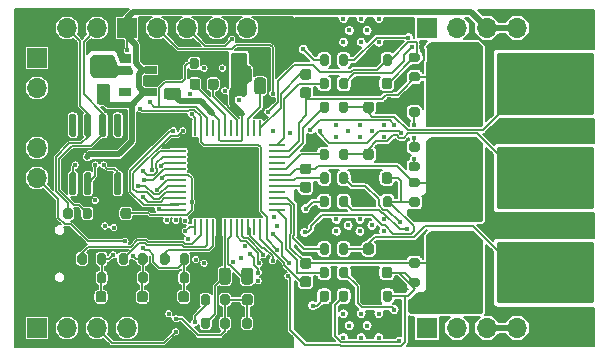
<source format=gbr>
%TF.GenerationSoftware,KiCad,Pcbnew,(5.1.12)-1*%
%TF.CreationDate,2022-01-31T23:19:20+01:00*%
%TF.ProjectId,xESC2,78455343-322e-46b6-9963-61645f706362,rev?*%
%TF.SameCoordinates,Original*%
%TF.FileFunction,Copper,L4,Bot*%
%TF.FilePolarity,Positive*%
%FSLAX46Y46*%
G04 Gerber Fmt 4.6, Leading zero omitted, Abs format (unit mm)*
G04 Created by KiCad (PCBNEW (5.1.12)-1) date 2022-01-31 23:19:20*
%MOMM*%
%LPD*%
G01*
G04 APERTURE LIST*
%TA.AperFunction,SMDPad,CuDef*%
%ADD10R,1.060000X0.650000*%
%TD*%
%TA.AperFunction,ComponentPad*%
%ADD11O,1.700000X1.700000*%
%TD*%
%TA.AperFunction,ComponentPad*%
%ADD12R,1.700000X1.700000*%
%TD*%
%TA.AperFunction,SMDPad,CuDef*%
%ADD13R,5.003800X5.003800*%
%TD*%
%TA.AperFunction,SMDPad,CuDef*%
%ADD14R,1.340599X0.279400*%
%TD*%
%TA.AperFunction,SMDPad,CuDef*%
%ADD15R,0.279400X1.340599*%
%TD*%
%TA.AperFunction,ComponentPad*%
%ADD16O,1.700000X0.850000*%
%TD*%
%TA.AperFunction,ViaPad*%
%ADD17C,0.400000*%
%TD*%
%TA.AperFunction,Conductor*%
%ADD18C,0.127000*%
%TD*%
%TA.AperFunction,Conductor*%
%ADD19C,0.200000*%
%TD*%
%TA.AperFunction,Conductor*%
%ADD20C,0.500000*%
%TD*%
%TA.AperFunction,Conductor*%
%ADD21C,0.100000*%
%TD*%
%TA.AperFunction,Conductor*%
%ADD22C,0.300000*%
%TD*%
%TA.AperFunction,Conductor*%
%ADD23C,0.254000*%
%TD*%
G04 APERTURE END LIST*
%TO.P,TH1,2*%
%TO.N,/PCB_TEMP*%
%TA.AperFunction,SMDPad,CuDef*%
G36*
G01*
X263275000Y-116175000D02*
X262725000Y-116175000D01*
G75*
G02*
X262525000Y-115975000I0J200000D01*
G01*
X262525000Y-115575000D01*
G75*
G02*
X262725000Y-115375000I200000J0D01*
G01*
X263275000Y-115375000D01*
G75*
G02*
X263475000Y-115575000I0J-200000D01*
G01*
X263475000Y-115975000D01*
G75*
G02*
X263275000Y-116175000I-200000J0D01*
G01*
G37*
%TD.AperFunction*%
%TO.P,TH1,1*%
%TO.N,+3V3*%
%TA.AperFunction,SMDPad,CuDef*%
G36*
G01*
X263275000Y-117825000D02*
X262725000Y-117825000D01*
G75*
G02*
X262525000Y-117625000I0J200000D01*
G01*
X262525000Y-117225000D01*
G75*
G02*
X262725000Y-117025000I200000J0D01*
G01*
X263275000Y-117025000D01*
G75*
G02*
X263475000Y-117225000I0J-200000D01*
G01*
X263475000Y-117625000D01*
G75*
G02*
X263275000Y-117825000I-200000J0D01*
G01*
G37*
%TD.AperFunction*%
%TD*%
%TO.P,R41,2*%
%TO.N,GND*%
%TA.AperFunction,SMDPad,CuDef*%
G36*
G01*
X263275000Y-111575000D02*
X262725000Y-111575000D01*
G75*
G02*
X262525000Y-111375000I0J200000D01*
G01*
X262525000Y-110975000D01*
G75*
G02*
X262725000Y-110775000I200000J0D01*
G01*
X263275000Y-110775000D01*
G75*
G02*
X263475000Y-110975000I0J-200000D01*
G01*
X263475000Y-111375000D01*
G75*
G02*
X263275000Y-111575000I-200000J0D01*
G01*
G37*
%TD.AperFunction*%
%TO.P,R41,1*%
%TO.N,/PCB_TEMP*%
%TA.AperFunction,SMDPad,CuDef*%
G36*
G01*
X263275000Y-113225000D02*
X262725000Y-113225000D01*
G75*
G02*
X262525000Y-113025000I0J200000D01*
G01*
X262525000Y-112625000D01*
G75*
G02*
X262725000Y-112425000I200000J0D01*
G01*
X263275000Y-112425000D01*
G75*
G02*
X263475000Y-112625000I0J-200000D01*
G01*
X263475000Y-113025000D01*
G75*
G02*
X263275000Y-113225000I-200000J0D01*
G01*
G37*
%TD.AperFunction*%
%TD*%
%TO.P,C24,2*%
%TO.N,GND*%
%TA.AperFunction,SMDPad,CuDef*%
G36*
G01*
X260225000Y-124650000D02*
X260225000Y-124150000D01*
G75*
G02*
X260450000Y-123925000I225000J0D01*
G01*
X260900000Y-123925000D01*
G75*
G02*
X261125000Y-124150000I0J-225000D01*
G01*
X261125000Y-124650000D01*
G75*
G02*
X260900000Y-124875000I-225000J0D01*
G01*
X260450000Y-124875000D01*
G75*
G02*
X260225000Y-124650000I0J225000D01*
G01*
G37*
%TD.AperFunction*%
%TO.P,C24,1*%
%TO.N,Net-(C24-Pad1)*%
%TA.AperFunction,SMDPad,CuDef*%
G36*
G01*
X258675000Y-124650000D02*
X258675000Y-124150000D01*
G75*
G02*
X258900000Y-123925000I225000J0D01*
G01*
X259350000Y-123925000D01*
G75*
G02*
X259575000Y-124150000I0J-225000D01*
G01*
X259575000Y-124650000D01*
G75*
G02*
X259350000Y-124875000I-225000J0D01*
G01*
X258900000Y-124875000D01*
G75*
G02*
X258675000Y-124650000I0J225000D01*
G01*
G37*
%TD.AperFunction*%
%TD*%
D10*
%TO.P,U2,5*%
%TO.N,+3V3*%
X238500000Y-109250000D03*
%TO.P,U2,4*%
%TO.N,N/C*%
X238500000Y-111150000D03*
%TO.P,U2,3*%
%TO.N,+5V*%
X240700000Y-111150000D03*
%TO.P,U2,2*%
%TO.N,GND*%
X240700000Y-110200000D03*
%TO.P,U2,1*%
%TO.N,+5V*%
X240700000Y-109250000D03*
%TD*%
D11*
%TO.P,J10,6*%
%TO.N,GND*%
X276780000Y-131100000D03*
%TO.P,J10,5*%
X274240000Y-131100000D03*
%TO.P,J10,4*%
%TO.N,+5V*%
X271700000Y-131100000D03*
%TO.P,J10,3*%
X269160000Y-131100000D03*
%TO.P,J10,2*%
%TO.N,/VM*%
X266620000Y-131100000D03*
D12*
%TO.P,J10,1*%
X264080000Y-131100000D03*
%TD*%
D11*
%TO.P,J9,6*%
%TO.N,GND*%
X276780000Y-105700000D03*
%TO.P,J9,5*%
X274240000Y-105700000D03*
%TO.P,J9,4*%
%TO.N,+5V*%
X271700000Y-105700000D03*
%TO.P,J9,3*%
X269160000Y-105700000D03*
%TO.P,J9,2*%
%TO.N,/VM*%
X266620000Y-105700000D03*
D12*
%TO.P,J9,1*%
X264080000Y-105700000D03*
%TD*%
D11*
%TO.P,J8,4*%
%TO.N,Net-(C26-Pad1)*%
X276780000Y-109510000D03*
%TO.P,J8,3*%
X274240000Y-109510000D03*
%TO.P,J8,2*%
X276780000Y-112050000D03*
D12*
%TO.P,J8,1*%
X274240000Y-112050000D03*
%TD*%
D11*
%TO.P,J7,4*%
%TO.N,Net-(C25-Pad1)*%
X276780000Y-117130000D03*
%TO.P,J7,3*%
X274240000Y-117130000D03*
%TO.P,J7,2*%
X276780000Y-119670000D03*
D12*
%TO.P,J7,1*%
X274240000Y-119670000D03*
%TD*%
D11*
%TO.P,J6,4*%
%TO.N,Net-(C24-Pad1)*%
X276780000Y-124750000D03*
%TO.P,J6,3*%
X274240000Y-124750000D03*
%TO.P,J6,2*%
X276780000Y-127290000D03*
D12*
%TO.P,J6,1*%
X274240000Y-127290000D03*
%TD*%
D13*
%TO.P,U1,EPAD*%
%TO.N,GND*%
X247200000Y-118350000D03*
D14*
%TO.P,U1,48*%
%TO.N,/Power/HSU*%
X251375501Y-121100000D03*
%TO.P,U1,47*%
%TO.N,/PHASE_U_RAW*%
X251375501Y-120600001D03*
%TO.P,U1,46*%
%TO.N,/Power/SENSE_U*%
X251375501Y-120099999D03*
%TO.P,U1,45*%
%TO.N,N/C*%
X251375501Y-119600000D03*
%TO.P,U1,44*%
%TO.N,/Power/CV*%
X251375501Y-119100001D03*
%TO.P,U1,43*%
%TO.N,/Power/HSV*%
X251375501Y-118600000D03*
%TO.P,U1,42*%
%TO.N,/PHASE_V_RAW*%
X251375501Y-118100000D03*
%TO.P,U1,41*%
%TO.N,/Power/SENSE_V*%
X251375501Y-117599999D03*
%TO.P,U1,40*%
%TO.N,N/C*%
X251375501Y-117100000D03*
%TO.P,U1,39*%
%TO.N,/Power/SENSE_W*%
X251375501Y-116600001D03*
%TO.P,U1,38*%
%TO.N,/PHASE_W_RAW*%
X251375501Y-116099999D03*
%TO.P,U1,37*%
%TO.N,/Power/HSW*%
X251375501Y-115600000D03*
D15*
%TO.P,U1,36*%
%TO.N,/Power/CW*%
X249950000Y-114174499D03*
%TO.P,U1,35*%
%TO.N,N/C*%
X249450001Y-114174499D03*
%TO.P,U1,34*%
%TO.N,Net-(C12-Pad1)*%
X248949999Y-114174499D03*
%TO.P,U1,33*%
%TO.N,/VM*%
X248450000Y-114174499D03*
%TO.P,U1,32*%
%TO.N,Net-(C11-Pad2)*%
X247950001Y-114174499D03*
%TO.P,U1,31*%
%TO.N,N/C*%
X247450000Y-114174499D03*
%TO.P,U1,30*%
%TO.N,Net-(C11-Pad1)*%
X246950000Y-114174499D03*
%TO.P,U1,29*%
%TO.N,/VM*%
X246449999Y-114174499D03*
%TO.P,U1,28*%
%TO.N,N/C*%
X245950000Y-114174499D03*
%TO.P,U1,27*%
%TO.N,/MCU/DRV_ENABLE*%
X245450001Y-114174499D03*
%TO.P,U1,26*%
%TO.N,/MCU/FAULT*%
X244949999Y-114174499D03*
%TO.P,U1,25*%
%TO.N,+3V3*%
X244450000Y-114174499D03*
D14*
%TO.P,U1,24*%
%TO.N,GND*%
X243024499Y-115600000D03*
%TO.P,U1,23*%
%TO.N,/MCU/WL*%
X243024499Y-116099999D03*
%TO.P,U1,22*%
%TO.N,/MCU/WH*%
X243024499Y-116600001D03*
%TO.P,U1,21*%
%TO.N,/MCU/VL*%
X243024499Y-117100000D03*
%TO.P,U1,20*%
%TO.N,/MCU/VH*%
X243024499Y-117599999D03*
%TO.P,U1,19*%
%TO.N,+3V3*%
X243024499Y-118100000D03*
%TO.P,U1,18*%
%TO.N,/MCU/UL*%
X243024499Y-118600000D03*
%TO.P,U1,17*%
%TO.N,/MCU/UH*%
X243024499Y-119100001D03*
%TO.P,U1,16*%
%TO.N,/MCU/DRV_MISO*%
X243024499Y-119600000D03*
%TO.P,U1,15*%
%TO.N,/MCU/DRV_MOSI*%
X243024499Y-120099999D03*
%TO.P,U1,14*%
%TO.N,/MCU/DRV_SCK*%
X243024499Y-120600001D03*
%TO.P,U1,13*%
%TO.N,/MCU/DRV_NCS*%
X243024499Y-121100000D03*
D15*
%TO.P,U1,12*%
%TO.N,/Power/VOFS*%
X244450000Y-122525501D03*
%TO.P,U1,11*%
%TO.N,/CURW_5V*%
X244949999Y-122525501D03*
%TO.P,U1,10*%
%TO.N,/CURV_5V*%
X245450001Y-122525501D03*
%TO.P,U1,9*%
%TO.N,/CURU_5V*%
X245950000Y-122525501D03*
%TO.P,U1,8*%
%TO.N,GND*%
X246449999Y-122525501D03*
%TO.P,U1,7*%
%TO.N,/Power/5VOUT*%
X246950000Y-122525501D03*
%TO.P,U1,6*%
%TO.N,Net-(C5-Pad2)*%
X247450000Y-122525501D03*
%TO.P,U1,5*%
%TO.N,/Power/LSU*%
X247950001Y-122525501D03*
%TO.P,U1,4*%
%TO.N,/Power/LSV*%
X248450000Y-122525501D03*
%TO.P,U1,3*%
%TO.N,/Power/LSW*%
X248949999Y-122525501D03*
%TO.P,U1,2*%
%TO.N,N/C*%
X249450001Y-122525501D03*
%TO.P,U1,1*%
%TO.N,/Power/CU*%
X249950000Y-122525501D03*
%TD*%
%TO.P,U5,8*%
%TO.N,N/C*%
%TA.AperFunction,SMDPad,CuDef*%
G36*
G01*
X238055000Y-114900000D02*
X237755000Y-114900000D01*
G75*
G02*
X237605000Y-114750000I0J150000D01*
G01*
X237605000Y-113100000D01*
G75*
G02*
X237755000Y-112950000I150000J0D01*
G01*
X238055000Y-112950000D01*
G75*
G02*
X238205000Y-113100000I0J-150000D01*
G01*
X238205000Y-114750000D01*
G75*
G02*
X238055000Y-114900000I-150000J0D01*
G01*
G37*
%TD.AperFunction*%
%TO.P,U5,7*%
%TO.N,Net-(J5-Pad3)*%
%TA.AperFunction,SMDPad,CuDef*%
G36*
G01*
X236785000Y-114900000D02*
X236485000Y-114900000D01*
G75*
G02*
X236335000Y-114750000I0J150000D01*
G01*
X236335000Y-113100000D01*
G75*
G02*
X236485000Y-112950000I150000J0D01*
G01*
X236785000Y-112950000D01*
G75*
G02*
X236935000Y-113100000I0J-150000D01*
G01*
X236935000Y-114750000D01*
G75*
G02*
X236785000Y-114900000I-150000J0D01*
G01*
G37*
%TD.AperFunction*%
%TO.P,U5,6*%
%TO.N,Net-(J5-Pad2)*%
%TA.AperFunction,SMDPad,CuDef*%
G36*
G01*
X235515000Y-114900000D02*
X235215000Y-114900000D01*
G75*
G02*
X235065000Y-114750000I0J150000D01*
G01*
X235065000Y-113100000D01*
G75*
G02*
X235215000Y-112950000I150000J0D01*
G01*
X235515000Y-112950000D01*
G75*
G02*
X235665000Y-113100000I0J-150000D01*
G01*
X235665000Y-114750000D01*
G75*
G02*
X235515000Y-114900000I-150000J0D01*
G01*
G37*
%TD.AperFunction*%
%TO.P,U5,5*%
%TO.N,N/C*%
%TA.AperFunction,SMDPad,CuDef*%
G36*
G01*
X234245000Y-114900000D02*
X233945000Y-114900000D01*
G75*
G02*
X233795000Y-114750000I0J150000D01*
G01*
X233795000Y-113100000D01*
G75*
G02*
X233945000Y-112950000I150000J0D01*
G01*
X234245000Y-112950000D01*
G75*
G02*
X234395000Y-113100000I0J-150000D01*
G01*
X234395000Y-114750000D01*
G75*
G02*
X234245000Y-114900000I-150000J0D01*
G01*
G37*
%TD.AperFunction*%
%TO.P,U5,4*%
%TO.N,/MCU/CAN_RX*%
%TA.AperFunction,SMDPad,CuDef*%
G36*
G01*
X234245000Y-119850000D02*
X233945000Y-119850000D01*
G75*
G02*
X233795000Y-119700000I0J150000D01*
G01*
X233795000Y-118050000D01*
G75*
G02*
X233945000Y-117900000I150000J0D01*
G01*
X234245000Y-117900000D01*
G75*
G02*
X234395000Y-118050000I0J-150000D01*
G01*
X234395000Y-119700000D01*
G75*
G02*
X234245000Y-119850000I-150000J0D01*
G01*
G37*
%TD.AperFunction*%
%TO.P,U5,3*%
%TO.N,+3V3*%
%TA.AperFunction,SMDPad,CuDef*%
G36*
G01*
X235515000Y-119850000D02*
X235215000Y-119850000D01*
G75*
G02*
X235065000Y-119700000I0J150000D01*
G01*
X235065000Y-118050000D01*
G75*
G02*
X235215000Y-117900000I150000J0D01*
G01*
X235515000Y-117900000D01*
G75*
G02*
X235665000Y-118050000I0J-150000D01*
G01*
X235665000Y-119700000D01*
G75*
G02*
X235515000Y-119850000I-150000J0D01*
G01*
G37*
%TD.AperFunction*%
%TO.P,U5,2*%
%TO.N,GND*%
%TA.AperFunction,SMDPad,CuDef*%
G36*
G01*
X236785000Y-119850000D02*
X236485000Y-119850000D01*
G75*
G02*
X236335000Y-119700000I0J150000D01*
G01*
X236335000Y-118050000D01*
G75*
G02*
X236485000Y-117900000I150000J0D01*
G01*
X236785000Y-117900000D01*
G75*
G02*
X236935000Y-118050000I0J-150000D01*
G01*
X236935000Y-119700000D01*
G75*
G02*
X236785000Y-119850000I-150000J0D01*
G01*
G37*
%TD.AperFunction*%
%TO.P,U5,1*%
%TO.N,/MCU/CAN_TX*%
%TA.AperFunction,SMDPad,CuDef*%
G36*
G01*
X238055000Y-119850000D02*
X237755000Y-119850000D01*
G75*
G02*
X237605000Y-119700000I0J150000D01*
G01*
X237605000Y-118050000D01*
G75*
G02*
X237755000Y-117900000I150000J0D01*
G01*
X238055000Y-117900000D01*
G75*
G02*
X238205000Y-118050000I0J-150000D01*
G01*
X238205000Y-119700000D01*
G75*
G02*
X238055000Y-119850000I-150000J0D01*
G01*
G37*
%TD.AperFunction*%
%TD*%
%TO.P,R36,2*%
%TO.N,Net-(J5-Pad2)*%
%TA.AperFunction,SMDPad,CuDef*%
G36*
G01*
X234075000Y-121125000D02*
X234075000Y-121675000D01*
G75*
G02*
X233875000Y-121875000I-200000J0D01*
G01*
X233475000Y-121875000D01*
G75*
G02*
X233275000Y-121675000I0J200000D01*
G01*
X233275000Y-121125000D01*
G75*
G02*
X233475000Y-120925000I200000J0D01*
G01*
X233875000Y-120925000D01*
G75*
G02*
X234075000Y-121125000I0J-200000D01*
G01*
G37*
%TD.AperFunction*%
%TO.P,R36,1*%
%TO.N,Net-(J5-Pad3)*%
%TA.AperFunction,SMDPad,CuDef*%
G36*
G01*
X235725000Y-121125000D02*
X235725000Y-121675000D01*
G75*
G02*
X235525000Y-121875000I-200000J0D01*
G01*
X235125000Y-121875000D01*
G75*
G02*
X234925000Y-121675000I0J200000D01*
G01*
X234925000Y-121125000D01*
G75*
G02*
X235125000Y-120925000I200000J0D01*
G01*
X235525000Y-120925000D01*
G75*
G02*
X235725000Y-121125000I0J-200000D01*
G01*
G37*
%TD.AperFunction*%
%TD*%
D11*
%TO.P,J5,3*%
%TO.N,Net-(J5-Pad3)*%
X236140000Y-105700000D03*
%TO.P,J5,2*%
%TO.N,Net-(J5-Pad2)*%
X233600000Y-105700000D03*
D12*
%TO.P,J5,1*%
%TO.N,GND*%
X231060000Y-105700000D03*
%TD*%
D11*
%TO.P,J4,5*%
%TO.N,GND*%
X241220000Y-131100000D03*
%TO.P,J4,4*%
%TO.N,/MCU/RX_NCS_EXT*%
X238680000Y-131100000D03*
%TO.P,J4,3*%
%TO.N,/MCU/SCK_EXT*%
X236140000Y-131100000D03*
%TO.P,J4,2*%
%TO.N,/MCU/TX_MOSI_EXT*%
X233600000Y-131100000D03*
D12*
%TO.P,J4,1*%
%TO.N,/MCU/MISO_EXT*%
X231060000Y-131100000D03*
%TD*%
D11*
%TO.P,J3,5*%
%TO.N,/MCU/Reset*%
X231060000Y-118400000D03*
%TO.P,J3,4*%
%TO.N,/MCU/SWDIO*%
X231060000Y-115860000D03*
%TO.P,J3,3*%
%TO.N,GND*%
X231060000Y-113320000D03*
%TO.P,J3,2*%
%TO.N,/MCU/SWDCLK*%
X231060000Y-110780000D03*
D12*
%TO.P,J3,1*%
%TO.N,+3V3*%
X231060000Y-108240000D03*
%TD*%
D16*
%TO.P,J2,S6*%
%TO.N,GND*%
X230600000Y-127625000D03*
%TO.P,J2,S5*%
X230600000Y-121975000D03*
%TD*%
D11*
%TO.P,J1,6*%
%TO.N,GND*%
X251380000Y-105700000D03*
%TO.P,J1,5*%
%TO.N,/HALL3*%
X248840000Y-105700000D03*
%TO.P,J1,4*%
%TO.N,/HALL2*%
X246300000Y-105700000D03*
%TO.P,J1,3*%
%TO.N,/HALL1*%
X243760000Y-105700000D03*
%TO.P,J1,2*%
%TO.N,/TEMP_MOTOR*%
X241220000Y-105700000D03*
D12*
%TO.P,J1,1*%
%TO.N,+5V*%
X238680000Y-105700000D03*
%TD*%
%TO.P,R29,2*%
%TO.N,GND*%
%TA.AperFunction,SMDPad,CuDef*%
G36*
G01*
X245625000Y-108975000D02*
X245625000Y-108425000D01*
G75*
G02*
X245825000Y-108225000I200000J0D01*
G01*
X246225000Y-108225000D01*
G75*
G02*
X246425000Y-108425000I0J-200000D01*
G01*
X246425000Y-108975000D01*
G75*
G02*
X246225000Y-109175000I-200000J0D01*
G01*
X245825000Y-109175000D01*
G75*
G02*
X245625000Y-108975000I0J200000D01*
G01*
G37*
%TD.AperFunction*%
%TO.P,R29,1*%
%TO.N,/MCU/DRV_ENABLE*%
%TA.AperFunction,SMDPad,CuDef*%
G36*
G01*
X243975000Y-108975000D02*
X243975000Y-108425000D01*
G75*
G02*
X244175000Y-108225000I200000J0D01*
G01*
X244575000Y-108225000D01*
G75*
G02*
X244775000Y-108425000I0J-200000D01*
G01*
X244775000Y-108975000D01*
G75*
G02*
X244575000Y-109175000I-200000J0D01*
G01*
X244175000Y-109175000D01*
G75*
G02*
X243975000Y-108975000I0J200000D01*
G01*
G37*
%TD.AperFunction*%
%TD*%
%TO.P,R28,2*%
%TO.N,GND*%
%TA.AperFunction,SMDPad,CuDef*%
G36*
G01*
X259475000Y-108125000D02*
X259475000Y-108675000D01*
G75*
G02*
X259275000Y-108875000I-200000J0D01*
G01*
X258875000Y-108875000D01*
G75*
G02*
X258675000Y-108675000I0J200000D01*
G01*
X258675000Y-108125000D01*
G75*
G02*
X258875000Y-107925000I200000J0D01*
G01*
X259275000Y-107925000D01*
G75*
G02*
X259475000Y-108125000I0J-200000D01*
G01*
G37*
%TD.AperFunction*%
%TO.P,R28,1*%
%TO.N,/PHASE_W_FILTERED*%
%TA.AperFunction,SMDPad,CuDef*%
G36*
G01*
X261125000Y-108125000D02*
X261125000Y-108675000D01*
G75*
G02*
X260925000Y-108875000I-200000J0D01*
G01*
X260525000Y-108875000D01*
G75*
G02*
X260325000Y-108675000I0J200000D01*
G01*
X260325000Y-108125000D01*
G75*
G02*
X260525000Y-107925000I200000J0D01*
G01*
X260925000Y-107925000D01*
G75*
G02*
X261125000Y-108125000I0J-200000D01*
G01*
G37*
%TD.AperFunction*%
%TD*%
%TO.P,R27,2*%
%TO.N,/PHASE_W_FILTERED*%
%TA.AperFunction,SMDPad,CuDef*%
G36*
G01*
X263275000Y-108575000D02*
X262725000Y-108575000D01*
G75*
G02*
X262525000Y-108375000I0J200000D01*
G01*
X262525000Y-107975000D01*
G75*
G02*
X262725000Y-107775000I200000J0D01*
G01*
X263275000Y-107775000D01*
G75*
G02*
X263475000Y-107975000I0J-200000D01*
G01*
X263475000Y-108375000D01*
G75*
G02*
X263275000Y-108575000I-200000J0D01*
G01*
G37*
%TD.AperFunction*%
%TO.P,R27,1*%
%TO.N,/PHASE_W_RAW*%
%TA.AperFunction,SMDPad,CuDef*%
G36*
G01*
X263275000Y-110225000D02*
X262725000Y-110225000D01*
G75*
G02*
X262525000Y-110025000I0J200000D01*
G01*
X262525000Y-109625000D01*
G75*
G02*
X262725000Y-109425000I200000J0D01*
G01*
X263275000Y-109425000D01*
G75*
G02*
X263475000Y-109625000I0J-200000D01*
G01*
X263475000Y-110025000D01*
G75*
G02*
X263275000Y-110225000I-200000J0D01*
G01*
G37*
%TD.AperFunction*%
%TD*%
%TO.P,R26,2*%
%TO.N,GND*%
%TA.AperFunction,SMDPad,CuDef*%
G36*
G01*
X259475000Y-120125000D02*
X259475000Y-120675000D01*
G75*
G02*
X259275000Y-120875000I-200000J0D01*
G01*
X258875000Y-120875000D01*
G75*
G02*
X258675000Y-120675000I0J200000D01*
G01*
X258675000Y-120125000D01*
G75*
G02*
X258875000Y-119925000I200000J0D01*
G01*
X259275000Y-119925000D01*
G75*
G02*
X259475000Y-120125000I0J-200000D01*
G01*
G37*
%TD.AperFunction*%
%TO.P,R26,1*%
%TO.N,/PHASE_V_FILTERED*%
%TA.AperFunction,SMDPad,CuDef*%
G36*
G01*
X261125000Y-120125000D02*
X261125000Y-120675000D01*
G75*
G02*
X260925000Y-120875000I-200000J0D01*
G01*
X260525000Y-120875000D01*
G75*
G02*
X260325000Y-120675000I0J200000D01*
G01*
X260325000Y-120125000D01*
G75*
G02*
X260525000Y-119925000I200000J0D01*
G01*
X260925000Y-119925000D01*
G75*
G02*
X261125000Y-120125000I0J-200000D01*
G01*
G37*
%TD.AperFunction*%
%TD*%
%TO.P,R25,2*%
%TO.N,/PHASE_V_FILTERED*%
%TA.AperFunction,SMDPad,CuDef*%
G36*
G01*
X262725000Y-120025000D02*
X263275000Y-120025000D01*
G75*
G02*
X263475000Y-120225000I0J-200000D01*
G01*
X263475000Y-120625000D01*
G75*
G02*
X263275000Y-120825000I-200000J0D01*
G01*
X262725000Y-120825000D01*
G75*
G02*
X262525000Y-120625000I0J200000D01*
G01*
X262525000Y-120225000D01*
G75*
G02*
X262725000Y-120025000I200000J0D01*
G01*
G37*
%TD.AperFunction*%
%TO.P,R25,1*%
%TO.N,/PHASE_V_RAW*%
%TA.AperFunction,SMDPad,CuDef*%
G36*
G01*
X262725000Y-118375000D02*
X263275000Y-118375000D01*
G75*
G02*
X263475000Y-118575000I0J-200000D01*
G01*
X263475000Y-118975000D01*
G75*
G02*
X263275000Y-119175000I-200000J0D01*
G01*
X262725000Y-119175000D01*
G75*
G02*
X262525000Y-118975000I0J200000D01*
G01*
X262525000Y-118575000D01*
G75*
G02*
X262725000Y-118375000I200000J0D01*
G01*
G37*
%TD.AperFunction*%
%TD*%
%TO.P,R24,2*%
%TO.N,GND*%
%TA.AperFunction,SMDPad,CuDef*%
G36*
G01*
X259475000Y-128125000D02*
X259475000Y-128675000D01*
G75*
G02*
X259275000Y-128875000I-200000J0D01*
G01*
X258875000Y-128875000D01*
G75*
G02*
X258675000Y-128675000I0J200000D01*
G01*
X258675000Y-128125000D01*
G75*
G02*
X258875000Y-127925000I200000J0D01*
G01*
X259275000Y-127925000D01*
G75*
G02*
X259475000Y-128125000I0J-200000D01*
G01*
G37*
%TD.AperFunction*%
%TO.P,R24,1*%
%TO.N,/PHASE_U_FILTERED*%
%TA.AperFunction,SMDPad,CuDef*%
G36*
G01*
X261125000Y-128125000D02*
X261125000Y-128675000D01*
G75*
G02*
X260925000Y-128875000I-200000J0D01*
G01*
X260525000Y-128875000D01*
G75*
G02*
X260325000Y-128675000I0J200000D01*
G01*
X260325000Y-128125000D01*
G75*
G02*
X260525000Y-127925000I200000J0D01*
G01*
X260925000Y-127925000D01*
G75*
G02*
X261125000Y-128125000I0J-200000D01*
G01*
G37*
%TD.AperFunction*%
%TD*%
%TO.P,R23,2*%
%TO.N,/PHASE_U_FILTERED*%
%TA.AperFunction,SMDPad,CuDef*%
G36*
G01*
X262725000Y-126825000D02*
X263275000Y-126825000D01*
G75*
G02*
X263475000Y-127025000I0J-200000D01*
G01*
X263475000Y-127425000D01*
G75*
G02*
X263275000Y-127625000I-200000J0D01*
G01*
X262725000Y-127625000D01*
G75*
G02*
X262525000Y-127425000I0J200000D01*
G01*
X262525000Y-127025000D01*
G75*
G02*
X262725000Y-126825000I200000J0D01*
G01*
G37*
%TD.AperFunction*%
%TO.P,R23,1*%
%TO.N,/PHASE_U_RAW*%
%TA.AperFunction,SMDPad,CuDef*%
G36*
G01*
X262725000Y-125175000D02*
X263275000Y-125175000D01*
G75*
G02*
X263475000Y-125375000I0J-200000D01*
G01*
X263475000Y-125775000D01*
G75*
G02*
X263275000Y-125975000I-200000J0D01*
G01*
X262725000Y-125975000D01*
G75*
G02*
X262525000Y-125775000I0J200000D01*
G01*
X262525000Y-125375000D01*
G75*
G02*
X262725000Y-125175000I200000J0D01*
G01*
G37*
%TD.AperFunction*%
%TD*%
%TO.P,R22,2*%
%TO.N,GND*%
%TA.AperFunction,SMDPad,CuDef*%
G36*
G01*
X235275000Y-126575000D02*
X235275000Y-127125000D01*
G75*
G02*
X235075000Y-127325000I-200000J0D01*
G01*
X234675000Y-127325000D01*
G75*
G02*
X234475000Y-127125000I0J200000D01*
G01*
X234475000Y-126575000D01*
G75*
G02*
X234675000Y-126375000I200000J0D01*
G01*
X235075000Y-126375000D01*
G75*
G02*
X235275000Y-126575000I0J-200000D01*
G01*
G37*
%TD.AperFunction*%
%TO.P,R22,1*%
%TO.N,/CUR_W*%
%TA.AperFunction,SMDPad,CuDef*%
G36*
G01*
X236925000Y-126575000D02*
X236925000Y-127125000D01*
G75*
G02*
X236725000Y-127325000I-200000J0D01*
G01*
X236325000Y-127325000D01*
G75*
G02*
X236125000Y-127125000I0J200000D01*
G01*
X236125000Y-126575000D01*
G75*
G02*
X236325000Y-126375000I200000J0D01*
G01*
X236725000Y-126375000D01*
G75*
G02*
X236925000Y-126575000I0J-200000D01*
G01*
G37*
%TD.AperFunction*%
%TD*%
%TO.P,R21,2*%
%TO.N,/CUR_W*%
%TA.AperFunction,SMDPad,CuDef*%
G36*
G01*
X236125000Y-125525000D02*
X236125000Y-124975000D01*
G75*
G02*
X236325000Y-124775000I200000J0D01*
G01*
X236725000Y-124775000D01*
G75*
G02*
X236925000Y-124975000I0J-200000D01*
G01*
X236925000Y-125525000D01*
G75*
G02*
X236725000Y-125725000I-200000J0D01*
G01*
X236325000Y-125725000D01*
G75*
G02*
X236125000Y-125525000I0J200000D01*
G01*
G37*
%TD.AperFunction*%
%TO.P,R21,1*%
%TO.N,/CURW_5V*%
%TA.AperFunction,SMDPad,CuDef*%
G36*
G01*
X234475000Y-125525000D02*
X234475000Y-124975000D01*
G75*
G02*
X234675000Y-124775000I200000J0D01*
G01*
X235075000Y-124775000D01*
G75*
G02*
X235275000Y-124975000I0J-200000D01*
G01*
X235275000Y-125525000D01*
G75*
G02*
X235075000Y-125725000I-200000J0D01*
G01*
X234675000Y-125725000D01*
G75*
G02*
X234475000Y-125525000I0J200000D01*
G01*
G37*
%TD.AperFunction*%
%TD*%
%TO.P,R20,2*%
%TO.N,GND*%
%TA.AperFunction,SMDPad,CuDef*%
G36*
G01*
X238775000Y-126575000D02*
X238775000Y-127125000D01*
G75*
G02*
X238575000Y-127325000I-200000J0D01*
G01*
X238175000Y-127325000D01*
G75*
G02*
X237975000Y-127125000I0J200000D01*
G01*
X237975000Y-126575000D01*
G75*
G02*
X238175000Y-126375000I200000J0D01*
G01*
X238575000Y-126375000D01*
G75*
G02*
X238775000Y-126575000I0J-200000D01*
G01*
G37*
%TD.AperFunction*%
%TO.P,R20,1*%
%TO.N,/CUR_V*%
%TA.AperFunction,SMDPad,CuDef*%
G36*
G01*
X240425000Y-126575000D02*
X240425000Y-127125000D01*
G75*
G02*
X240225000Y-127325000I-200000J0D01*
G01*
X239825000Y-127325000D01*
G75*
G02*
X239625000Y-127125000I0J200000D01*
G01*
X239625000Y-126575000D01*
G75*
G02*
X239825000Y-126375000I200000J0D01*
G01*
X240225000Y-126375000D01*
G75*
G02*
X240425000Y-126575000I0J-200000D01*
G01*
G37*
%TD.AperFunction*%
%TD*%
%TO.P,R19,2*%
%TO.N,/CUR_V*%
%TA.AperFunction,SMDPad,CuDef*%
G36*
G01*
X239625000Y-125525000D02*
X239625000Y-124975000D01*
G75*
G02*
X239825000Y-124775000I200000J0D01*
G01*
X240225000Y-124775000D01*
G75*
G02*
X240425000Y-124975000I0J-200000D01*
G01*
X240425000Y-125525000D01*
G75*
G02*
X240225000Y-125725000I-200000J0D01*
G01*
X239825000Y-125725000D01*
G75*
G02*
X239625000Y-125525000I0J200000D01*
G01*
G37*
%TD.AperFunction*%
%TO.P,R19,1*%
%TO.N,/CURV_5V*%
%TA.AperFunction,SMDPad,CuDef*%
G36*
G01*
X237975000Y-125525000D02*
X237975000Y-124975000D01*
G75*
G02*
X238175000Y-124775000I200000J0D01*
G01*
X238575000Y-124775000D01*
G75*
G02*
X238775000Y-124975000I0J-200000D01*
G01*
X238775000Y-125525000D01*
G75*
G02*
X238575000Y-125725000I-200000J0D01*
G01*
X238175000Y-125725000D01*
G75*
G02*
X237975000Y-125525000I0J200000D01*
G01*
G37*
%TD.AperFunction*%
%TD*%
%TO.P,R18,2*%
%TO.N,GND*%
%TA.AperFunction,SMDPad,CuDef*%
G36*
G01*
X242275000Y-126575000D02*
X242275000Y-127125000D01*
G75*
G02*
X242075000Y-127325000I-200000J0D01*
G01*
X241675000Y-127325000D01*
G75*
G02*
X241475000Y-127125000I0J200000D01*
G01*
X241475000Y-126575000D01*
G75*
G02*
X241675000Y-126375000I200000J0D01*
G01*
X242075000Y-126375000D01*
G75*
G02*
X242275000Y-126575000I0J-200000D01*
G01*
G37*
%TD.AperFunction*%
%TO.P,R18,1*%
%TO.N,/CUR_U*%
%TA.AperFunction,SMDPad,CuDef*%
G36*
G01*
X243925000Y-126575000D02*
X243925000Y-127125000D01*
G75*
G02*
X243725000Y-127325000I-200000J0D01*
G01*
X243325000Y-127325000D01*
G75*
G02*
X243125000Y-127125000I0J200000D01*
G01*
X243125000Y-126575000D01*
G75*
G02*
X243325000Y-126375000I200000J0D01*
G01*
X243725000Y-126375000D01*
G75*
G02*
X243925000Y-126575000I0J-200000D01*
G01*
G37*
%TD.AperFunction*%
%TD*%
%TO.P,R17,2*%
%TO.N,/CUR_U*%
%TA.AperFunction,SMDPad,CuDef*%
G36*
G01*
X243125000Y-125525000D02*
X243125000Y-124975000D01*
G75*
G02*
X243325000Y-124775000I200000J0D01*
G01*
X243725000Y-124775000D01*
G75*
G02*
X243925000Y-124975000I0J-200000D01*
G01*
X243925000Y-125525000D01*
G75*
G02*
X243725000Y-125725000I-200000J0D01*
G01*
X243325000Y-125725000D01*
G75*
G02*
X243125000Y-125525000I0J200000D01*
G01*
G37*
%TD.AperFunction*%
%TO.P,R17,1*%
%TO.N,/CURU_5V*%
%TA.AperFunction,SMDPad,CuDef*%
G36*
G01*
X241475000Y-125525000D02*
X241475000Y-124975000D01*
G75*
G02*
X241675000Y-124775000I200000J0D01*
G01*
X242075000Y-124775000D01*
G75*
G02*
X242275000Y-124975000I0J-200000D01*
G01*
X242275000Y-125525000D01*
G75*
G02*
X242075000Y-125725000I-200000J0D01*
G01*
X241675000Y-125725000D01*
G75*
G02*
X241475000Y-125525000I0J200000D01*
G01*
G37*
%TD.AperFunction*%
%TD*%
%TO.P,C31,2*%
%TO.N,GND*%
%TA.AperFunction,SMDPad,CuDef*%
G36*
G01*
X259575000Y-110150000D02*
X259575000Y-110650000D01*
G75*
G02*
X259350000Y-110875000I-225000J0D01*
G01*
X258900000Y-110875000D01*
G75*
G02*
X258675000Y-110650000I0J225000D01*
G01*
X258675000Y-110150000D01*
G75*
G02*
X258900000Y-109925000I225000J0D01*
G01*
X259350000Y-109925000D01*
G75*
G02*
X259575000Y-110150000I0J-225000D01*
G01*
G37*
%TD.AperFunction*%
%TO.P,C31,1*%
%TO.N,/PHASE_W_FILTERED*%
%TA.AperFunction,SMDPad,CuDef*%
G36*
G01*
X261125000Y-110150000D02*
X261125000Y-110650000D01*
G75*
G02*
X260900000Y-110875000I-225000J0D01*
G01*
X260450000Y-110875000D01*
G75*
G02*
X260225000Y-110650000I0J225000D01*
G01*
X260225000Y-110150000D01*
G75*
G02*
X260450000Y-109925000I225000J0D01*
G01*
X260900000Y-109925000D01*
G75*
G02*
X261125000Y-110150000I0J-225000D01*
G01*
G37*
%TD.AperFunction*%
%TD*%
%TO.P,C30,2*%
%TO.N,GND*%
%TA.AperFunction,SMDPad,CuDef*%
G36*
G01*
X259575000Y-118150000D02*
X259575000Y-118650000D01*
G75*
G02*
X259350000Y-118875000I-225000J0D01*
G01*
X258900000Y-118875000D01*
G75*
G02*
X258675000Y-118650000I0J225000D01*
G01*
X258675000Y-118150000D01*
G75*
G02*
X258900000Y-117925000I225000J0D01*
G01*
X259350000Y-117925000D01*
G75*
G02*
X259575000Y-118150000I0J-225000D01*
G01*
G37*
%TD.AperFunction*%
%TO.P,C30,1*%
%TO.N,/PHASE_V_FILTERED*%
%TA.AperFunction,SMDPad,CuDef*%
G36*
G01*
X261125000Y-118150000D02*
X261125000Y-118650000D01*
G75*
G02*
X260900000Y-118875000I-225000J0D01*
G01*
X260450000Y-118875000D01*
G75*
G02*
X260225000Y-118650000I0J225000D01*
G01*
X260225000Y-118150000D01*
G75*
G02*
X260450000Y-117925000I225000J0D01*
G01*
X260900000Y-117925000D01*
G75*
G02*
X261125000Y-118150000I0J-225000D01*
G01*
G37*
%TD.AperFunction*%
%TD*%
%TO.P,C29,2*%
%TO.N,GND*%
%TA.AperFunction,SMDPad,CuDef*%
G36*
G01*
X259575000Y-126150000D02*
X259575000Y-126650000D01*
G75*
G02*
X259350000Y-126875000I-225000J0D01*
G01*
X258900000Y-126875000D01*
G75*
G02*
X258675000Y-126650000I0J225000D01*
G01*
X258675000Y-126150000D01*
G75*
G02*
X258900000Y-125925000I225000J0D01*
G01*
X259350000Y-125925000D01*
G75*
G02*
X259575000Y-126150000I0J-225000D01*
G01*
G37*
%TD.AperFunction*%
%TO.P,C29,1*%
%TO.N,/PHASE_U_FILTERED*%
%TA.AperFunction,SMDPad,CuDef*%
G36*
G01*
X261125000Y-126150000D02*
X261125000Y-126650000D01*
G75*
G02*
X260900000Y-126875000I-225000J0D01*
G01*
X260450000Y-126875000D01*
G75*
G02*
X260225000Y-126650000I0J225000D01*
G01*
X260225000Y-126150000D01*
G75*
G02*
X260450000Y-125925000I225000J0D01*
G01*
X260900000Y-125925000D01*
G75*
G02*
X261125000Y-126150000I0J-225000D01*
G01*
G37*
%TD.AperFunction*%
%TD*%
%TO.P,C28,2*%
%TO.N,GND*%
%TA.AperFunction,SMDPad,CuDef*%
G36*
G01*
X235375000Y-128200000D02*
X235375000Y-128700000D01*
G75*
G02*
X235150000Y-128925000I-225000J0D01*
G01*
X234700000Y-128925000D01*
G75*
G02*
X234475000Y-128700000I0J225000D01*
G01*
X234475000Y-128200000D01*
G75*
G02*
X234700000Y-127975000I225000J0D01*
G01*
X235150000Y-127975000D01*
G75*
G02*
X235375000Y-128200000I0J-225000D01*
G01*
G37*
%TD.AperFunction*%
%TO.P,C28,1*%
%TO.N,/CUR_W*%
%TA.AperFunction,SMDPad,CuDef*%
G36*
G01*
X236925000Y-128200000D02*
X236925000Y-128700000D01*
G75*
G02*
X236700000Y-128925000I-225000J0D01*
G01*
X236250000Y-128925000D01*
G75*
G02*
X236025000Y-128700000I0J225000D01*
G01*
X236025000Y-128200000D01*
G75*
G02*
X236250000Y-127975000I225000J0D01*
G01*
X236700000Y-127975000D01*
G75*
G02*
X236925000Y-128200000I0J-225000D01*
G01*
G37*
%TD.AperFunction*%
%TD*%
%TO.P,C27,2*%
%TO.N,GND*%
%TA.AperFunction,SMDPad,CuDef*%
G36*
G01*
X238875000Y-128200000D02*
X238875000Y-128700000D01*
G75*
G02*
X238650000Y-128925000I-225000J0D01*
G01*
X238200000Y-128925000D01*
G75*
G02*
X237975000Y-128700000I0J225000D01*
G01*
X237975000Y-128200000D01*
G75*
G02*
X238200000Y-127975000I225000J0D01*
G01*
X238650000Y-127975000D01*
G75*
G02*
X238875000Y-128200000I0J-225000D01*
G01*
G37*
%TD.AperFunction*%
%TO.P,C27,1*%
%TO.N,/CUR_V*%
%TA.AperFunction,SMDPad,CuDef*%
G36*
G01*
X240425000Y-128200000D02*
X240425000Y-128700000D01*
G75*
G02*
X240200000Y-128925000I-225000J0D01*
G01*
X239750000Y-128925000D01*
G75*
G02*
X239525000Y-128700000I0J225000D01*
G01*
X239525000Y-128200000D01*
G75*
G02*
X239750000Y-127975000I225000J0D01*
G01*
X240200000Y-127975000D01*
G75*
G02*
X240425000Y-128200000I0J-225000D01*
G01*
G37*
%TD.AperFunction*%
%TD*%
%TO.P,C15,2*%
%TO.N,GND*%
%TA.AperFunction,SMDPad,CuDef*%
G36*
G01*
X242375000Y-128200000D02*
X242375000Y-128700000D01*
G75*
G02*
X242150000Y-128925000I-225000J0D01*
G01*
X241700000Y-128925000D01*
G75*
G02*
X241475000Y-128700000I0J225000D01*
G01*
X241475000Y-128200000D01*
G75*
G02*
X241700000Y-127975000I225000J0D01*
G01*
X242150000Y-127975000D01*
G75*
G02*
X242375000Y-128200000I0J-225000D01*
G01*
G37*
%TD.AperFunction*%
%TO.P,C15,1*%
%TO.N,/CUR_U*%
%TA.AperFunction,SMDPad,CuDef*%
G36*
G01*
X243925000Y-128200000D02*
X243925000Y-128700000D01*
G75*
G02*
X243700000Y-128925000I-225000J0D01*
G01*
X243250000Y-128925000D01*
G75*
G02*
X243025000Y-128700000I0J225000D01*
G01*
X243025000Y-128200000D01*
G75*
G02*
X243250000Y-127975000I225000J0D01*
G01*
X243700000Y-127975000D01*
G75*
G02*
X243925000Y-128200000I0J-225000D01*
G01*
G37*
%TD.AperFunction*%
%TD*%
%TO.P,C21,2*%
%TO.N,GND*%
%TA.AperFunction,SMDPad,CuDef*%
G36*
G01*
X234300000Y-108249999D02*
X234300000Y-109550001D01*
G75*
G02*
X234050001Y-109800000I-249999J0D01*
G01*
X233399999Y-109800000D01*
G75*
G02*
X233150000Y-109550001I0J249999D01*
G01*
X233150000Y-108249999D01*
G75*
G02*
X233399999Y-108000000I249999J0D01*
G01*
X234050001Y-108000000D01*
G75*
G02*
X234300000Y-108249999I0J-249999D01*
G01*
G37*
%TD.AperFunction*%
%TO.P,C21,1*%
%TO.N,+3V3*%
%TA.AperFunction,SMDPad,CuDef*%
G36*
G01*
X237250000Y-108249999D02*
X237250000Y-109550001D01*
G75*
G02*
X237000001Y-109800000I-249999J0D01*
G01*
X236349999Y-109800000D01*
G75*
G02*
X236100000Y-109550001I0J249999D01*
G01*
X236100000Y-108249999D01*
G75*
G02*
X236349999Y-108000000I249999J0D01*
G01*
X237000001Y-108000000D01*
G75*
G02*
X237250000Y-108249999I0J-249999D01*
G01*
G37*
%TD.AperFunction*%
%TD*%
%TO.P,C20,2*%
%TO.N,GND*%
%TA.AperFunction,SMDPad,CuDef*%
G36*
G01*
X234300000Y-110649999D02*
X234300000Y-111950001D01*
G75*
G02*
X234050001Y-112200000I-249999J0D01*
G01*
X233399999Y-112200000D01*
G75*
G02*
X233150000Y-111950001I0J249999D01*
G01*
X233150000Y-110649999D01*
G75*
G02*
X233399999Y-110400000I249999J0D01*
G01*
X234050001Y-110400000D01*
G75*
G02*
X234300000Y-110649999I0J-249999D01*
G01*
G37*
%TD.AperFunction*%
%TO.P,C20,1*%
%TO.N,+5V*%
%TA.AperFunction,SMDPad,CuDef*%
G36*
G01*
X237250000Y-110649999D02*
X237250000Y-111950001D01*
G75*
G02*
X237000001Y-112200000I-249999J0D01*
G01*
X236349999Y-112200000D01*
G75*
G02*
X236100000Y-111950001I0J249999D01*
G01*
X236100000Y-110649999D01*
G75*
G02*
X236349999Y-110400000I249999J0D01*
G01*
X237000001Y-110400000D01*
G75*
G02*
X237250000Y-110649999I0J-249999D01*
G01*
G37*
%TD.AperFunction*%
%TD*%
%TO.P,R15,2*%
%TO.N,/Power/VOFS*%
%TA.AperFunction,SMDPad,CuDef*%
G36*
G01*
X246575000Y-130975000D02*
X246575000Y-130425000D01*
G75*
G02*
X246775000Y-130225000I200000J0D01*
G01*
X247175000Y-130225000D01*
G75*
G02*
X247375000Y-130425000I0J-200000D01*
G01*
X247375000Y-130975000D01*
G75*
G02*
X247175000Y-131175000I-200000J0D01*
G01*
X246775000Y-131175000D01*
G75*
G02*
X246575000Y-130975000I0J200000D01*
G01*
G37*
%TD.AperFunction*%
%TO.P,R15,1*%
%TO.N,/Power/5VOUT*%
%TA.AperFunction,SMDPad,CuDef*%
G36*
G01*
X244925000Y-130975000D02*
X244925000Y-130425000D01*
G75*
G02*
X245125000Y-130225000I200000J0D01*
G01*
X245525000Y-130225000D01*
G75*
G02*
X245725000Y-130425000I0J-200000D01*
G01*
X245725000Y-130975000D01*
G75*
G02*
X245525000Y-131175000I-200000J0D01*
G01*
X245125000Y-131175000D01*
G75*
G02*
X244925000Y-130975000I0J200000D01*
G01*
G37*
%TD.AperFunction*%
%TD*%
%TO.P,R14,2*%
%TO.N,GND*%
%TA.AperFunction,SMDPad,CuDef*%
G36*
G01*
X250075000Y-130975000D02*
X250075000Y-130425000D01*
G75*
G02*
X250275000Y-130225000I200000J0D01*
G01*
X250675000Y-130225000D01*
G75*
G02*
X250875000Y-130425000I0J-200000D01*
G01*
X250875000Y-130975000D01*
G75*
G02*
X250675000Y-131175000I-200000J0D01*
G01*
X250275000Y-131175000D01*
G75*
G02*
X250075000Y-130975000I0J200000D01*
G01*
G37*
%TD.AperFunction*%
%TO.P,R14,1*%
%TO.N,/Power/VOFS*%
%TA.AperFunction,SMDPad,CuDef*%
G36*
G01*
X248425000Y-130975000D02*
X248425000Y-130425000D01*
G75*
G02*
X248625000Y-130225000I200000J0D01*
G01*
X249025000Y-130225000D01*
G75*
G02*
X249225000Y-130425000I0J-200000D01*
G01*
X249225000Y-130975000D01*
G75*
G02*
X249025000Y-131175000I-200000J0D01*
G01*
X248625000Y-131175000D01*
G75*
G02*
X248425000Y-130975000I0J200000D01*
G01*
G37*
%TD.AperFunction*%
%TD*%
%TO.P,R13,2*%
%TO.N,/Power/VOFS*%
%TA.AperFunction,SMDPad,CuDef*%
G36*
G01*
X246575000Y-128975000D02*
X246575000Y-128425000D01*
G75*
G02*
X246775000Y-128225000I200000J0D01*
G01*
X247175000Y-128225000D01*
G75*
G02*
X247375000Y-128425000I0J-200000D01*
G01*
X247375000Y-128975000D01*
G75*
G02*
X247175000Y-129175000I-200000J0D01*
G01*
X246775000Y-129175000D01*
G75*
G02*
X246575000Y-128975000I0J200000D01*
G01*
G37*
%TD.AperFunction*%
%TO.P,R13,1*%
%TO.N,+3V3*%
%TA.AperFunction,SMDPad,CuDef*%
G36*
G01*
X244925000Y-128975000D02*
X244925000Y-128425000D01*
G75*
G02*
X245125000Y-128225000I200000J0D01*
G01*
X245525000Y-128225000D01*
G75*
G02*
X245725000Y-128425000I0J-200000D01*
G01*
X245725000Y-128975000D01*
G75*
G02*
X245525000Y-129175000I-200000J0D01*
G01*
X245125000Y-129175000D01*
G75*
G02*
X244925000Y-128975000I0J200000D01*
G01*
G37*
%TD.AperFunction*%
%TD*%
%TO.P,R12,2*%
%TO.N,/Power/SENSE_W*%
%TA.AperFunction,SMDPad,CuDef*%
G36*
G01*
X255775000Y-112125000D02*
X255775000Y-112675000D01*
G75*
G02*
X255575000Y-112875000I-200000J0D01*
G01*
X255175000Y-112875000D01*
G75*
G02*
X254975000Y-112675000I0J200000D01*
G01*
X254975000Y-112125000D01*
G75*
G02*
X255175000Y-111925000I200000J0D01*
G01*
X255575000Y-111925000D01*
G75*
G02*
X255775000Y-112125000I0J-200000D01*
G01*
G37*
%TD.AperFunction*%
%TO.P,R12,1*%
%TO.N,Net-(C26-Pad1)*%
%TA.AperFunction,SMDPad,CuDef*%
G36*
G01*
X257425000Y-112125000D02*
X257425000Y-112675000D01*
G75*
G02*
X257225000Y-112875000I-200000J0D01*
G01*
X256825000Y-112875000D01*
G75*
G02*
X256625000Y-112675000I0J200000D01*
G01*
X256625000Y-112125000D01*
G75*
G02*
X256825000Y-111925000I200000J0D01*
G01*
X257225000Y-111925000D01*
G75*
G02*
X257425000Y-112125000I0J-200000D01*
G01*
G37*
%TD.AperFunction*%
%TD*%
%TO.P,R11,2*%
%TO.N,/PHASE_W_RAW*%
%TA.AperFunction,SMDPad,CuDef*%
G36*
G01*
X265750000Y-108974999D02*
X265750000Y-111825001D01*
G75*
G02*
X265500001Y-112075000I-249999J0D01*
G01*
X264774999Y-112075000D01*
G75*
G02*
X264525000Y-111825001I0J249999D01*
G01*
X264525000Y-108974999D01*
G75*
G02*
X264774999Y-108725000I249999J0D01*
G01*
X265500001Y-108725000D01*
G75*
G02*
X265750000Y-108974999I0J-249999D01*
G01*
G37*
%TD.AperFunction*%
%TO.P,R11,1*%
%TO.N,Net-(C26-Pad1)*%
%TA.AperFunction,SMDPad,CuDef*%
G36*
G01*
X271675000Y-108974999D02*
X271675000Y-111825001D01*
G75*
G02*
X271425001Y-112075000I-249999J0D01*
G01*
X270699999Y-112075000D01*
G75*
G02*
X270450000Y-111825001I0J249999D01*
G01*
X270450000Y-108974999D01*
G75*
G02*
X270699999Y-108725000I249999J0D01*
G01*
X271425001Y-108725000D01*
G75*
G02*
X271675000Y-108974999I0J-249999D01*
G01*
G37*
%TD.AperFunction*%
%TD*%
%TO.P,R10,2*%
%TO.N,/Power/LSW*%
%TA.AperFunction,SMDPad,CuDef*%
G36*
G01*
X255775000Y-108125000D02*
X255775000Y-108675000D01*
G75*
G02*
X255575000Y-108875000I-200000J0D01*
G01*
X255175000Y-108875000D01*
G75*
G02*
X254975000Y-108675000I0J200000D01*
G01*
X254975000Y-108125000D01*
G75*
G02*
X255175000Y-107925000I200000J0D01*
G01*
X255575000Y-107925000D01*
G75*
G02*
X255775000Y-108125000I0J-200000D01*
G01*
G37*
%TD.AperFunction*%
%TO.P,R10,1*%
%TO.N,Net-(Q6-Pad4)*%
%TA.AperFunction,SMDPad,CuDef*%
G36*
G01*
X257425000Y-108125000D02*
X257425000Y-108675000D01*
G75*
G02*
X257225000Y-108875000I-200000J0D01*
G01*
X256825000Y-108875000D01*
G75*
G02*
X256625000Y-108675000I0J200000D01*
G01*
X256625000Y-108125000D01*
G75*
G02*
X256825000Y-107925000I200000J0D01*
G01*
X257225000Y-107925000D01*
G75*
G02*
X257425000Y-108125000I0J-200000D01*
G01*
G37*
%TD.AperFunction*%
%TD*%
%TO.P,R9,2*%
%TO.N,/Power/HSW*%
%TA.AperFunction,SMDPad,CuDef*%
G36*
G01*
X255775000Y-110125000D02*
X255775000Y-110675000D01*
G75*
G02*
X255575000Y-110875000I-200000J0D01*
G01*
X255175000Y-110875000D01*
G75*
G02*
X254975000Y-110675000I0J200000D01*
G01*
X254975000Y-110125000D01*
G75*
G02*
X255175000Y-109925000I200000J0D01*
G01*
X255575000Y-109925000D01*
G75*
G02*
X255775000Y-110125000I0J-200000D01*
G01*
G37*
%TD.AperFunction*%
%TO.P,R9,1*%
%TO.N,Net-(Q5-Pad4)*%
%TA.AperFunction,SMDPad,CuDef*%
G36*
G01*
X257425000Y-110125000D02*
X257425000Y-110675000D01*
G75*
G02*
X257225000Y-110875000I-200000J0D01*
G01*
X256825000Y-110875000D01*
G75*
G02*
X256625000Y-110675000I0J200000D01*
G01*
X256625000Y-110125000D01*
G75*
G02*
X256825000Y-109925000I200000J0D01*
G01*
X257225000Y-109925000D01*
G75*
G02*
X257425000Y-110125000I0J-200000D01*
G01*
G37*
%TD.AperFunction*%
%TD*%
%TO.P,R8,2*%
%TO.N,/Power/SENSE_V*%
%TA.AperFunction,SMDPad,CuDef*%
G36*
G01*
X255775000Y-116125000D02*
X255775000Y-116675000D01*
G75*
G02*
X255575000Y-116875000I-200000J0D01*
G01*
X255175000Y-116875000D01*
G75*
G02*
X254975000Y-116675000I0J200000D01*
G01*
X254975000Y-116125000D01*
G75*
G02*
X255175000Y-115925000I200000J0D01*
G01*
X255575000Y-115925000D01*
G75*
G02*
X255775000Y-116125000I0J-200000D01*
G01*
G37*
%TD.AperFunction*%
%TO.P,R8,1*%
%TO.N,Net-(C25-Pad1)*%
%TA.AperFunction,SMDPad,CuDef*%
G36*
G01*
X257425000Y-116125000D02*
X257425000Y-116675000D01*
G75*
G02*
X257225000Y-116875000I-200000J0D01*
G01*
X256825000Y-116875000D01*
G75*
G02*
X256625000Y-116675000I0J200000D01*
G01*
X256625000Y-116125000D01*
G75*
G02*
X256825000Y-115925000I200000J0D01*
G01*
X257225000Y-115925000D01*
G75*
G02*
X257425000Y-116125000I0J-200000D01*
G01*
G37*
%TD.AperFunction*%
%TD*%
%TO.P,R7,2*%
%TO.N,/PHASE_V_RAW*%
%TA.AperFunction,SMDPad,CuDef*%
G36*
G01*
X265787500Y-116974999D02*
X265787500Y-119825001D01*
G75*
G02*
X265537501Y-120075000I-249999J0D01*
G01*
X264812499Y-120075000D01*
G75*
G02*
X264562500Y-119825001I0J249999D01*
G01*
X264562500Y-116974999D01*
G75*
G02*
X264812499Y-116725000I249999J0D01*
G01*
X265537501Y-116725000D01*
G75*
G02*
X265787500Y-116974999I0J-249999D01*
G01*
G37*
%TD.AperFunction*%
%TO.P,R7,1*%
%TO.N,Net-(C25-Pad1)*%
%TA.AperFunction,SMDPad,CuDef*%
G36*
G01*
X271712500Y-116974999D02*
X271712500Y-119825001D01*
G75*
G02*
X271462501Y-120075000I-249999J0D01*
G01*
X270737499Y-120075000D01*
G75*
G02*
X270487500Y-119825001I0J249999D01*
G01*
X270487500Y-116974999D01*
G75*
G02*
X270737499Y-116725000I249999J0D01*
G01*
X271462501Y-116725000D01*
G75*
G02*
X271712500Y-116974999I0J-249999D01*
G01*
G37*
%TD.AperFunction*%
%TD*%
%TO.P,R6,2*%
%TO.N,/Power/LSV*%
%TA.AperFunction,SMDPad,CuDef*%
G36*
G01*
X255775000Y-120125000D02*
X255775000Y-120675000D01*
G75*
G02*
X255575000Y-120875000I-200000J0D01*
G01*
X255175000Y-120875000D01*
G75*
G02*
X254975000Y-120675000I0J200000D01*
G01*
X254975000Y-120125000D01*
G75*
G02*
X255175000Y-119925000I200000J0D01*
G01*
X255575000Y-119925000D01*
G75*
G02*
X255775000Y-120125000I0J-200000D01*
G01*
G37*
%TD.AperFunction*%
%TO.P,R6,1*%
%TO.N,Net-(Q4-Pad4)*%
%TA.AperFunction,SMDPad,CuDef*%
G36*
G01*
X257425000Y-120125000D02*
X257425000Y-120675000D01*
G75*
G02*
X257225000Y-120875000I-200000J0D01*
G01*
X256825000Y-120875000D01*
G75*
G02*
X256625000Y-120675000I0J200000D01*
G01*
X256625000Y-120125000D01*
G75*
G02*
X256825000Y-119925000I200000J0D01*
G01*
X257225000Y-119925000D01*
G75*
G02*
X257425000Y-120125000I0J-200000D01*
G01*
G37*
%TD.AperFunction*%
%TD*%
%TO.P,R5,2*%
%TO.N,/Power/HSV*%
%TA.AperFunction,SMDPad,CuDef*%
G36*
G01*
X255775000Y-118125000D02*
X255775000Y-118675000D01*
G75*
G02*
X255575000Y-118875000I-200000J0D01*
G01*
X255175000Y-118875000D01*
G75*
G02*
X254975000Y-118675000I0J200000D01*
G01*
X254975000Y-118125000D01*
G75*
G02*
X255175000Y-117925000I200000J0D01*
G01*
X255575000Y-117925000D01*
G75*
G02*
X255775000Y-118125000I0J-200000D01*
G01*
G37*
%TD.AperFunction*%
%TO.P,R5,1*%
%TO.N,Net-(Q3-Pad4)*%
%TA.AperFunction,SMDPad,CuDef*%
G36*
G01*
X257425000Y-118125000D02*
X257425000Y-118675000D01*
G75*
G02*
X257225000Y-118875000I-200000J0D01*
G01*
X256825000Y-118875000D01*
G75*
G02*
X256625000Y-118675000I0J200000D01*
G01*
X256625000Y-118125000D01*
G75*
G02*
X256825000Y-117925000I200000J0D01*
G01*
X257225000Y-117925000D01*
G75*
G02*
X257425000Y-118125000I0J-200000D01*
G01*
G37*
%TD.AperFunction*%
%TD*%
%TO.P,R4,2*%
%TO.N,/Power/SENSE_U*%
%TA.AperFunction,SMDPad,CuDef*%
G36*
G01*
X255775000Y-124125000D02*
X255775000Y-124675000D01*
G75*
G02*
X255575000Y-124875000I-200000J0D01*
G01*
X255175000Y-124875000D01*
G75*
G02*
X254975000Y-124675000I0J200000D01*
G01*
X254975000Y-124125000D01*
G75*
G02*
X255175000Y-123925000I200000J0D01*
G01*
X255575000Y-123925000D01*
G75*
G02*
X255775000Y-124125000I0J-200000D01*
G01*
G37*
%TD.AperFunction*%
%TO.P,R4,1*%
%TO.N,Net-(C24-Pad1)*%
%TA.AperFunction,SMDPad,CuDef*%
G36*
G01*
X257425000Y-124125000D02*
X257425000Y-124675000D01*
G75*
G02*
X257225000Y-124875000I-200000J0D01*
G01*
X256825000Y-124875000D01*
G75*
G02*
X256625000Y-124675000I0J200000D01*
G01*
X256625000Y-124125000D01*
G75*
G02*
X256825000Y-123925000I200000J0D01*
G01*
X257225000Y-123925000D01*
G75*
G02*
X257425000Y-124125000I0J-200000D01*
G01*
G37*
%TD.AperFunction*%
%TD*%
%TO.P,R3,2*%
%TO.N,/PHASE_U_RAW*%
%TA.AperFunction,SMDPad,CuDef*%
G36*
G01*
X265787500Y-124974999D02*
X265787500Y-127825001D01*
G75*
G02*
X265537501Y-128075000I-249999J0D01*
G01*
X264812499Y-128075000D01*
G75*
G02*
X264562500Y-127825001I0J249999D01*
G01*
X264562500Y-124974999D01*
G75*
G02*
X264812499Y-124725000I249999J0D01*
G01*
X265537501Y-124725000D01*
G75*
G02*
X265787500Y-124974999I0J-249999D01*
G01*
G37*
%TD.AperFunction*%
%TO.P,R3,1*%
%TO.N,Net-(C24-Pad1)*%
%TA.AperFunction,SMDPad,CuDef*%
G36*
G01*
X271712500Y-124974999D02*
X271712500Y-127825001D01*
G75*
G02*
X271462501Y-128075000I-249999J0D01*
G01*
X270737499Y-128075000D01*
G75*
G02*
X270487500Y-127825001I0J249999D01*
G01*
X270487500Y-124974999D01*
G75*
G02*
X270737499Y-124725000I249999J0D01*
G01*
X271462501Y-124725000D01*
G75*
G02*
X271712500Y-124974999I0J-249999D01*
G01*
G37*
%TD.AperFunction*%
%TD*%
%TO.P,R2,2*%
%TO.N,/Power/LSU*%
%TA.AperFunction,SMDPad,CuDef*%
G36*
G01*
X255775000Y-128125000D02*
X255775000Y-128675000D01*
G75*
G02*
X255575000Y-128875000I-200000J0D01*
G01*
X255175000Y-128875000D01*
G75*
G02*
X254975000Y-128675000I0J200000D01*
G01*
X254975000Y-128125000D01*
G75*
G02*
X255175000Y-127925000I200000J0D01*
G01*
X255575000Y-127925000D01*
G75*
G02*
X255775000Y-128125000I0J-200000D01*
G01*
G37*
%TD.AperFunction*%
%TO.P,R2,1*%
%TO.N,Net-(Q2-Pad4)*%
%TA.AperFunction,SMDPad,CuDef*%
G36*
G01*
X257425000Y-128125000D02*
X257425000Y-128675000D01*
G75*
G02*
X257225000Y-128875000I-200000J0D01*
G01*
X256825000Y-128875000D01*
G75*
G02*
X256625000Y-128675000I0J200000D01*
G01*
X256625000Y-128125000D01*
G75*
G02*
X256825000Y-127925000I200000J0D01*
G01*
X257225000Y-127925000D01*
G75*
G02*
X257425000Y-128125000I0J-200000D01*
G01*
G37*
%TD.AperFunction*%
%TD*%
%TO.P,R1,2*%
%TO.N,/Power/HSU*%
%TA.AperFunction,SMDPad,CuDef*%
G36*
G01*
X255775000Y-126125000D02*
X255775000Y-126675000D01*
G75*
G02*
X255575000Y-126875000I-200000J0D01*
G01*
X255175000Y-126875000D01*
G75*
G02*
X254975000Y-126675000I0J200000D01*
G01*
X254975000Y-126125000D01*
G75*
G02*
X255175000Y-125925000I200000J0D01*
G01*
X255575000Y-125925000D01*
G75*
G02*
X255775000Y-126125000I0J-200000D01*
G01*
G37*
%TD.AperFunction*%
%TO.P,R1,1*%
%TO.N,Net-(Q1-Pad4)*%
%TA.AperFunction,SMDPad,CuDef*%
G36*
G01*
X257425000Y-126125000D02*
X257425000Y-126675000D01*
G75*
G02*
X257225000Y-126875000I-200000J0D01*
G01*
X256825000Y-126875000D01*
G75*
G02*
X256625000Y-126675000I0J200000D01*
G01*
X256625000Y-126125000D01*
G75*
G02*
X256825000Y-125925000I200000J0D01*
G01*
X257225000Y-125925000D01*
G75*
G02*
X257425000Y-126125000I0J-200000D01*
G01*
G37*
%TD.AperFunction*%
%TD*%
%TO.P,C26,2*%
%TO.N,GND*%
%TA.AperFunction,SMDPad,CuDef*%
G36*
G01*
X260225000Y-112650000D02*
X260225000Y-112150000D01*
G75*
G02*
X260450000Y-111925000I225000J0D01*
G01*
X260900000Y-111925000D01*
G75*
G02*
X261125000Y-112150000I0J-225000D01*
G01*
X261125000Y-112650000D01*
G75*
G02*
X260900000Y-112875000I-225000J0D01*
G01*
X260450000Y-112875000D01*
G75*
G02*
X260225000Y-112650000I0J225000D01*
G01*
G37*
%TD.AperFunction*%
%TO.P,C26,1*%
%TO.N,Net-(C26-Pad1)*%
%TA.AperFunction,SMDPad,CuDef*%
G36*
G01*
X258675000Y-112650000D02*
X258675000Y-112150000D01*
G75*
G02*
X258900000Y-111925000I225000J0D01*
G01*
X259350000Y-111925000D01*
G75*
G02*
X259575000Y-112150000I0J-225000D01*
G01*
X259575000Y-112650000D01*
G75*
G02*
X259350000Y-112875000I-225000J0D01*
G01*
X258900000Y-112875000D01*
G75*
G02*
X258675000Y-112650000I0J225000D01*
G01*
G37*
%TD.AperFunction*%
%TD*%
%TO.P,C25,2*%
%TO.N,GND*%
%TA.AperFunction,SMDPad,CuDef*%
G36*
G01*
X260225000Y-116650000D02*
X260225000Y-116150000D01*
G75*
G02*
X260450000Y-115925000I225000J0D01*
G01*
X260900000Y-115925000D01*
G75*
G02*
X261125000Y-116150000I0J-225000D01*
G01*
X261125000Y-116650000D01*
G75*
G02*
X260900000Y-116875000I-225000J0D01*
G01*
X260450000Y-116875000D01*
G75*
G02*
X260225000Y-116650000I0J225000D01*
G01*
G37*
%TD.AperFunction*%
%TO.P,C25,1*%
%TO.N,Net-(C25-Pad1)*%
%TA.AperFunction,SMDPad,CuDef*%
G36*
G01*
X258675000Y-116650000D02*
X258675000Y-116150000D01*
G75*
G02*
X258900000Y-115925000I225000J0D01*
G01*
X259350000Y-115925000D01*
G75*
G02*
X259575000Y-116150000I0J-225000D01*
G01*
X259575000Y-116650000D01*
G75*
G02*
X259350000Y-116875000I-225000J0D01*
G01*
X258900000Y-116875000D01*
G75*
G02*
X258675000Y-116650000I0J225000D01*
G01*
G37*
%TD.AperFunction*%
%TD*%
%TO.P,C14,2*%
%TO.N,GND*%
%TA.AperFunction,SMDPad,CuDef*%
G36*
G01*
X249450000Y-109075000D02*
X249450000Y-108125000D01*
G75*
G02*
X249700000Y-107875000I250000J0D01*
G01*
X250200000Y-107875000D01*
G75*
G02*
X250450000Y-108125000I0J-250000D01*
G01*
X250450000Y-109075000D01*
G75*
G02*
X250200000Y-109325000I-250000J0D01*
G01*
X249700000Y-109325000D01*
G75*
G02*
X249450000Y-109075000I0J250000D01*
G01*
G37*
%TD.AperFunction*%
%TO.P,C14,1*%
%TO.N,/VM*%
%TA.AperFunction,SMDPad,CuDef*%
G36*
G01*
X247550000Y-109075000D02*
X247550000Y-108125000D01*
G75*
G02*
X247800000Y-107875000I250000J0D01*
G01*
X248300000Y-107875000D01*
G75*
G02*
X248550000Y-108125000I0J-250000D01*
G01*
X248550000Y-109075000D01*
G75*
G02*
X248300000Y-109325000I-250000J0D01*
G01*
X247800000Y-109325000D01*
G75*
G02*
X247550000Y-109075000I0J250000D01*
G01*
G37*
%TD.AperFunction*%
%TD*%
%TO.P,C13,2*%
%TO.N,GND*%
%TA.AperFunction,SMDPad,CuDef*%
G36*
G01*
X242975000Y-109850000D02*
X242025000Y-109850000D01*
G75*
G02*
X241775000Y-109600000I0J250000D01*
G01*
X241775000Y-109100000D01*
G75*
G02*
X242025000Y-108850000I250000J0D01*
G01*
X242975000Y-108850000D01*
G75*
G02*
X243225000Y-109100000I0J-250000D01*
G01*
X243225000Y-109600000D01*
G75*
G02*
X242975000Y-109850000I-250000J0D01*
G01*
G37*
%TD.AperFunction*%
%TO.P,C13,1*%
%TO.N,/VM*%
%TA.AperFunction,SMDPad,CuDef*%
G36*
G01*
X242975000Y-111750000D02*
X242025000Y-111750000D01*
G75*
G02*
X241775000Y-111500000I0J250000D01*
G01*
X241775000Y-111000000D01*
G75*
G02*
X242025000Y-110750000I250000J0D01*
G01*
X242975000Y-110750000D01*
G75*
G02*
X243225000Y-111000000I0J-250000D01*
G01*
X243225000Y-111500000D01*
G75*
G02*
X242975000Y-111750000I-250000J0D01*
G01*
G37*
%TD.AperFunction*%
%TD*%
%TO.P,C12,2*%
%TO.N,/VM*%
%TA.AperFunction,SMDPad,CuDef*%
G36*
G01*
X248550000Y-110125000D02*
X248550000Y-111075000D01*
G75*
G02*
X248300000Y-111325000I-250000J0D01*
G01*
X247800000Y-111325000D01*
G75*
G02*
X247550000Y-111075000I0J250000D01*
G01*
X247550000Y-110125000D01*
G75*
G02*
X247800000Y-109875000I250000J0D01*
G01*
X248300000Y-109875000D01*
G75*
G02*
X248550000Y-110125000I0J-250000D01*
G01*
G37*
%TD.AperFunction*%
%TO.P,C12,1*%
%TO.N,Net-(C12-Pad1)*%
%TA.AperFunction,SMDPad,CuDef*%
G36*
G01*
X250450000Y-110125000D02*
X250450000Y-111075000D01*
G75*
G02*
X250200000Y-111325000I-250000J0D01*
G01*
X249700000Y-111325000D01*
G75*
G02*
X249450000Y-111075000I0J250000D01*
G01*
X249450000Y-110125000D01*
G75*
G02*
X249700000Y-109875000I250000J0D01*
G01*
X250200000Y-109875000D01*
G75*
G02*
X250450000Y-110125000I0J-250000D01*
G01*
G37*
%TD.AperFunction*%
%TD*%
%TO.P,C11,2*%
%TO.N,Net-(C11-Pad2)*%
%TA.AperFunction,SMDPad,CuDef*%
G36*
G01*
X245525000Y-110700000D02*
X245525000Y-110200000D01*
G75*
G02*
X245750000Y-109975000I225000J0D01*
G01*
X246200000Y-109975000D01*
G75*
G02*
X246425000Y-110200000I0J-225000D01*
G01*
X246425000Y-110700000D01*
G75*
G02*
X246200000Y-110925000I-225000J0D01*
G01*
X245750000Y-110925000D01*
G75*
G02*
X245525000Y-110700000I0J225000D01*
G01*
G37*
%TD.AperFunction*%
%TO.P,C11,1*%
%TO.N,Net-(C11-Pad1)*%
%TA.AperFunction,SMDPad,CuDef*%
G36*
G01*
X243975000Y-110700000D02*
X243975000Y-110200000D01*
G75*
G02*
X244200000Y-109975000I225000J0D01*
G01*
X244650000Y-109975000D01*
G75*
G02*
X244875000Y-110200000I0J-225000D01*
G01*
X244875000Y-110700000D01*
G75*
G02*
X244650000Y-110925000I-225000J0D01*
G01*
X244200000Y-110925000D01*
G75*
G02*
X243975000Y-110700000I0J225000D01*
G01*
G37*
%TD.AperFunction*%
%TD*%
%TO.P,C10,2*%
%TO.N,/Power/CW*%
%TA.AperFunction,SMDPad,CuDef*%
G36*
G01*
X254050000Y-110075000D02*
X253550000Y-110075000D01*
G75*
G02*
X253325000Y-109850000I0J225000D01*
G01*
X253325000Y-109400000D01*
G75*
G02*
X253550000Y-109175000I225000J0D01*
G01*
X254050000Y-109175000D01*
G75*
G02*
X254275000Y-109400000I0J-225000D01*
G01*
X254275000Y-109850000D01*
G75*
G02*
X254050000Y-110075000I-225000J0D01*
G01*
G37*
%TD.AperFunction*%
%TO.P,C10,1*%
%TO.N,/PHASE_W_RAW*%
%TA.AperFunction,SMDPad,CuDef*%
G36*
G01*
X254050000Y-111625000D02*
X253550000Y-111625000D01*
G75*
G02*
X253325000Y-111400000I0J225000D01*
G01*
X253325000Y-110950000D01*
G75*
G02*
X253550000Y-110725000I225000J0D01*
G01*
X254050000Y-110725000D01*
G75*
G02*
X254275000Y-110950000I0J-225000D01*
G01*
X254275000Y-111400000D01*
G75*
G02*
X254050000Y-111625000I-225000J0D01*
G01*
G37*
%TD.AperFunction*%
%TD*%
%TO.P,C9,2*%
%TO.N,/Power/CV*%
%TA.AperFunction,SMDPad,CuDef*%
G36*
G01*
X253550000Y-118725000D02*
X254050000Y-118725000D01*
G75*
G02*
X254275000Y-118950000I0J-225000D01*
G01*
X254275000Y-119400000D01*
G75*
G02*
X254050000Y-119625000I-225000J0D01*
G01*
X253550000Y-119625000D01*
G75*
G02*
X253325000Y-119400000I0J225000D01*
G01*
X253325000Y-118950000D01*
G75*
G02*
X253550000Y-118725000I225000J0D01*
G01*
G37*
%TD.AperFunction*%
%TO.P,C9,1*%
%TO.N,/PHASE_V_RAW*%
%TA.AperFunction,SMDPad,CuDef*%
G36*
G01*
X253550000Y-117175000D02*
X254050000Y-117175000D01*
G75*
G02*
X254275000Y-117400000I0J-225000D01*
G01*
X254275000Y-117850000D01*
G75*
G02*
X254050000Y-118075000I-225000J0D01*
G01*
X253550000Y-118075000D01*
G75*
G02*
X253325000Y-117850000I0J225000D01*
G01*
X253325000Y-117400000D01*
G75*
G02*
X253550000Y-117175000I225000J0D01*
G01*
G37*
%TD.AperFunction*%
%TD*%
%TO.P,C8,2*%
%TO.N,/Power/CU*%
%TA.AperFunction,SMDPad,CuDef*%
G36*
G01*
X253550000Y-126725000D02*
X254050000Y-126725000D01*
G75*
G02*
X254275000Y-126950000I0J-225000D01*
G01*
X254275000Y-127400000D01*
G75*
G02*
X254050000Y-127625000I-225000J0D01*
G01*
X253550000Y-127625000D01*
G75*
G02*
X253325000Y-127400000I0J225000D01*
G01*
X253325000Y-126950000D01*
G75*
G02*
X253550000Y-126725000I225000J0D01*
G01*
G37*
%TD.AperFunction*%
%TO.P,C8,1*%
%TO.N,/PHASE_U_RAW*%
%TA.AperFunction,SMDPad,CuDef*%
G36*
G01*
X253550000Y-125175000D02*
X254050000Y-125175000D01*
G75*
G02*
X254275000Y-125400000I0J-225000D01*
G01*
X254275000Y-125850000D01*
G75*
G02*
X254050000Y-126075000I-225000J0D01*
G01*
X253550000Y-126075000D01*
G75*
G02*
X253325000Y-125850000I0J225000D01*
G01*
X253325000Y-125400000D01*
G75*
G02*
X253550000Y-125175000I225000J0D01*
G01*
G37*
%TD.AperFunction*%
%TD*%
%TO.P,C7,2*%
%TO.N,GND*%
%TA.AperFunction,SMDPad,CuDef*%
G36*
G01*
X237475000Y-121150000D02*
X237475000Y-121650000D01*
G75*
G02*
X237250000Y-121875000I-225000J0D01*
G01*
X236800000Y-121875000D01*
G75*
G02*
X236575000Y-121650000I0J225000D01*
G01*
X236575000Y-121150000D01*
G75*
G02*
X236800000Y-120925000I225000J0D01*
G01*
X237250000Y-120925000D01*
G75*
G02*
X237475000Y-121150000I0J-225000D01*
G01*
G37*
%TD.AperFunction*%
%TO.P,C7,1*%
%TO.N,+3V3*%
%TA.AperFunction,SMDPad,CuDef*%
G36*
G01*
X239025000Y-121150000D02*
X239025000Y-121650000D01*
G75*
G02*
X238800000Y-121875000I-225000J0D01*
G01*
X238350000Y-121875000D01*
G75*
G02*
X238125000Y-121650000I0J225000D01*
G01*
X238125000Y-121150000D01*
G75*
G02*
X238350000Y-120925000I225000J0D01*
G01*
X238800000Y-120925000D01*
G75*
G02*
X239025000Y-121150000I0J-225000D01*
G01*
G37*
%TD.AperFunction*%
%TD*%
%TO.P,C6,2*%
%TO.N,GND*%
%TA.AperFunction,SMDPad,CuDef*%
G36*
G01*
X249975000Y-128950000D02*
X249975000Y-128450000D01*
G75*
G02*
X250200000Y-128225000I225000J0D01*
G01*
X250650000Y-128225000D01*
G75*
G02*
X250875000Y-128450000I0J-225000D01*
G01*
X250875000Y-128950000D01*
G75*
G02*
X250650000Y-129175000I-225000J0D01*
G01*
X250200000Y-129175000D01*
G75*
G02*
X249975000Y-128950000I0J225000D01*
G01*
G37*
%TD.AperFunction*%
%TO.P,C6,1*%
%TO.N,/Power/VOFS*%
%TA.AperFunction,SMDPad,CuDef*%
G36*
G01*
X248425000Y-128950000D02*
X248425000Y-128450000D01*
G75*
G02*
X248650000Y-128225000I225000J0D01*
G01*
X249100000Y-128225000D01*
G75*
G02*
X249325000Y-128450000I0J-225000D01*
G01*
X249325000Y-128950000D01*
G75*
G02*
X249100000Y-129175000I-225000J0D01*
G01*
X248650000Y-129175000D01*
G75*
G02*
X248425000Y-128950000I0J225000D01*
G01*
G37*
%TD.AperFunction*%
%TD*%
%TO.P,C5,2*%
%TO.N,Net-(C5-Pad2)*%
%TA.AperFunction,SMDPad,CuDef*%
G36*
G01*
X249350000Y-126225000D02*
X249350000Y-127175000D01*
G75*
G02*
X249100000Y-127425000I-250000J0D01*
G01*
X248600000Y-127425000D01*
G75*
G02*
X248350000Y-127175000I0J250000D01*
G01*
X248350000Y-126225000D01*
G75*
G02*
X248600000Y-125975000I250000J0D01*
G01*
X249100000Y-125975000D01*
G75*
G02*
X249350000Y-126225000I0J-250000D01*
G01*
G37*
%TD.AperFunction*%
%TO.P,C5,1*%
%TO.N,GND*%
%TA.AperFunction,SMDPad,CuDef*%
G36*
G01*
X251250000Y-126225000D02*
X251250000Y-127175000D01*
G75*
G02*
X251000000Y-127425000I-250000J0D01*
G01*
X250500000Y-127425000D01*
G75*
G02*
X250250000Y-127175000I0J250000D01*
G01*
X250250000Y-126225000D01*
G75*
G02*
X250500000Y-125975000I250000J0D01*
G01*
X251000000Y-125975000D01*
G75*
G02*
X251250000Y-126225000I0J-250000D01*
G01*
G37*
%TD.AperFunction*%
%TD*%
%TO.P,C4,2*%
%TO.N,/Power/5VOUT*%
%TA.AperFunction,SMDPad,CuDef*%
G36*
G01*
X246450000Y-127175000D02*
X246450000Y-126225000D01*
G75*
G02*
X246700000Y-125975000I250000J0D01*
G01*
X247200000Y-125975000D01*
G75*
G02*
X247450000Y-126225000I0J-250000D01*
G01*
X247450000Y-127175000D01*
G75*
G02*
X247200000Y-127425000I-250000J0D01*
G01*
X246700000Y-127425000D01*
G75*
G02*
X246450000Y-127175000I0J250000D01*
G01*
G37*
%TD.AperFunction*%
%TO.P,C4,1*%
%TO.N,GND*%
%TA.AperFunction,SMDPad,CuDef*%
G36*
G01*
X244550000Y-127175000D02*
X244550000Y-126225000D01*
G75*
G02*
X244800000Y-125975000I250000J0D01*
G01*
X245300000Y-125975000D01*
G75*
G02*
X245550000Y-126225000I0J-250000D01*
G01*
X245550000Y-127175000D01*
G75*
G02*
X245300000Y-127425000I-250000J0D01*
G01*
X244800000Y-127425000D01*
G75*
G02*
X244550000Y-127175000I0J250000D01*
G01*
G37*
%TD.AperFunction*%
%TD*%
D17*
%TO.N,Net-(Q1-Pad4)*%
X261300000Y-129550000D03*
%TO.N,GND*%
X245500000Y-106800000D03*
X247600000Y-105000000D03*
X272500000Y-114000000D03*
X274500000Y-115000000D03*
X275000000Y-114500000D03*
X274000000Y-114500000D03*
X273000000Y-114500000D03*
X272000000Y-114500000D03*
X269500000Y-115000000D03*
X271000000Y-114500000D03*
X272500000Y-115000000D03*
X274500000Y-114000000D03*
X270500000Y-115000000D03*
X270000000Y-114500000D03*
X271500000Y-114000000D03*
X273500000Y-114000000D03*
X273500000Y-115000000D03*
X270500000Y-114000000D03*
X271500000Y-115000000D03*
X247200000Y-116200000D03*
X245200000Y-116200000D03*
X245200000Y-118200000D03*
X247200000Y-118200000D03*
X249000000Y-119800000D03*
X247200000Y-120200000D03*
X245200000Y-120200000D03*
X275000000Y-122500000D03*
X274000000Y-122500000D03*
X273000000Y-122500000D03*
X272000000Y-122500000D03*
X271000000Y-122500000D03*
X270000000Y-122500000D03*
X269000000Y-122500000D03*
X271500000Y-123000000D03*
X272500000Y-123000000D03*
X273500000Y-123000000D03*
X274500000Y-123000000D03*
X273500000Y-122000000D03*
X272500000Y-122000000D03*
X271500000Y-122000000D03*
X274500000Y-122000000D03*
X270500000Y-122000000D03*
X270500000Y-123000000D03*
X269500000Y-122000000D03*
X269500000Y-123000000D03*
X243600000Y-107900000D03*
X237200000Y-115400000D03*
X246000000Y-126500000D03*
X260800000Y-119400000D03*
X263300000Y-123700000D03*
X260709490Y-127400000D03*
X242600000Y-126500000D03*
X252000000Y-128900000D03*
X254650000Y-126900000D03*
X255050000Y-122900000D03*
X247850000Y-132350000D03*
X243750000Y-113700000D03*
X254600000Y-107400000D03*
X240000000Y-105000000D03*
X242500000Y-104900000D03*
X254000000Y-131600000D03*
X240300000Y-107500000D03*
X249600000Y-107500000D03*
X241800000Y-108000000D03*
X261500000Y-107100000D03*
X260822609Y-111744521D03*
X263600000Y-107300000D03*
X261563218Y-115351327D03*
X254300000Y-115300000D03*
%TO.N,Net-(Q2-Pad4)*%
X261700000Y-132227013D03*
%TO.N,Net-(Q3-Pad4)*%
X261773867Y-122118980D03*
%TO.N,Net-(Q4-Pad4)*%
X262400000Y-122700000D03*
%TO.N,Net-(Q5-Pad4)*%
X262799956Y-107300000D03*
%TO.N,Net-(Q6-Pad4)*%
X262499999Y-106499961D03*
%TO.N,/Power/LSU*%
X254400000Y-129200000D03*
X249845812Y-125618976D03*
%TO.N,/Power/LSV*%
X250209322Y-124879919D03*
X253800000Y-121000000D03*
%TO.N,/Power/LSW*%
X251000000Y-125400000D03*
X253600000Y-107500000D03*
%TO.N,/Power/VOFS*%
X243600000Y-122900000D03*
X242800000Y-130300000D03*
%TO.N,+3V3*%
X241599856Y-118396990D03*
X235800000Y-109199996D03*
X237634306Y-109356020D03*
X244400000Y-130600000D03*
X249800000Y-127100000D03*
X236000000Y-117300000D03*
X251041416Y-114410852D03*
X236000000Y-120300000D03*
X244150000Y-120450000D03*
X246950000Y-111000000D03*
X244150000Y-113000000D03*
X248290510Y-125128626D03*
X263000000Y-116799998D03*
X261900000Y-114600000D03*
X255000000Y-114400000D03*
%TO.N,+5V*%
X238700000Y-107600000D03*
X235300000Y-116599988D03*
%TO.N,/PHASE_U_RAW*%
X267200000Y-129700000D03*
X267700000Y-129200000D03*
X268200000Y-129700000D03*
X264400000Y-123600000D03*
X265400000Y-123600000D03*
X266400000Y-123600000D03*
X267400000Y-123600000D03*
X268400000Y-123600000D03*
X264900000Y-123100000D03*
X265900000Y-123100000D03*
X266900000Y-123100000D03*
X267900000Y-123100000D03*
X266700000Y-129200000D03*
X265700000Y-129200000D03*
X264700000Y-129200000D03*
X263700000Y-129200000D03*
X262700000Y-129200000D03*
X263200000Y-129700000D03*
X264200000Y-129700000D03*
X265200000Y-129700000D03*
X266200000Y-129700000D03*
%TO.N,/PHASE_V_RAW*%
X267200000Y-121900000D03*
X267700000Y-121400000D03*
X268200000Y-121900000D03*
X265700000Y-121400000D03*
X264400000Y-115600000D03*
X265400000Y-115600000D03*
X266400000Y-115600000D03*
X267400000Y-115600000D03*
X268400000Y-115600000D03*
X264900000Y-115100000D03*
X265900000Y-115100000D03*
X266900000Y-115100000D03*
X267900000Y-115100000D03*
X266700000Y-121400000D03*
X264700000Y-121400000D03*
X263700000Y-121400000D03*
X262700000Y-121400000D03*
X263200000Y-121900000D03*
X264200000Y-121900000D03*
X265200000Y-121900000D03*
X266200000Y-121900000D03*
%TO.N,/PHASE_W_RAW*%
X264400000Y-107600000D03*
X267200000Y-113900000D03*
X267700000Y-113400000D03*
X268200000Y-113900000D03*
X266700000Y-113400000D03*
X265700000Y-113400000D03*
X264700000Y-113400000D03*
X266400000Y-107600000D03*
X267400000Y-107600000D03*
X268400000Y-107600000D03*
X264900000Y-107100000D03*
X265900000Y-107100000D03*
X266900000Y-107100000D03*
X267900000Y-107100000D03*
X265200000Y-113900000D03*
X266200000Y-113900000D03*
X265400000Y-107600000D03*
%TO.N,/CUR_U*%
X240000000Y-124300000D03*
%TO.N,/CUR_V*%
X239200000Y-125000000D03*
%TO.N,/CUR_W*%
X237500000Y-124900000D03*
%TO.N,/PHASE_U_FILTERED*%
X243803355Y-123596645D03*
X252300000Y-126700000D03*
X252400000Y-125600000D03*
X251000012Y-123100000D03*
%TO.N,/PHASE_V_FILTERED*%
X243600000Y-122000000D03*
X253709490Y-123005611D03*
X251350000Y-122450000D03*
%TO.N,/PHASE_W_FILTERED*%
X250600000Y-112800000D03*
X242031011Y-121969122D03*
%TO.N,/MCU/Reset*%
X238509490Y-123766218D03*
%TO.N,/MCU/WL*%
X240786903Y-117742382D03*
%TO.N,/MCU/WH*%
X240000000Y-117800000D03*
%TO.N,/MCU/VL*%
X241539206Y-117349303D03*
%TO.N,/MCU/VH*%
X240147324Y-118595058D03*
%TO.N,/MCU/UL*%
X241235023Y-119394459D03*
%TO.N,/MCU/UH*%
X239600000Y-119100000D03*
%TO.N,/MCU/FAULT*%
X239778390Y-112516207D03*
X251413987Y-124461721D03*
%TO.N,/MCU/DRV_ENABLE*%
X240600000Y-112000000D03*
%TO.N,/MCU/DRV_MISO*%
X243400000Y-114400000D03*
%TO.N,/MCU/DRV_MOSI*%
X240000000Y-120000000D03*
%TO.N,/MCU/DRV_SCK*%
X242600000Y-114400000D03*
%TO.N,/MCU/DRV_NCS*%
X241368944Y-121057837D03*
%TO.N,/MCU/TX_MOSI_EXT*%
X242814042Y-121990510D03*
%TO.N,/MCU/CAN_TX*%
X236700000Y-117300000D03*
%TO.N,/MCU/CAN_RX*%
X234300000Y-117300000D03*
%TO.N,/MCU/SWDCLK*%
X244000000Y-111322990D03*
%TO.N,/MCU/SWDIO*%
X248200000Y-111800000D03*
%TO.N,/MCU/RX_NCS_EXT*%
X251155479Y-121665452D03*
%TO.N,/MCU/MISO_EXT*%
X244500000Y-125300006D03*
%TO.N,/MCU/SCK_EXT*%
X242800000Y-131400000D03*
X247619670Y-125474274D03*
%TO.N,/TEMP_MOTOR*%
X248624473Y-124123589D03*
X251029529Y-111244521D03*
%TO.N,/HALL1*%
X247548867Y-106651133D03*
%TO.N,Net-(J2-Pad3)*%
X245200000Y-109100000D03*
X237538291Y-122590510D03*
%TO.N,Net-(J2-Pad2)*%
X236800000Y-122450000D03*
X246755479Y-109090510D03*
%TO.N,/LED_GREEN*%
X249108792Y-124834704D03*
X249782098Y-126400018D03*
%TO.N,/VM*%
X249000000Y-109100000D03*
X249000000Y-110100000D03*
X248500000Y-109600000D03*
X258400000Y-122900000D03*
X256400000Y-121900000D03*
X260400000Y-122900000D03*
X258500000Y-131900000D03*
X260400000Y-121900000D03*
X259400000Y-122400000D03*
X257000000Y-131900000D03*
X258500000Y-129900000D03*
X257400000Y-122400000D03*
X256400000Y-122900000D03*
X258400000Y-121900000D03*
X260000000Y-131900000D03*
X260000000Y-129900000D03*
X257000000Y-129900000D03*
X257500000Y-130900000D03*
X259000000Y-130900000D03*
X256400000Y-114900000D03*
X256400000Y-113900000D03*
X257400000Y-114400000D03*
X258400000Y-113900000D03*
X258400000Y-114900000D03*
X259400000Y-114400000D03*
X260400000Y-113900000D03*
X260400000Y-114900000D03*
X257000000Y-104900000D03*
X257000000Y-106900000D03*
X258500000Y-104900000D03*
X258500000Y-106900000D03*
X260000000Y-106900000D03*
X260000000Y-104900000D03*
X257500000Y-105900000D03*
X259000000Y-105900000D03*
%TO.N,/V_M_FILTERED*%
X242200000Y-129900000D03*
X252509490Y-114600000D03*
%TO.N,/PCB_TEMP*%
X263000000Y-115000000D03*
X245200000Y-125600000D03*
X263000000Y-113900000D03*
X254200000Y-114300000D03*
X261299980Y-113900000D03*
%TD*%
D18*
%TO.N,Net-(Q1-Pad4)*%
X257025000Y-126400000D02*
X258200000Y-127575000D01*
X258200000Y-127575000D02*
X258200000Y-129000000D01*
X258200000Y-129000000D02*
X258550001Y-129350001D01*
X258550001Y-129350001D02*
X261100001Y-129350001D01*
X261100001Y-129350001D02*
X261300000Y-129550000D01*
%TO.N,GND*%
X246449999Y-119100001D02*
X247200000Y-118350000D01*
X246449999Y-122525501D02*
X246449999Y-119100001D01*
X260125000Y-119400000D02*
X260800000Y-119400000D01*
X259125000Y-118400000D02*
X260125000Y-119400000D01*
X259075000Y-126450000D02*
X259125000Y-126400000D01*
X259075000Y-128400000D02*
X259075000Y-126450000D01*
X260675000Y-124400000D02*
X260800000Y-124400000D01*
X261500000Y-123700000D02*
X263300000Y-123700000D01*
X260800000Y-124400000D02*
X261500000Y-123700000D01*
X259125000Y-126875000D02*
X259650000Y-127400000D01*
X259125000Y-126400000D02*
X259125000Y-126875000D01*
X259650000Y-127400000D02*
X260709490Y-127400000D01*
X263000000Y-111175000D02*
X263000000Y-111300000D01*
X259075000Y-108400000D02*
X259200000Y-108400000D01*
X260500000Y-107100000D02*
X261500000Y-107100000D01*
X259200000Y-108400000D02*
X260500000Y-107100000D01*
X260675000Y-112400000D02*
X260675000Y-111892130D01*
X260675000Y-111892130D02*
X260822609Y-111744521D01*
X263000000Y-111175000D02*
X262430479Y-111744521D01*
X262430479Y-111744521D02*
X260822609Y-111744521D01*
X259125000Y-110400000D02*
X259825000Y-111100000D01*
X259825000Y-111100000D02*
X261100000Y-111100000D01*
X261100000Y-111100000D02*
X262200000Y-110000000D01*
X262200000Y-110000000D02*
X262200000Y-109597736D01*
X262200000Y-109597736D02*
X262700000Y-109097736D01*
X262700000Y-109097736D02*
X263104528Y-109097736D01*
X263104528Y-109097736D02*
X263799999Y-108402265D01*
X263799999Y-108402265D02*
X263799999Y-107499999D01*
X263799999Y-107499999D02*
X263600000Y-107300000D01*
X260675000Y-116239545D02*
X261563218Y-115351327D01*
X260675000Y-116400000D02*
X260675000Y-116239545D01*
%TO.N,Net-(Q2-Pad4)*%
X257025000Y-128400000D02*
X257025000Y-128325000D01*
X256300000Y-129125000D02*
X256300000Y-131777943D01*
X261627013Y-132300000D02*
X261700000Y-132227013D01*
X256300000Y-131777943D02*
X256822057Y-132300000D01*
X256822057Y-132300000D02*
X261627013Y-132300000D01*
X257025000Y-128400000D02*
X256300000Y-129125000D01*
%TO.N,Net-(Q3-Pad4)*%
X257025000Y-118400000D02*
X257425000Y-118400000D01*
X257025000Y-118400000D02*
X257690510Y-119065510D01*
X260000000Y-120200000D02*
X260000000Y-120702264D01*
X260000000Y-120702264D02*
X260363246Y-121065510D01*
X257690510Y-119065510D02*
X258865510Y-119065510D01*
X258865510Y-119065510D02*
X260000000Y-120200000D01*
X260363246Y-121065510D02*
X260720397Y-121065510D01*
X260720397Y-121065510D02*
X261773867Y-122118980D01*
%TO.N,Net-(Q4-Pad4)*%
X257690510Y-121065510D02*
X260004022Y-121065510D01*
X260004022Y-121065510D02*
X260258032Y-121319521D01*
X260258032Y-121319521D02*
X260389311Y-121319521D01*
X260389311Y-121319521D02*
X261769790Y-122700000D01*
X257025000Y-120400000D02*
X257690510Y-121065510D01*
X261769790Y-122700000D02*
X262400000Y-122700000D01*
%TO.N,Net-(Q5-Pad4)*%
X262100000Y-108500000D02*
X262100000Y-107999956D01*
X262100000Y-107999956D02*
X262799956Y-107300000D01*
X257025000Y-110400000D02*
X257925000Y-109500000D01*
X257925000Y-109500000D02*
X261100000Y-109500000D01*
X261100000Y-109500000D02*
X262100000Y-108500000D01*
%TO.N,Net-(Q6-Pad4)*%
X257932242Y-108400000D02*
X259832281Y-106499961D01*
X257025000Y-108400000D02*
X257932242Y-108400000D01*
X259832281Y-106499961D02*
X262499999Y-106499961D01*
%TO.N,/Power/HSU*%
X253100000Y-125340775D02*
X252154011Y-124394786D01*
X252154011Y-124394786D02*
X252154011Y-124294786D01*
X252154011Y-124294786D02*
X252100000Y-124240775D01*
X252100000Y-124240775D02*
X252100000Y-121824499D01*
X253100000Y-126400000D02*
X253100000Y-125340775D01*
X252100000Y-121824499D02*
X251375501Y-121100000D01*
X255375000Y-126400000D02*
X253100000Y-126400000D01*
%TO.N,/Power/LSU*%
X254750000Y-129200000D02*
X254400000Y-129200000D01*
X255375000Y-128575000D02*
X254750000Y-129200000D01*
X248777301Y-123724152D02*
X249809498Y-124756350D01*
X249809498Y-124756350D02*
X249809498Y-125582662D01*
X248351353Y-123724152D02*
X248777301Y-123724152D01*
X247950001Y-123322800D02*
X248351353Y-123724152D01*
X247950001Y-122525501D02*
X247950001Y-123322800D01*
X249809498Y-125582662D02*
X249845812Y-125618976D01*
%TO.N,/Power/SENSE_U*%
X252259222Y-120099999D02*
X252854011Y-120694786D01*
X252745991Y-123294785D02*
X252745991Y-123505215D01*
X252745991Y-123505215D02*
X253640776Y-124400000D01*
X251375501Y-120099999D02*
X252259222Y-120099999D01*
X252854011Y-123186765D02*
X252745991Y-123294785D01*
X252854011Y-120694786D02*
X252854011Y-123186765D01*
X255375000Y-124400000D02*
X253640776Y-124400000D01*
%TO.N,/Power/HSV*%
X251375501Y-118600000D02*
X252800000Y-118600000D01*
X253000000Y-118400000D02*
X255375000Y-118400000D01*
X252800000Y-118600000D02*
X253000000Y-118400000D01*
%TO.N,/Power/LSV*%
X254400000Y-120400000D02*
X253800000Y-121000000D01*
X248450000Y-122525501D02*
X248450000Y-123322800D01*
X248450000Y-123322800D02*
X248597341Y-123470141D01*
X248882514Y-123470141D02*
X250209322Y-124796949D01*
X250209322Y-124796949D02*
X250209322Y-124879919D01*
X248597341Y-123470141D02*
X248882514Y-123470141D01*
X254400000Y-120400000D02*
X255375000Y-120400000D01*
%TO.N,/Power/SENSE_V*%
X253372799Y-116400000D02*
X255375000Y-116400000D01*
X252172800Y-117599999D02*
X253372799Y-116400000D01*
X251375501Y-117599999D02*
X252172800Y-117599999D01*
%TO.N,/Power/HSW*%
X251431917Y-115543584D02*
X251375501Y-115600000D01*
X251950000Y-115025501D02*
X251431917Y-115543584D01*
X251950000Y-111668448D02*
X251950000Y-115025501D01*
X253218448Y-110400000D02*
X251950000Y-111668448D01*
X255375000Y-110400000D02*
X253218448Y-110400000D01*
%TO.N,/Power/LSW*%
X255218448Y-108400000D02*
X255375000Y-108400000D01*
X249119800Y-122695302D02*
X249119800Y-123348202D01*
X248949999Y-122525501D02*
X249119800Y-122695302D01*
X249119800Y-123348202D02*
X250071598Y-124300000D01*
X250071598Y-124300000D02*
X250300000Y-124300000D01*
X251000000Y-125000000D02*
X251000000Y-125400000D01*
X250300000Y-124300000D02*
X251000000Y-125000000D01*
X255375000Y-108400000D02*
X254500000Y-108400000D01*
X254500000Y-108400000D02*
X253600000Y-107500000D01*
%TO.N,/Power/SENSE_W*%
X251375501Y-116600001D02*
X252399999Y-116600001D01*
X252399999Y-116600001D02*
X253600000Y-115400000D01*
X253600000Y-114175000D02*
X255375000Y-112400000D01*
X253600000Y-115400000D02*
X253600000Y-114175000D01*
%TO.N,/Power/5VOUT*%
X246950000Y-122525501D02*
X246950000Y-126700000D01*
X246950000Y-126700000D02*
X246100000Y-127550000D01*
X246100000Y-129925000D02*
X245325000Y-130700000D01*
X246100000Y-127550000D02*
X246100000Y-129925000D01*
%TO.N,Net-(C5-Pad2)*%
X247306542Y-125784490D02*
X247209498Y-125687446D01*
X247382468Y-125784490D02*
X247306542Y-125784490D01*
X248297978Y-126700000D02*
X247382468Y-125784490D01*
X248850000Y-126700000D02*
X248297978Y-126700000D01*
X247209498Y-125687446D02*
X247209498Y-123563302D01*
X247450000Y-123322800D02*
X247450000Y-122525501D01*
X247209498Y-123563302D02*
X247450000Y-123322800D01*
D19*
%TO.N,/Power/VOFS*%
X244450000Y-122525501D02*
X243974499Y-122525501D01*
X243974499Y-122525501D02*
X243600000Y-122900000D01*
X242800000Y-130300000D02*
X243300000Y-130300000D01*
X243300000Y-130300000D02*
X244700000Y-131700000D01*
X244700000Y-131700000D02*
X246600000Y-131700000D01*
X246975000Y-131325000D02*
X246975000Y-130700000D01*
X246600000Y-131700000D02*
X246975000Y-131325000D01*
X246975000Y-130700000D02*
X246975000Y-128700000D01*
X246975000Y-128700000D02*
X248875000Y-128700000D01*
X248875000Y-130650000D02*
X248825000Y-130700000D01*
X248875000Y-128700000D02*
X248875000Y-130650000D01*
D18*
%TO.N,/Power/CU*%
X253800000Y-127175000D02*
X253397058Y-127175000D01*
X253397058Y-127175000D02*
X252009499Y-125787441D01*
X252009499Y-125787441D02*
X252009499Y-125609499D01*
X252009499Y-125609499D02*
X249950000Y-123550000D01*
X249950000Y-123550000D02*
X249950000Y-122525501D01*
%TO.N,/Power/CV*%
X253725001Y-119100001D02*
X253800000Y-119175000D01*
X251375501Y-119100001D02*
X253725001Y-119100001D01*
%TO.N,/Power/CW*%
X251674041Y-111275959D02*
X251674041Y-112450458D01*
X253800000Y-109625000D02*
X253325000Y-109625000D01*
X251674041Y-112450458D02*
X249950000Y-114174499D01*
X253325000Y-109625000D02*
X251674041Y-111275959D01*
%TO.N,Net-(C11-Pad2)*%
X247950001Y-113450001D02*
X247950001Y-114174499D01*
X245975000Y-111475000D02*
X247950001Y-113450001D01*
X245975000Y-110450000D02*
X245975000Y-111475000D01*
%TO.N,Net-(C11-Pad1)*%
X246950000Y-113050000D02*
X246950000Y-114174499D01*
X244425000Y-110525000D02*
X246950000Y-113050000D01*
X244425000Y-110450000D02*
X244425000Y-110525000D01*
D19*
%TO.N,Net-(C12-Pad1)*%
X249950000Y-112400000D02*
X249950000Y-110600000D01*
X248949999Y-113400001D02*
X249950000Y-112400000D01*
X248949999Y-114174499D02*
X248949999Y-113400001D01*
D18*
%TO.N,Net-(C24-Pad1)*%
X257025000Y-124400000D02*
X259125000Y-124400000D01*
X263909225Y-122500000D02*
X268000000Y-122500000D01*
X263009225Y-123400000D02*
X263909225Y-122500000D01*
X268000000Y-122500000D02*
X271100000Y-125600000D01*
X271100000Y-125600000D02*
X271100000Y-126400000D01*
X259650000Y-123400000D02*
X263009225Y-123400000D01*
X259125000Y-124400000D02*
X259125000Y-123925000D01*
X259125000Y-123925000D02*
X259650000Y-123400000D01*
%TO.N,Net-(C25-Pad1)*%
X259125000Y-116400000D02*
X258350000Y-116400000D01*
X258350000Y-116400000D02*
X258625000Y-116400000D01*
X257025000Y-116400000D02*
X258350000Y-116400000D01*
X268309498Y-114609498D02*
X271100000Y-117400000D01*
X262087441Y-114990501D02*
X262468444Y-114609498D01*
X261712559Y-114990501D02*
X262087441Y-114990501D01*
X259125000Y-116400000D02*
X259125000Y-115925000D01*
X261512559Y-114790501D02*
X261712559Y-114990501D01*
X262468444Y-114609498D02*
X268309498Y-114609498D01*
X260731555Y-115290501D02*
X261231555Y-114790501D01*
X259125000Y-115925000D02*
X259759499Y-115290501D01*
X259759499Y-115290501D02*
X260731555Y-115290501D01*
X271100000Y-117400000D02*
X271100000Y-118400000D01*
X261231555Y-114790501D02*
X261512559Y-114790501D01*
%TO.N,Net-(C26-Pad1)*%
X257025000Y-112400000D02*
X259125000Y-112400000D01*
X268782013Y-114355487D02*
X271062500Y-112075000D01*
X262433429Y-114355487D02*
X268782013Y-114355487D01*
X261277942Y-113200000D02*
X262433429Y-114355487D01*
X259450000Y-113200000D02*
X261277942Y-113200000D01*
X259125000Y-112875000D02*
X259450000Y-113200000D01*
X271062500Y-112075000D02*
X271062500Y-110400000D01*
X259125000Y-112400000D02*
X259125000Y-112875000D01*
%TO.N,+3V3*%
X243024499Y-118100000D02*
X241896846Y-118100000D01*
X241896846Y-118100000D02*
X241599856Y-118396990D01*
D20*
X236675000Y-108900000D02*
X236099996Y-108900000D01*
X236099996Y-108900000D02*
X235800000Y-109199996D01*
X238500000Y-109250000D02*
X237740326Y-109250000D01*
X237740326Y-109250000D02*
X237634306Y-109356020D01*
X236675000Y-108900000D02*
X237178286Y-108900000D01*
X237178286Y-108900000D02*
X237634306Y-109356020D01*
D18*
X245325000Y-128700000D02*
X245325000Y-129175000D01*
X244400000Y-130100000D02*
X244400000Y-130600000D01*
X245325000Y-129175000D02*
X244400000Y-130100000D01*
X235365000Y-118875000D02*
X236000000Y-118240000D01*
X236000000Y-118240000D02*
X236000000Y-117300000D01*
X244150000Y-118428202D02*
X243821798Y-118100000D01*
X243767902Y-121509499D02*
X244150000Y-121127401D01*
X244150000Y-121127401D02*
X244150000Y-118428202D01*
X240609499Y-121509499D02*
X243767902Y-121509499D01*
X240500000Y-121400000D02*
X240609499Y-121509499D01*
X243821798Y-118100000D02*
X243024499Y-118100000D01*
X238575000Y-121400000D02*
X240500000Y-121400000D01*
X244450000Y-114174499D02*
X244450000Y-113300000D01*
X244450000Y-113300000D02*
X244150000Y-113000000D01*
X263000000Y-117425000D02*
X263000000Y-116799998D01*
X255000000Y-114600000D02*
X255000000Y-114400000D01*
X255800000Y-115400000D02*
X255000000Y-114600000D01*
X258977942Y-115400000D02*
X255800000Y-115400000D01*
X259977942Y-114400000D02*
X258977942Y-115400000D01*
X261700000Y-114400000D02*
X259977942Y-114400000D01*
X261900000Y-114600000D02*
X261700000Y-114400000D01*
%TO.N,+5V*%
X238700000Y-105720000D02*
X238680000Y-105700000D01*
X238700000Y-107600000D02*
X238700000Y-105720000D01*
D20*
X271700000Y-105700000D02*
X269160000Y-105700000D01*
X238680000Y-104865998D02*
X238680000Y-105700000D01*
X239222999Y-104322999D02*
X238680000Y-104865998D01*
X267782999Y-104322999D02*
X239222999Y-104322999D01*
X269160000Y-105700000D02*
X267782999Y-104322999D01*
X240700000Y-111150000D02*
X240150000Y-111150000D01*
X240150000Y-111150000D02*
X239700000Y-110700000D01*
X239700000Y-110700000D02*
X239700000Y-109600000D01*
X240050000Y-109250000D02*
X240700000Y-109250000D01*
X239700000Y-109600000D02*
X240050000Y-109250000D01*
X236675000Y-111300000D02*
X236675000Y-111775000D01*
X236675000Y-111775000D02*
X237100000Y-112200000D01*
X239100000Y-112200000D02*
X240150000Y-111150000D01*
X237100000Y-112200000D02*
X239100000Y-112200000D01*
X235499999Y-116399989D02*
X235300000Y-116599988D01*
X238000011Y-116399989D02*
X235499999Y-116399989D01*
X239100000Y-115300000D02*
X238000011Y-116399989D01*
X239100000Y-112200000D02*
X239100000Y-115300000D01*
X269160000Y-131100000D02*
X271700000Y-131100000D01*
X239950000Y-109250000D02*
X240700000Y-109250000D01*
X239400000Y-108700000D02*
X239950000Y-109250000D01*
X239400000Y-107100000D02*
X239400000Y-108700000D01*
X238680000Y-106380000D02*
X239400000Y-107100000D01*
X238680000Y-105700000D02*
X238680000Y-106380000D01*
D18*
%TO.N,/PHASE_U_RAW*%
X252515135Y-123627058D02*
X252515135Y-124340135D01*
X252491980Y-123603903D02*
X252515135Y-123627058D01*
X252491980Y-123189571D02*
X252491980Y-123603903D01*
X252600000Y-123081551D02*
X252491980Y-123189571D01*
X252400000Y-120600001D02*
X252600000Y-120800001D01*
X252515135Y-124340135D02*
X253800000Y-125625000D01*
X252600000Y-120800001D02*
X252600000Y-123081551D01*
X251375501Y-120600001D02*
X252400000Y-120600001D01*
X264350000Y-125575000D02*
X265175000Y-126400000D01*
X263000000Y-125575000D02*
X264350000Y-125575000D01*
X253800000Y-125625000D02*
X254275000Y-125625000D01*
X254325000Y-125575000D02*
X263000000Y-125575000D01*
X254275000Y-125625000D02*
X254325000Y-125575000D01*
%TO.N,/PHASE_V_RAW*%
X251375501Y-118100000D02*
X252500000Y-118100000D01*
X252975000Y-117625000D02*
X253800000Y-117625000D01*
X252500000Y-118100000D02*
X252975000Y-117625000D01*
X264775000Y-118800000D02*
X265175000Y-118400000D01*
X262935000Y-118800000D02*
X264775000Y-118800000D01*
X261510000Y-117375000D02*
X262935000Y-118800000D01*
X254575000Y-117625000D02*
X254825000Y-117375000D01*
X254825000Y-117375000D02*
X261510000Y-117375000D01*
X253800000Y-117625000D02*
X254575000Y-117625000D01*
%TO.N,/PHASE_W_RAW*%
X253800000Y-111175000D02*
X253800000Y-113100000D01*
X253800000Y-113100000D02*
X253200000Y-113700000D01*
X253200000Y-113700000D02*
X253200000Y-115300000D01*
X252400001Y-116099999D02*
X251375501Y-116099999D01*
X253200000Y-115300000D02*
X252400001Y-116099999D01*
X264562500Y-109825000D02*
X265137500Y-110400000D01*
X263000000Y-109825000D02*
X264562500Y-109825000D01*
X263000000Y-109935000D02*
X262017500Y-110917500D01*
X263000000Y-109825000D02*
X263000000Y-109935000D01*
X262017500Y-110917500D02*
X262110000Y-110825000D01*
X253800000Y-111175000D02*
X253800000Y-111625000D01*
X253800000Y-111625000D02*
X253909490Y-111734490D01*
X261580989Y-111354011D02*
X262017500Y-110917500D01*
X253909490Y-111734490D02*
X260224735Y-111734490D01*
X260605214Y-111354011D02*
X261580989Y-111354011D01*
X260224735Y-111734490D02*
X260605214Y-111354011D01*
%TO.N,/CUR_U*%
X243475000Y-126900000D02*
X243525000Y-126850000D01*
X243475000Y-128450000D02*
X243475000Y-126900000D01*
X243525000Y-126850000D02*
X243525000Y-125250000D01*
X240500000Y-124500000D02*
X240200000Y-124500000D01*
X240900000Y-124900000D02*
X240500000Y-124500000D01*
X240200000Y-124500000D02*
X240000000Y-124300000D01*
X240900000Y-125500000D02*
X240900000Y-124900000D01*
X241400000Y-126000000D02*
X240900000Y-125500000D01*
X243000000Y-126000000D02*
X241400000Y-126000000D01*
X243525000Y-125475000D02*
X243000000Y-126000000D01*
X243525000Y-125250000D02*
X243525000Y-125475000D01*
%TO.N,/CUR_V*%
X239975000Y-126900000D02*
X240025000Y-126850000D01*
X239975000Y-128450000D02*
X239975000Y-126900000D01*
X240025000Y-126850000D02*
X240025000Y-125250000D01*
X239450000Y-125250000D02*
X240025000Y-125250000D01*
X239200000Y-125000000D02*
X239450000Y-125250000D01*
%TO.N,/CUR_W*%
X236475000Y-126900000D02*
X236525000Y-126850000D01*
X236475000Y-128450000D02*
X236475000Y-126900000D01*
X236525000Y-126850000D02*
X236525000Y-125250000D01*
X237150000Y-125250000D02*
X237500000Y-124900000D01*
X236525000Y-125250000D02*
X237150000Y-125250000D01*
%TO.N,/PHASE_U_FILTERED*%
X262175000Y-126400000D02*
X263000000Y-127225000D01*
X260675000Y-126400000D02*
X262175000Y-126400000D01*
X263100000Y-127800000D02*
X262500000Y-128400000D01*
X261700000Y-126400000D02*
X263100000Y-127800000D01*
X260675000Y-126400000D02*
X261700000Y-126400000D01*
X262500000Y-128400000D02*
X262200000Y-128400000D01*
X262200000Y-128400000D02*
X260725000Y-128400000D01*
X252499999Y-126899999D02*
X252300000Y-126700000D01*
X252499999Y-131299999D02*
X252499999Y-126899999D01*
X253744512Y-132544512D02*
X252499999Y-131299999D01*
X262200000Y-128400000D02*
X262200000Y-132304957D01*
X256780347Y-132617515D02*
X256707344Y-132544512D01*
X262200000Y-132304957D02*
X261887442Y-132617515D01*
X261887442Y-132617515D02*
X256780347Y-132617515D01*
X256707344Y-132544512D02*
X253744512Y-132544512D01*
X251804489Y-125004489D02*
X251804489Y-123904477D01*
X251804489Y-123904477D02*
X251000012Y-123100000D01*
X252400000Y-125600000D02*
X251804489Y-125004489D01*
%TO.N,/PHASE_V_FILTERED*%
X260750000Y-120425000D02*
X260725000Y-120400000D01*
X260675000Y-118400000D02*
X261600000Y-118400000D01*
X261875000Y-118675000D02*
X261875000Y-120425000D01*
X261600000Y-118400000D02*
X261875000Y-118675000D01*
X261875000Y-120425000D02*
X260750000Y-120425000D01*
X263000000Y-120425000D02*
X261875000Y-120425000D01*
X254265510Y-122732433D02*
X253992332Y-123005611D01*
X254265510Y-122434490D02*
X254265510Y-122732433D01*
X255200000Y-121500000D02*
X254265510Y-122434490D01*
X260300000Y-122400000D02*
X259400000Y-121500000D01*
X253992332Y-123005611D02*
X253709490Y-123005611D01*
X259400000Y-121500000D02*
X255200000Y-121500000D01*
X260477942Y-122400000D02*
X260300000Y-122400000D01*
X261177942Y-123100000D02*
X260477942Y-122400000D01*
X262750000Y-123100000D02*
X261177942Y-123100000D01*
X262950000Y-122900000D02*
X262750000Y-123100000D01*
X262950000Y-122450000D02*
X262950000Y-122900000D01*
X260900000Y-120400000D02*
X262950000Y-122450000D01*
X260725000Y-120400000D02*
X260900000Y-120400000D01*
%TO.N,/PHASE_W_FILTERED*%
X260675000Y-108450000D02*
X260725000Y-108400000D01*
X260675000Y-110400000D02*
X260775000Y-110400000D01*
X260775000Y-110400000D02*
X263000000Y-108175000D01*
X263200000Y-107975000D02*
X263000000Y-108175000D01*
X263200000Y-107000000D02*
X263200000Y-107975000D01*
X263109499Y-106909499D02*
X263200000Y-107000000D01*
X262490501Y-106909499D02*
X263109499Y-106909499D01*
X261000000Y-108400000D02*
X262490501Y-106909499D01*
X260725000Y-108400000D02*
X261000000Y-108400000D01*
X257819786Y-109245989D02*
X259879011Y-109245989D01*
X251420030Y-110179970D02*
X252800000Y-108800000D01*
X251420030Y-111979970D02*
X251420030Y-110179970D01*
X252800000Y-108800000D02*
X254423868Y-108800000D01*
X250600000Y-112800000D02*
X251420030Y-111979970D01*
X254423868Y-108800000D02*
X255023868Y-109400000D01*
X255023868Y-109400000D02*
X257665775Y-109400000D01*
X257665775Y-109400000D02*
X257819786Y-109245989D01*
X259879011Y-109245989D02*
X260725000Y-108400000D01*
%TO.N,/MCU/Reset*%
X232860000Y-120200000D02*
X231060000Y-118400000D01*
X232860000Y-121760000D02*
X232860000Y-120200000D01*
X233409499Y-122309499D02*
X232860000Y-121760000D01*
X233909499Y-122309499D02*
X233409499Y-122309499D01*
X235366218Y-123766218D02*
X233909499Y-122309499D01*
X238509490Y-123766218D02*
X235366218Y-123766218D01*
%TO.N,/CURU_5V*%
X245950000Y-124150000D02*
X245950000Y-122525501D01*
X242154832Y-124495168D02*
X245604832Y-124495168D01*
X245604832Y-124495168D02*
X245950000Y-124150000D01*
X241875000Y-124775000D02*
X242154832Y-124495168D01*
X241875000Y-125250000D02*
X241875000Y-124775000D01*
%TO.N,/CURV_5V*%
X245258843Y-124241157D02*
X245450001Y-124049999D01*
X243510700Y-124241157D02*
X245258843Y-124241157D01*
X243369543Y-124100000D02*
X243510700Y-124241157D01*
X240377944Y-124100000D02*
X243369543Y-124100000D01*
X245450001Y-124049999D02*
X245450001Y-122525501D01*
X240187442Y-123909498D02*
X240377944Y-124100000D01*
X239715502Y-123909498D02*
X240187442Y-123909498D01*
X238375000Y-125250000D02*
X239715502Y-123909498D01*
%TO.N,/CURW_5V*%
X244949999Y-123250001D02*
X244949999Y-122525501D01*
X244212854Y-123987146D02*
X244949999Y-123250001D01*
X243615914Y-123987146D02*
X244212854Y-123987146D01*
X243428768Y-123800000D02*
X243615914Y-123987146D01*
X240437169Y-123800000D02*
X243428768Y-123800000D01*
X239544513Y-123655487D02*
X240292656Y-123655487D01*
X239000000Y-124200000D02*
X239544513Y-123655487D01*
X235400000Y-124200000D02*
X239000000Y-124200000D01*
X234875000Y-124725000D02*
X235400000Y-124200000D01*
X240292656Y-123655487D02*
X240437169Y-123800000D01*
X234875000Y-125250000D02*
X234875000Y-124725000D01*
%TO.N,/MCU/WL*%
X241500001Y-116099999D02*
X240786903Y-116813097D01*
X243024499Y-116099999D02*
X241500001Y-116099999D01*
X240786903Y-116813097D02*
X240786903Y-117742382D01*
%TO.N,/MCU/WH*%
X240935561Y-118145989D02*
X240345989Y-118145989D01*
X240345989Y-118145989D02*
X240000000Y-117800000D01*
X241200000Y-117588039D02*
X241200000Y-117881551D01*
X241200000Y-117881551D02*
X240935561Y-118145989D01*
X241148705Y-117536744D02*
X241200000Y-117588039D01*
X241148705Y-117161862D02*
X241148705Y-117536744D01*
X241710566Y-116600001D02*
X241148705Y-117161862D01*
X243024499Y-116600001D02*
X241710566Y-116600001D01*
%TO.N,/MCU/VL*%
X241788509Y-117100000D02*
X241539206Y-117349303D01*
X243024499Y-117100000D02*
X241788509Y-117100000D01*
%TO.N,/MCU/VH*%
X240845717Y-118595058D02*
X240147324Y-118595058D01*
X241840776Y-117599999D02*
X240845717Y-118595058D01*
X243024499Y-117599999D02*
X241840776Y-117599999D01*
%TO.N,/MCU/UL*%
X242029482Y-118600000D02*
X241235023Y-119394459D01*
X243024499Y-118600000D02*
X242029482Y-118600000D01*
%TO.N,/MCU/UH*%
X240237167Y-119100000D02*
X239600000Y-119100000D01*
X240927669Y-119790502D02*
X240237167Y-119100000D01*
X241416922Y-119790502D02*
X240927669Y-119790502D01*
X242107423Y-119100001D02*
X241416922Y-119790502D01*
X243024499Y-119100001D02*
X242107423Y-119100001D01*
%TO.N,/MCU/FAULT*%
X243962558Y-112609498D02*
X243855850Y-112716206D01*
X244949999Y-114174499D02*
X244949999Y-113172055D01*
X244949999Y-113172055D02*
X244387442Y-112609498D01*
X244387442Y-112609498D02*
X243962558Y-112609498D01*
X243855850Y-112716206D02*
X239978389Y-112716206D01*
X239978389Y-112716206D02*
X239778390Y-112516207D01*
X244949999Y-115349999D02*
X245200000Y-115600000D01*
X249800000Y-115600000D02*
X250000000Y-115800000D01*
X250509499Y-123557233D02*
X251413987Y-124461721D01*
X250509499Y-121709499D02*
X250509499Y-123557233D01*
X250000000Y-121200000D02*
X250509499Y-121709499D01*
X250000000Y-115800000D02*
X250000000Y-121200000D01*
X245200000Y-115600000D02*
X249800000Y-115600000D01*
X244949999Y-114174499D02*
X244949999Y-115349999D01*
%TO.N,/MCU/DRV_ENABLE*%
X243350000Y-112400000D02*
X243200000Y-112400000D01*
X244375000Y-108700000D02*
X244100000Y-108700000D01*
X241420501Y-110779499D02*
X241420501Y-112379497D01*
X243300000Y-110300000D02*
X241900000Y-110300000D01*
X243600000Y-110000000D02*
X243300000Y-110300000D01*
X241420501Y-112379497D02*
X241399999Y-112399999D01*
X243600000Y-108900000D02*
X243600000Y-110000000D01*
X244375000Y-108700000D02*
X243800000Y-108700000D01*
X241900000Y-110300000D02*
X241420501Y-110779499D01*
X243800000Y-108700000D02*
X243600000Y-108900000D01*
X243200000Y-112400000D02*
X241399999Y-112399999D01*
X241399999Y-112399999D02*
X240999999Y-112399999D01*
X240999999Y-112399999D02*
X240600000Y-112000000D01*
X245450001Y-114174499D02*
X245450001Y-113312832D01*
X245450001Y-113312832D02*
X244492656Y-112355487D01*
X244492656Y-112355487D02*
X243244513Y-112355487D01*
X243244513Y-112355487D02*
X243200000Y-112400000D01*
%TO.N,/MCU/DRV_MISO*%
X239209499Y-119287441D02*
X239531557Y-119609499D01*
X239531557Y-119609499D02*
X240387441Y-119609499D01*
X240387441Y-119609499D02*
X240937256Y-120159314D01*
X240937256Y-120159314D02*
X241407335Y-120159314D01*
X241407335Y-120159314D02*
X241966649Y-119600000D01*
X241966649Y-119600000D02*
X243024499Y-119600000D01*
X243000000Y-114800000D02*
X242359224Y-114800000D01*
X239209499Y-117949725D02*
X239209499Y-119287441D01*
X242359224Y-114800000D02*
X239209499Y-117949725D01*
X243400000Y-114400000D02*
X243000000Y-114800000D01*
%TO.N,/MCU/DRV_MOSI*%
X241512548Y-120413325D02*
X240413325Y-120413325D01*
X240413325Y-120413325D02*
X240000000Y-120000000D01*
X241825874Y-120099999D02*
X241512548Y-120413325D01*
X243024499Y-120099999D02*
X241825874Y-120099999D01*
%TO.N,/MCU/DRV_SCK*%
X242957164Y-120667336D02*
X240078365Y-120667336D01*
X238955488Y-119544459D02*
X238955488Y-117761670D01*
X242317158Y-114400000D02*
X242600000Y-114400000D01*
X238955488Y-117761670D02*
X242317158Y-114400000D01*
X240078365Y-120667336D02*
X238955488Y-119544459D01*
X243024499Y-120600001D02*
X242957164Y-120667336D01*
%TO.N,/MCU/DRV_NCS*%
X241411107Y-121100000D02*
X241368944Y-121057837D01*
X243024499Y-121100000D02*
X241411107Y-121100000D01*
%TO.N,/MCU/CAN_TX*%
X236700000Y-117300000D02*
X237000000Y-117600000D01*
X237000000Y-117600000D02*
X237600000Y-117600000D01*
X237905000Y-117905000D02*
X237905000Y-118875000D01*
X237600000Y-117600000D02*
X237905000Y-117905000D01*
%TO.N,/MCU/CAN_RX*%
X234095000Y-117505000D02*
X234300000Y-117300000D01*
X234095000Y-118875000D02*
X234095000Y-117505000D01*
%TO.N,/MCU/SWDIO*%
X231400000Y-116200000D02*
X231060000Y-115860000D01*
%TO.N,/MCU/SCK_EXT*%
X236140000Y-131100000D02*
X237440000Y-132400000D01*
X241800000Y-132400000D02*
X242800000Y-131400000D01*
X237440000Y-132400000D02*
X241800000Y-132400000D01*
%TO.N,/TEMP_MOTOR*%
X247900000Y-107100000D02*
X250800000Y-107100000D01*
X251029529Y-107329529D02*
X251029529Y-111244521D01*
X250800000Y-107100000D02*
X251029529Y-107329529D01*
X247545989Y-107454011D02*
X247900000Y-107100000D01*
X242974011Y-107454011D02*
X247545989Y-107454011D01*
X241220000Y-105700000D02*
X242974011Y-107454011D01*
%TO.N,/HALL1*%
X245260000Y-107200000D02*
X247000000Y-107200000D01*
X243760000Y-105700000D02*
X245260000Y-107200000D01*
X247000000Y-107200000D02*
X247548867Y-106651133D01*
%TO.N,Net-(J5-Pad3)*%
X235000000Y-106840000D02*
X236140000Y-105700000D01*
X235000000Y-111315000D02*
X235000000Y-106840000D01*
X236635000Y-112950000D02*
X235000000Y-111315000D01*
X236635000Y-113925000D02*
X236635000Y-112950000D01*
X236635000Y-113925000D02*
X236635000Y-114665000D01*
X236635000Y-114665000D02*
X235600000Y-115700000D01*
X235600000Y-115700000D02*
X234000000Y-115700000D01*
X234000000Y-115700000D02*
X232900000Y-116800000D01*
X232900000Y-116800000D02*
X232900000Y-119400000D01*
X232900000Y-119400000D02*
X234200000Y-120700000D01*
X234625000Y-120700000D02*
X235325000Y-121400000D01*
X234200000Y-120700000D02*
X234625000Y-120700000D01*
%TO.N,Net-(J5-Pad2)*%
X235365000Y-112950000D02*
X235365000Y-113925000D01*
X234700000Y-112285000D02*
X235365000Y-112950000D01*
X234700000Y-106800000D02*
X234700000Y-112285000D01*
X233600000Y-105700000D02*
X234700000Y-106800000D01*
X233794786Y-115445989D02*
X234819011Y-115445989D01*
X233675000Y-121400000D02*
X233675000Y-120534225D01*
X234819011Y-115445989D02*
X235365000Y-114900000D01*
X233675000Y-120534225D02*
X232645989Y-119505214D01*
X235365000Y-114900000D02*
X235365000Y-113925000D01*
X232645989Y-119505214D02*
X232645989Y-116594786D01*
X232645989Y-116594786D02*
X233794786Y-115445989D01*
%TO.N,/LED_GREEN*%
X249782098Y-126117176D02*
X249782098Y-126400018D01*
X249455302Y-125181214D02*
X249455302Y-125790380D01*
X249108792Y-124834704D02*
X249455302Y-125181214D01*
X249455302Y-125790380D02*
X249782098Y-126117176D01*
D19*
%TO.N,/VM*%
X248450000Y-114174499D02*
X248450000Y-112950000D01*
D20*
X248450000Y-112950000D02*
X247600000Y-112100000D01*
X247600000Y-111050000D02*
X248050000Y-110600000D01*
X247600000Y-112100000D02*
X247600000Y-111050000D01*
D19*
X248050000Y-110600000D02*
X248050000Y-108600000D01*
X248450000Y-114174499D02*
X248450000Y-115150000D01*
X248450000Y-115150000D02*
X248300000Y-115300000D01*
X248300000Y-115300000D02*
X246600000Y-115300000D01*
X246449999Y-115149999D02*
X246449999Y-114174499D01*
X246600000Y-115300000D02*
X246449999Y-115149999D01*
X246449999Y-113449999D02*
X245900000Y-112900000D01*
X246449999Y-114174499D02*
X246449999Y-113449999D01*
D20*
X243150000Y-111900000D02*
X242500000Y-111250000D01*
X244900000Y-111900000D02*
X243150000Y-111900000D01*
X245900000Y-112900000D02*
X244900000Y-111900000D01*
D18*
%TO.N,/PCB_TEMP*%
X263000000Y-115775000D02*
X263000000Y-115000000D01*
X263000000Y-112825000D02*
X263000000Y-113900000D01*
X254200000Y-114300000D02*
X254990501Y-113509499D01*
X254990501Y-113509499D02*
X260909479Y-113509499D01*
X260909479Y-113509499D02*
X261299980Y-113900000D01*
%TD*%
D19*
%TO.N,/PHASE_W_RAW*%
X268700000Y-107341422D02*
X268700000Y-113923434D01*
X268631447Y-113991987D01*
X264100000Y-113991987D01*
X264100000Y-108609700D01*
X264103700Y-108605192D01*
X264137453Y-108542043D01*
X264137453Y-108542042D01*
X264158239Y-108473523D01*
X264163499Y-108420115D01*
X264163499Y-108420105D01*
X264165256Y-108402265D01*
X264163499Y-108384425D01*
X264163499Y-107517838D01*
X264165256Y-107499998D01*
X264163499Y-107482158D01*
X264163499Y-107482149D01*
X264158239Y-107428741D01*
X264137453Y-107360221D01*
X264117859Y-107323563D01*
X264441422Y-107000000D01*
X268358578Y-107000000D01*
X268700000Y-107341422D01*
%TA.AperFunction,Conductor*%
D21*
G36*
X268700000Y-107341422D02*
G01*
X268700000Y-113923434D01*
X268631447Y-113991987D01*
X264100000Y-113991987D01*
X264100000Y-108609700D01*
X264103700Y-108605192D01*
X264137453Y-108542043D01*
X264137453Y-108542042D01*
X264158239Y-108473523D01*
X264163499Y-108420115D01*
X264163499Y-108420105D01*
X264165256Y-108402265D01*
X264163499Y-108384425D01*
X264163499Y-107517838D01*
X264165256Y-107499998D01*
X264163499Y-107482158D01*
X264163499Y-107482149D01*
X264158239Y-107428741D01*
X264137453Y-107360221D01*
X264117859Y-107323563D01*
X264441422Y-107000000D01*
X268358578Y-107000000D01*
X268700000Y-107341422D01*
G37*
%TD.AperFunction*%
%TD*%
D19*
%TO.N,/PHASE_V_RAW*%
X268700000Y-115514066D02*
X268700000Y-121958578D01*
X268658578Y-122000000D01*
X263014067Y-122000000D01*
X262500000Y-121485933D01*
X262500000Y-121070586D01*
X262533103Y-121088280D01*
X262627172Y-121116816D01*
X262725000Y-121126451D01*
X263275000Y-121126451D01*
X263372828Y-121116816D01*
X263466897Y-121088280D01*
X263553591Y-121041941D01*
X263629579Y-120979579D01*
X263691941Y-120903591D01*
X263738280Y-120816897D01*
X263766816Y-120722828D01*
X263776451Y-120625000D01*
X263776451Y-120225000D01*
X263766816Y-120127172D01*
X263738280Y-120033103D01*
X263691941Y-119946409D01*
X263653854Y-119900000D01*
X263800000Y-119900000D01*
X263819509Y-119898079D01*
X263838268Y-119892388D01*
X263855557Y-119883147D01*
X263870711Y-119870711D01*
X264070711Y-119670711D01*
X264083147Y-119655557D01*
X264092388Y-119638268D01*
X264098079Y-119619509D01*
X264100000Y-119600000D01*
X264100000Y-115341422D01*
X264441422Y-115000000D01*
X268185934Y-115000000D01*
X268700000Y-115514066D01*
%TA.AperFunction,Conductor*%
D21*
G36*
X268700000Y-115514066D02*
G01*
X268700000Y-121958578D01*
X268658578Y-122000000D01*
X263014067Y-122000000D01*
X262500000Y-121485933D01*
X262500000Y-121070586D01*
X262533103Y-121088280D01*
X262627172Y-121116816D01*
X262725000Y-121126451D01*
X263275000Y-121126451D01*
X263372828Y-121116816D01*
X263466897Y-121088280D01*
X263553591Y-121041941D01*
X263629579Y-120979579D01*
X263691941Y-120903591D01*
X263738280Y-120816897D01*
X263766816Y-120722828D01*
X263776451Y-120625000D01*
X263776451Y-120225000D01*
X263766816Y-120127172D01*
X263738280Y-120033103D01*
X263691941Y-119946409D01*
X263653854Y-119900000D01*
X263800000Y-119900000D01*
X263819509Y-119898079D01*
X263838268Y-119892388D01*
X263855557Y-119883147D01*
X263870711Y-119870711D01*
X264070711Y-119670711D01*
X264083147Y-119655557D01*
X264092388Y-119638268D01*
X264098079Y-119619509D01*
X264100000Y-119600000D01*
X264100000Y-115341422D01*
X264441422Y-115000000D01*
X268185934Y-115000000D01*
X268700000Y-115514066D01*
G37*
%TD.AperFunction*%
%TD*%
D19*
%TO.N,/PHASE_U_RAW*%
X268700000Y-123714066D02*
X268700000Y-129758578D01*
X268658578Y-129800000D01*
X262741422Y-129800000D01*
X262563500Y-129622078D01*
X262563500Y-128759004D01*
X262571258Y-128758240D01*
X262639778Y-128737454D01*
X262702926Y-128703701D01*
X262758276Y-128658276D01*
X262769654Y-128644412D01*
X263314067Y-128100000D01*
X263800000Y-128100000D01*
X263819509Y-128098079D01*
X263838268Y-128092388D01*
X263855557Y-128083147D01*
X263870711Y-128070711D01*
X264070711Y-127870711D01*
X264083147Y-127855557D01*
X264092388Y-127838268D01*
X264098079Y-127819509D01*
X264100000Y-127800000D01*
X264100000Y-123341422D01*
X264441422Y-123000000D01*
X267985934Y-123000000D01*
X268700000Y-123714066D01*
%TA.AperFunction,Conductor*%
D21*
G36*
X268700000Y-123714066D02*
G01*
X268700000Y-129758578D01*
X268658578Y-129800000D01*
X262741422Y-129800000D01*
X262563500Y-129622078D01*
X262563500Y-128759004D01*
X262571258Y-128758240D01*
X262639778Y-128737454D01*
X262702926Y-128703701D01*
X262758276Y-128658276D01*
X262769654Y-128644412D01*
X263314067Y-128100000D01*
X263800000Y-128100000D01*
X263819509Y-128098079D01*
X263838268Y-128092388D01*
X263855557Y-128083147D01*
X263870711Y-128070711D01*
X264070711Y-127870711D01*
X264083147Y-127855557D01*
X264092388Y-127838268D01*
X264098079Y-127819509D01*
X264100000Y-127800000D01*
X264100000Y-123341422D01*
X264441422Y-123000000D01*
X267985934Y-123000000D01*
X268700000Y-123714066D01*
G37*
%TD.AperFunction*%
%TD*%
D22*
%TO.N,Net-(C26-Pad1)*%
X278025000Y-112850000D02*
X270150000Y-112850000D01*
X270150000Y-107950000D01*
X278025000Y-107950000D01*
X278025000Y-112850000D01*
%TA.AperFunction,Conductor*%
D21*
G36*
X278025000Y-112850000D02*
G01*
X270150000Y-112850000D01*
X270150000Y-107950000D01*
X278025000Y-107950000D01*
X278025000Y-112850000D01*
G37*
%TD.AperFunction*%
%TD*%
D22*
%TO.N,Net-(C25-Pad1)*%
X278025001Y-120850000D02*
X270150000Y-120850000D01*
X270150000Y-115950000D01*
X278025000Y-115950000D01*
X278025001Y-120850000D01*
%TA.AperFunction,Conductor*%
D21*
G36*
X278025001Y-120850000D02*
G01*
X270150000Y-120850000D01*
X270150000Y-115950000D01*
X278025000Y-115950000D01*
X278025001Y-120850000D01*
G37*
%TD.AperFunction*%
%TD*%
D22*
%TO.N,Net-(C24-Pad1)*%
X278025001Y-128850000D02*
X270150000Y-128850000D01*
X270150000Y-123950000D01*
X278025001Y-123950000D01*
X278025001Y-128850000D01*
%TA.AperFunction,Conductor*%
D21*
G36*
X278025001Y-128850000D02*
G01*
X270150000Y-128850000D01*
X270150000Y-123950000D01*
X278025001Y-123950000D01*
X278025001Y-128850000D01*
G37*
%TD.AperFunction*%
%TD*%
D23*
%TO.N,+3V3*%
X237782083Y-108947167D02*
X237793551Y-108969265D01*
X237809109Y-108988701D01*
X237828160Y-109004729D01*
X237849972Y-109016731D01*
X237873707Y-109024248D01*
X237900000Y-109027000D01*
X238807144Y-109027000D01*
X238834372Y-109077940D01*
X238897776Y-109155198D01*
X238897779Y-109155201D01*
X238918974Y-109181027D01*
X238944800Y-109202222D01*
X238973000Y-109230422D01*
X238973000Y-109473000D01*
X237900000Y-109473000D01*
X237875224Y-109475440D01*
X237851399Y-109482667D01*
X237829443Y-109494403D01*
X237810197Y-109510197D01*
X237547394Y-109773000D01*
X235852606Y-109773000D01*
X235627000Y-109547394D01*
X235627000Y-108252606D01*
X235852606Y-108027000D01*
X237414016Y-108027000D01*
X237782083Y-108947167D01*
%TA.AperFunction,Conductor*%
D21*
G36*
X237782083Y-108947167D02*
G01*
X237793551Y-108969265D01*
X237809109Y-108988701D01*
X237828160Y-109004729D01*
X237849972Y-109016731D01*
X237873707Y-109024248D01*
X237900000Y-109027000D01*
X238807144Y-109027000D01*
X238834372Y-109077940D01*
X238897776Y-109155198D01*
X238897779Y-109155201D01*
X238918974Y-109181027D01*
X238944800Y-109202222D01*
X238973000Y-109230422D01*
X238973000Y-109473000D01*
X237900000Y-109473000D01*
X237875224Y-109475440D01*
X237851399Y-109482667D01*
X237829443Y-109494403D01*
X237810197Y-109510197D01*
X237547394Y-109773000D01*
X235852606Y-109773000D01*
X235627000Y-109547394D01*
X235627000Y-108252606D01*
X235852606Y-108027000D01*
X237414016Y-108027000D01*
X237782083Y-108947167D01*
G37*
%TD.AperFunction*%
%TD*%
D18*
%TO.N,/VM*%
X248736500Y-108800000D02*
X248737720Y-108812388D01*
X248741334Y-108824300D01*
X248747202Y-108835279D01*
X248755099Y-108844901D01*
X248761900Y-108850800D01*
X249136500Y-109131750D01*
X249136500Y-110073698D01*
X248755099Y-110455099D01*
X248747202Y-110464721D01*
X248741334Y-110475700D01*
X248737720Y-110487612D01*
X248736500Y-110500000D01*
X248736500Y-111273698D01*
X248573698Y-111436500D01*
X248490262Y-111436500D01*
X248419550Y-111389251D01*
X248335198Y-111354312D01*
X248245651Y-111336500D01*
X248154349Y-111336500D01*
X248064802Y-111354312D01*
X247980450Y-111389251D01*
X247909738Y-111436500D01*
X247563500Y-111436500D01*
X247563500Y-107863500D01*
X248736500Y-107863500D01*
X248736500Y-108800000D01*
%TA.AperFunction,Conductor*%
D21*
G36*
X248736500Y-108800000D02*
G01*
X248737720Y-108812388D01*
X248741334Y-108824300D01*
X248747202Y-108835279D01*
X248755099Y-108844901D01*
X248761900Y-108850800D01*
X249136500Y-109131750D01*
X249136500Y-110073698D01*
X248755099Y-110455099D01*
X248747202Y-110464721D01*
X248741334Y-110475700D01*
X248737720Y-110487612D01*
X248736500Y-110500000D01*
X248736500Y-111273698D01*
X248573698Y-111436500D01*
X248490262Y-111436500D01*
X248419550Y-111389251D01*
X248335198Y-111354312D01*
X248245651Y-111336500D01*
X248154349Y-111336500D01*
X248064802Y-111354312D01*
X247980450Y-111389251D01*
X247909738Y-111436500D01*
X247563500Y-111436500D01*
X247563500Y-107863500D01*
X248736500Y-107863500D01*
X248736500Y-108800000D01*
G37*
%TD.AperFunction*%
%TD*%
D18*
%TO.N,GND*%
X269636500Y-124598948D02*
X269636500Y-129000000D01*
X269643485Y-129070915D01*
X269664170Y-129139105D01*
X269697761Y-129201950D01*
X269742967Y-129257033D01*
X269798050Y-129302239D01*
X269860895Y-129335830D01*
X269929085Y-129356515D01*
X270000000Y-129363500D01*
X278211501Y-129363500D01*
X278211501Y-132611500D01*
X262355904Y-132611500D01*
X262419859Y-132547545D01*
X262432343Y-132537300D01*
X262473206Y-132487507D01*
X262503570Y-132430700D01*
X262522268Y-132369060D01*
X262527000Y-132321018D01*
X262528582Y-132304957D01*
X262527000Y-132288896D01*
X262527000Y-130097257D01*
X262553607Y-130119092D01*
X262599163Y-130143442D01*
X262648594Y-130158437D01*
X262700000Y-130163500D01*
X262980884Y-130163500D01*
X262970314Y-130198345D01*
X262965226Y-130250000D01*
X262965226Y-131950000D01*
X262970314Y-132001655D01*
X262985381Y-132051325D01*
X263009848Y-132097101D01*
X263042777Y-132137223D01*
X263082899Y-132170152D01*
X263128675Y-132194619D01*
X263178345Y-132209686D01*
X263230000Y-132214774D01*
X264930000Y-132214774D01*
X264981655Y-132209686D01*
X265031325Y-132194619D01*
X265077101Y-132170152D01*
X265117223Y-132137223D01*
X265150152Y-132097101D01*
X265174619Y-132051325D01*
X265189686Y-132001655D01*
X265194774Y-131950000D01*
X265194774Y-130250000D01*
X265189686Y-130198345D01*
X265179116Y-130163500D01*
X266017324Y-130163500D01*
X265910185Y-130235088D01*
X265755088Y-130390185D01*
X265633229Y-130572560D01*
X265549291Y-130775204D01*
X265506500Y-130990330D01*
X265506500Y-131209670D01*
X265549291Y-131424796D01*
X265633229Y-131627440D01*
X265755088Y-131809815D01*
X265910185Y-131964912D01*
X266092560Y-132086771D01*
X266295204Y-132170709D01*
X266510330Y-132213500D01*
X266729670Y-132213500D01*
X266944796Y-132170709D01*
X267147440Y-132086771D01*
X267329815Y-131964912D01*
X267484912Y-131809815D01*
X267606771Y-131627440D01*
X267690709Y-131424796D01*
X267733500Y-131209670D01*
X267733500Y-130990330D01*
X267690709Y-130775204D01*
X267606771Y-130572560D01*
X267484912Y-130390185D01*
X267329815Y-130235088D01*
X267222676Y-130163500D01*
X268557324Y-130163500D01*
X268450185Y-130235088D01*
X268295088Y-130390185D01*
X268173229Y-130572560D01*
X268089291Y-130775204D01*
X268046500Y-130990330D01*
X268046500Y-131209670D01*
X268089291Y-131424796D01*
X268173229Y-131627440D01*
X268295088Y-131809815D01*
X268450185Y-131964912D01*
X268632560Y-132086771D01*
X268835204Y-132170709D01*
X269050330Y-132213500D01*
X269269670Y-132213500D01*
X269484796Y-132170709D01*
X269687440Y-132086771D01*
X269869815Y-131964912D01*
X270024912Y-131809815D01*
X270146771Y-131627440D01*
X270152545Y-131613500D01*
X270707455Y-131613500D01*
X270713229Y-131627440D01*
X270835088Y-131809815D01*
X270990185Y-131964912D01*
X271172560Y-132086771D01*
X271375204Y-132170709D01*
X271590330Y-132213500D01*
X271809670Y-132213500D01*
X272024796Y-132170709D01*
X272227440Y-132086771D01*
X272409815Y-131964912D01*
X272564912Y-131809815D01*
X272686771Y-131627440D01*
X272770709Y-131424796D01*
X272813500Y-131209670D01*
X272813500Y-130990330D01*
X272770709Y-130775204D01*
X272686771Y-130572560D01*
X272564912Y-130390185D01*
X272409815Y-130235088D01*
X272227440Y-130113229D01*
X272024796Y-130029291D01*
X271809670Y-129986500D01*
X271590330Y-129986500D01*
X271375204Y-130029291D01*
X271172560Y-130113229D01*
X270990185Y-130235088D01*
X270835088Y-130390185D01*
X270713229Y-130572560D01*
X270707455Y-130586500D01*
X270152545Y-130586500D01*
X270146771Y-130572560D01*
X270024912Y-130390185D01*
X269869815Y-130235088D01*
X269687440Y-130113229D01*
X269484796Y-130029291D01*
X269269670Y-129986500D01*
X269050330Y-129986500D01*
X268970209Y-130002437D01*
X268986323Y-129986323D01*
X269019092Y-129946393D01*
X269043442Y-129900837D01*
X269058437Y-129851406D01*
X269063500Y-129800000D01*
X269063500Y-124025947D01*
X269636500Y-124598948D01*
%TA.AperFunction,Conductor*%
D21*
G36*
X269636500Y-124598948D02*
G01*
X269636500Y-129000000D01*
X269643485Y-129070915D01*
X269664170Y-129139105D01*
X269697761Y-129201950D01*
X269742967Y-129257033D01*
X269798050Y-129302239D01*
X269860895Y-129335830D01*
X269929085Y-129356515D01*
X270000000Y-129363500D01*
X278211501Y-129363500D01*
X278211501Y-132611500D01*
X262355904Y-132611500D01*
X262419859Y-132547545D01*
X262432343Y-132537300D01*
X262473206Y-132487507D01*
X262503570Y-132430700D01*
X262522268Y-132369060D01*
X262527000Y-132321018D01*
X262528582Y-132304957D01*
X262527000Y-132288896D01*
X262527000Y-130097257D01*
X262553607Y-130119092D01*
X262599163Y-130143442D01*
X262648594Y-130158437D01*
X262700000Y-130163500D01*
X262980884Y-130163500D01*
X262970314Y-130198345D01*
X262965226Y-130250000D01*
X262965226Y-131950000D01*
X262970314Y-132001655D01*
X262985381Y-132051325D01*
X263009848Y-132097101D01*
X263042777Y-132137223D01*
X263082899Y-132170152D01*
X263128675Y-132194619D01*
X263178345Y-132209686D01*
X263230000Y-132214774D01*
X264930000Y-132214774D01*
X264981655Y-132209686D01*
X265031325Y-132194619D01*
X265077101Y-132170152D01*
X265117223Y-132137223D01*
X265150152Y-132097101D01*
X265174619Y-132051325D01*
X265189686Y-132001655D01*
X265194774Y-131950000D01*
X265194774Y-130250000D01*
X265189686Y-130198345D01*
X265179116Y-130163500D01*
X266017324Y-130163500D01*
X265910185Y-130235088D01*
X265755088Y-130390185D01*
X265633229Y-130572560D01*
X265549291Y-130775204D01*
X265506500Y-130990330D01*
X265506500Y-131209670D01*
X265549291Y-131424796D01*
X265633229Y-131627440D01*
X265755088Y-131809815D01*
X265910185Y-131964912D01*
X266092560Y-132086771D01*
X266295204Y-132170709D01*
X266510330Y-132213500D01*
X266729670Y-132213500D01*
X266944796Y-132170709D01*
X267147440Y-132086771D01*
X267329815Y-131964912D01*
X267484912Y-131809815D01*
X267606771Y-131627440D01*
X267690709Y-131424796D01*
X267733500Y-131209670D01*
X267733500Y-130990330D01*
X267690709Y-130775204D01*
X267606771Y-130572560D01*
X267484912Y-130390185D01*
X267329815Y-130235088D01*
X267222676Y-130163500D01*
X268557324Y-130163500D01*
X268450185Y-130235088D01*
X268295088Y-130390185D01*
X268173229Y-130572560D01*
X268089291Y-130775204D01*
X268046500Y-130990330D01*
X268046500Y-131209670D01*
X268089291Y-131424796D01*
X268173229Y-131627440D01*
X268295088Y-131809815D01*
X268450185Y-131964912D01*
X268632560Y-132086771D01*
X268835204Y-132170709D01*
X269050330Y-132213500D01*
X269269670Y-132213500D01*
X269484796Y-132170709D01*
X269687440Y-132086771D01*
X269869815Y-131964912D01*
X270024912Y-131809815D01*
X270146771Y-131627440D01*
X270152545Y-131613500D01*
X270707455Y-131613500D01*
X270713229Y-131627440D01*
X270835088Y-131809815D01*
X270990185Y-131964912D01*
X271172560Y-132086771D01*
X271375204Y-132170709D01*
X271590330Y-132213500D01*
X271809670Y-132213500D01*
X272024796Y-132170709D01*
X272227440Y-132086771D01*
X272409815Y-131964912D01*
X272564912Y-131809815D01*
X272686771Y-131627440D01*
X272770709Y-131424796D01*
X272813500Y-131209670D01*
X272813500Y-130990330D01*
X272770709Y-130775204D01*
X272686771Y-130572560D01*
X272564912Y-130390185D01*
X272409815Y-130235088D01*
X272227440Y-130113229D01*
X272024796Y-130029291D01*
X271809670Y-129986500D01*
X271590330Y-129986500D01*
X271375204Y-130029291D01*
X271172560Y-130113229D01*
X270990185Y-130235088D01*
X270835088Y-130390185D01*
X270713229Y-130572560D01*
X270707455Y-130586500D01*
X270152545Y-130586500D01*
X270146771Y-130572560D01*
X270024912Y-130390185D01*
X269869815Y-130235088D01*
X269687440Y-130113229D01*
X269484796Y-130029291D01*
X269269670Y-129986500D01*
X269050330Y-129986500D01*
X268970209Y-130002437D01*
X268986323Y-129986323D01*
X269019092Y-129946393D01*
X269043442Y-129900837D01*
X269058437Y-129851406D01*
X269063500Y-129800000D01*
X269063500Y-124025947D01*
X269636500Y-124598948D01*
G37*
%TD.AperFunction*%
D18*
X256395605Y-125947139D02*
X256369157Y-126034327D01*
X256360226Y-126125000D01*
X256360226Y-126675000D01*
X256369157Y-126765673D01*
X256395605Y-126852861D01*
X256438555Y-126933215D01*
X256496355Y-127003645D01*
X256566785Y-127061445D01*
X256647139Y-127104395D01*
X256734327Y-127130843D01*
X256825000Y-127139774D01*
X257225000Y-127139774D01*
X257295393Y-127132841D01*
X257873000Y-127710448D01*
X257873001Y-128983929D01*
X257871418Y-129000000D01*
X257877732Y-129064103D01*
X257896430Y-129125742D01*
X257911721Y-129154349D01*
X257926795Y-129182550D01*
X257967658Y-129232343D01*
X257980137Y-129242584D01*
X258248291Y-129510739D01*
X258204536Y-129539976D01*
X258139976Y-129604536D01*
X258089251Y-129680450D01*
X258054312Y-129764802D01*
X258036500Y-129854349D01*
X258036500Y-129945651D01*
X258054312Y-130035198D01*
X258089251Y-130119550D01*
X258139976Y-130195464D01*
X258204536Y-130260024D01*
X258280450Y-130310749D01*
X258364802Y-130345688D01*
X258454349Y-130363500D01*
X258545651Y-130363500D01*
X258635198Y-130345688D01*
X258719550Y-130310749D01*
X258795464Y-130260024D01*
X258860024Y-130195464D01*
X258910749Y-130119550D01*
X258945688Y-130035198D01*
X258963500Y-129945651D01*
X258963500Y-129854349D01*
X258945688Y-129764802D01*
X258910749Y-129680450D01*
X258908444Y-129677001D01*
X259591556Y-129677001D01*
X259589251Y-129680450D01*
X259554312Y-129764802D01*
X259536500Y-129854349D01*
X259536500Y-129945651D01*
X259554312Y-130035198D01*
X259589251Y-130119550D01*
X259639976Y-130195464D01*
X259704536Y-130260024D01*
X259780450Y-130310749D01*
X259864802Y-130345688D01*
X259954349Y-130363500D01*
X260045651Y-130363500D01*
X260135198Y-130345688D01*
X260219550Y-130310749D01*
X260295464Y-130260024D01*
X260360024Y-130195464D01*
X260410749Y-130119550D01*
X260445688Y-130035198D01*
X260463500Y-129945651D01*
X260463500Y-129854349D01*
X260445688Y-129764802D01*
X260410749Y-129680450D01*
X260408444Y-129677001D01*
X260852682Y-129677001D01*
X260854312Y-129685198D01*
X260889251Y-129769550D01*
X260939976Y-129845464D01*
X261004536Y-129910024D01*
X261080450Y-129960749D01*
X261164802Y-129995688D01*
X261254349Y-130013500D01*
X261345651Y-130013500D01*
X261435198Y-129995688D01*
X261519550Y-129960749D01*
X261595464Y-129910024D01*
X261660024Y-129845464D01*
X261710749Y-129769550D01*
X261745688Y-129685198D01*
X261763500Y-129595651D01*
X261763500Y-129504349D01*
X261745688Y-129414802D01*
X261710749Y-129330450D01*
X261660024Y-129254536D01*
X261595464Y-129189976D01*
X261519550Y-129139251D01*
X261435198Y-129104312D01*
X261345651Y-129086500D01*
X261294377Y-129086500D01*
X261282551Y-129076795D01*
X261225744Y-129046431D01*
X261208050Y-129041064D01*
X261253645Y-129003645D01*
X261311445Y-128933215D01*
X261354395Y-128852861D01*
X261380843Y-128765673D01*
X261384652Y-128727000D01*
X261873000Y-128727000D01*
X261873001Y-131796983D01*
X261835198Y-131781325D01*
X261745651Y-131763513D01*
X261654349Y-131763513D01*
X261564802Y-131781325D01*
X261480450Y-131816264D01*
X261404536Y-131866989D01*
X261339976Y-131931549D01*
X261312279Y-131973000D01*
X260458060Y-131973000D01*
X260463500Y-131945651D01*
X260463500Y-131854349D01*
X260445688Y-131764802D01*
X260410749Y-131680450D01*
X260360024Y-131604536D01*
X260295464Y-131539976D01*
X260219550Y-131489251D01*
X260135198Y-131454312D01*
X260045651Y-131436500D01*
X259954349Y-131436500D01*
X259864802Y-131454312D01*
X259780450Y-131489251D01*
X259704536Y-131539976D01*
X259639976Y-131604536D01*
X259589251Y-131680450D01*
X259554312Y-131764802D01*
X259536500Y-131854349D01*
X259536500Y-131945651D01*
X259541940Y-131973000D01*
X258958060Y-131973000D01*
X258963500Y-131945651D01*
X258963500Y-131854349D01*
X258945688Y-131764802D01*
X258910749Y-131680450D01*
X258860024Y-131604536D01*
X258795464Y-131539976D01*
X258719550Y-131489251D01*
X258635198Y-131454312D01*
X258545651Y-131436500D01*
X258454349Y-131436500D01*
X258364802Y-131454312D01*
X258280450Y-131489251D01*
X258204536Y-131539976D01*
X258139976Y-131604536D01*
X258089251Y-131680450D01*
X258054312Y-131764802D01*
X258036500Y-131854349D01*
X258036500Y-131945651D01*
X258041940Y-131973000D01*
X257458060Y-131973000D01*
X257463500Y-131945651D01*
X257463500Y-131854349D01*
X257445688Y-131764802D01*
X257410749Y-131680450D01*
X257360024Y-131604536D01*
X257295464Y-131539976D01*
X257219550Y-131489251D01*
X257135198Y-131454312D01*
X257045651Y-131436500D01*
X256954349Y-131436500D01*
X256864802Y-131454312D01*
X256780450Y-131489251D01*
X256704536Y-131539976D01*
X256639976Y-131604536D01*
X256627000Y-131623956D01*
X256627000Y-130854349D01*
X257036500Y-130854349D01*
X257036500Y-130945651D01*
X257054312Y-131035198D01*
X257089251Y-131119550D01*
X257139976Y-131195464D01*
X257204536Y-131260024D01*
X257280450Y-131310749D01*
X257364802Y-131345688D01*
X257454349Y-131363500D01*
X257545651Y-131363500D01*
X257635198Y-131345688D01*
X257719550Y-131310749D01*
X257795464Y-131260024D01*
X257860024Y-131195464D01*
X257910749Y-131119550D01*
X257945688Y-131035198D01*
X257963500Y-130945651D01*
X257963500Y-130854349D01*
X258536500Y-130854349D01*
X258536500Y-130945651D01*
X258554312Y-131035198D01*
X258589251Y-131119550D01*
X258639976Y-131195464D01*
X258704536Y-131260024D01*
X258780450Y-131310749D01*
X258864802Y-131345688D01*
X258954349Y-131363500D01*
X259045651Y-131363500D01*
X259135198Y-131345688D01*
X259219550Y-131310749D01*
X259295464Y-131260024D01*
X259360024Y-131195464D01*
X259410749Y-131119550D01*
X259445688Y-131035198D01*
X259463500Y-130945651D01*
X259463500Y-130854349D01*
X259445688Y-130764802D01*
X259410749Y-130680450D01*
X259360024Y-130604536D01*
X259295464Y-130539976D01*
X259219550Y-130489251D01*
X259135198Y-130454312D01*
X259045651Y-130436500D01*
X258954349Y-130436500D01*
X258864802Y-130454312D01*
X258780450Y-130489251D01*
X258704536Y-130539976D01*
X258639976Y-130604536D01*
X258589251Y-130680450D01*
X258554312Y-130764802D01*
X258536500Y-130854349D01*
X257963500Y-130854349D01*
X257945688Y-130764802D01*
X257910749Y-130680450D01*
X257860024Y-130604536D01*
X257795464Y-130539976D01*
X257719550Y-130489251D01*
X257635198Y-130454312D01*
X257545651Y-130436500D01*
X257454349Y-130436500D01*
X257364802Y-130454312D01*
X257280450Y-130489251D01*
X257204536Y-130539976D01*
X257139976Y-130604536D01*
X257089251Y-130680450D01*
X257054312Y-130764802D01*
X257036500Y-130854349D01*
X256627000Y-130854349D01*
X256627000Y-130176044D01*
X256639976Y-130195464D01*
X256704536Y-130260024D01*
X256780450Y-130310749D01*
X256864802Y-130345688D01*
X256954349Y-130363500D01*
X257045651Y-130363500D01*
X257135198Y-130345688D01*
X257219550Y-130310749D01*
X257295464Y-130260024D01*
X257360024Y-130195464D01*
X257410749Y-130119550D01*
X257445688Y-130035198D01*
X257463500Y-129945651D01*
X257463500Y-129854349D01*
X257445688Y-129764802D01*
X257410749Y-129680450D01*
X257360024Y-129604536D01*
X257295464Y-129539976D01*
X257219550Y-129489251D01*
X257135198Y-129454312D01*
X257045651Y-129436500D01*
X256954349Y-129436500D01*
X256864802Y-129454312D01*
X256780450Y-129489251D01*
X256704536Y-129539976D01*
X256639976Y-129604536D01*
X256627000Y-129623956D01*
X256627000Y-129260447D01*
X256754607Y-129132840D01*
X256825000Y-129139774D01*
X257225000Y-129139774D01*
X257315673Y-129130843D01*
X257402861Y-129104395D01*
X257483215Y-129061445D01*
X257553645Y-129003645D01*
X257611445Y-128933215D01*
X257654395Y-128852861D01*
X257680843Y-128765673D01*
X257689774Y-128675000D01*
X257689774Y-128125000D01*
X257680843Y-128034327D01*
X257654395Y-127947139D01*
X257611445Y-127866785D01*
X257553645Y-127796355D01*
X257483215Y-127738555D01*
X257402861Y-127695605D01*
X257315673Y-127669157D01*
X257225000Y-127660226D01*
X256825000Y-127660226D01*
X256734327Y-127669157D01*
X256647139Y-127695605D01*
X256566785Y-127738555D01*
X256496355Y-127796355D01*
X256438555Y-127866785D01*
X256395605Y-127947139D01*
X256369157Y-128034327D01*
X256360226Y-128125000D01*
X256360226Y-128602327D01*
X256080141Y-128882412D01*
X256067657Y-128892657D01*
X256026795Y-128942450D01*
X255996430Y-128999258D01*
X255977732Y-129060897D01*
X255971418Y-129125000D01*
X255973000Y-129141061D01*
X255973001Y-131761872D01*
X255971418Y-131777943D01*
X255977732Y-131842046D01*
X255996430Y-131903685D01*
X255996431Y-131903686D01*
X256026795Y-131960493D01*
X256067658Y-132010286D01*
X256080137Y-132020527D01*
X256277122Y-132217512D01*
X253879960Y-132217512D01*
X252863500Y-131201053D01*
X252863500Y-129154349D01*
X253936500Y-129154349D01*
X253936500Y-129245651D01*
X253954312Y-129335198D01*
X253989251Y-129419550D01*
X254039976Y-129495464D01*
X254104536Y-129560024D01*
X254180450Y-129610749D01*
X254264802Y-129645688D01*
X254354349Y-129663500D01*
X254445651Y-129663500D01*
X254535198Y-129645688D01*
X254619550Y-129610749D01*
X254695464Y-129560024D01*
X254728488Y-129527000D01*
X254733939Y-129527000D01*
X254750000Y-129528582D01*
X254766061Y-129527000D01*
X254814103Y-129522268D01*
X254875743Y-129503570D01*
X254932550Y-129473206D01*
X254982343Y-129432343D01*
X254992588Y-129419859D01*
X255272673Y-129139774D01*
X255575000Y-129139774D01*
X255665673Y-129130843D01*
X255752861Y-129104395D01*
X255833215Y-129061445D01*
X255903645Y-129003645D01*
X255961445Y-128933215D01*
X256004395Y-128852861D01*
X256030843Y-128765673D01*
X256039774Y-128675000D01*
X256039774Y-128125000D01*
X256030843Y-128034327D01*
X256004395Y-127947139D01*
X255961445Y-127866785D01*
X255903645Y-127796355D01*
X255833215Y-127738555D01*
X255752861Y-127695605D01*
X255665673Y-127669157D01*
X255575000Y-127660226D01*
X255175000Y-127660226D01*
X255084327Y-127669157D01*
X254997139Y-127695605D01*
X254916785Y-127738555D01*
X254846355Y-127796355D01*
X254788555Y-127866785D01*
X254745605Y-127947139D01*
X254719157Y-128034327D01*
X254710226Y-128125000D01*
X254710226Y-128675000D01*
X254719157Y-128765673D01*
X254719791Y-128767762D01*
X254666758Y-128820795D01*
X254619550Y-128789251D01*
X254535198Y-128754312D01*
X254445651Y-128736500D01*
X254354349Y-128736500D01*
X254264802Y-128754312D01*
X254180450Y-128789251D01*
X254104536Y-128839976D01*
X254039976Y-128904536D01*
X253989251Y-128980450D01*
X253954312Y-129064802D01*
X253936500Y-129154349D01*
X252863500Y-129154349D01*
X252863500Y-127103889D01*
X253060226Y-127300615D01*
X253060226Y-127400000D01*
X253069637Y-127495550D01*
X253097508Y-127587428D01*
X253142768Y-127672104D01*
X253203677Y-127746323D01*
X253277896Y-127807232D01*
X253362572Y-127852492D01*
X253454450Y-127880363D01*
X253550000Y-127889774D01*
X254050000Y-127889774D01*
X254145550Y-127880363D01*
X254237428Y-127852492D01*
X254322104Y-127807232D01*
X254396323Y-127746323D01*
X254457232Y-127672104D01*
X254502492Y-127587428D01*
X254530363Y-127495550D01*
X254539774Y-127400000D01*
X254539774Y-126950000D01*
X254530363Y-126854450D01*
X254502492Y-126762572D01*
X254483478Y-126727000D01*
X254715348Y-126727000D01*
X254719157Y-126765673D01*
X254745605Y-126852861D01*
X254788555Y-126933215D01*
X254846355Y-127003645D01*
X254916785Y-127061445D01*
X254997139Y-127104395D01*
X255084327Y-127130843D01*
X255175000Y-127139774D01*
X255575000Y-127139774D01*
X255665673Y-127130843D01*
X255752861Y-127104395D01*
X255833215Y-127061445D01*
X255903645Y-127003645D01*
X255961445Y-126933215D01*
X256004395Y-126852861D01*
X256030843Y-126765673D01*
X256039774Y-126675000D01*
X256039774Y-126125000D01*
X256030843Y-126034327D01*
X256004395Y-125947139D01*
X255980268Y-125902000D01*
X256419732Y-125902000D01*
X256395605Y-125947139D01*
%TA.AperFunction,Conductor*%
D21*
G36*
X256395605Y-125947139D02*
G01*
X256369157Y-126034327D01*
X256360226Y-126125000D01*
X256360226Y-126675000D01*
X256369157Y-126765673D01*
X256395605Y-126852861D01*
X256438555Y-126933215D01*
X256496355Y-127003645D01*
X256566785Y-127061445D01*
X256647139Y-127104395D01*
X256734327Y-127130843D01*
X256825000Y-127139774D01*
X257225000Y-127139774D01*
X257295393Y-127132841D01*
X257873000Y-127710448D01*
X257873001Y-128983929D01*
X257871418Y-129000000D01*
X257877732Y-129064103D01*
X257896430Y-129125742D01*
X257911721Y-129154349D01*
X257926795Y-129182550D01*
X257967658Y-129232343D01*
X257980137Y-129242584D01*
X258248291Y-129510739D01*
X258204536Y-129539976D01*
X258139976Y-129604536D01*
X258089251Y-129680450D01*
X258054312Y-129764802D01*
X258036500Y-129854349D01*
X258036500Y-129945651D01*
X258054312Y-130035198D01*
X258089251Y-130119550D01*
X258139976Y-130195464D01*
X258204536Y-130260024D01*
X258280450Y-130310749D01*
X258364802Y-130345688D01*
X258454349Y-130363500D01*
X258545651Y-130363500D01*
X258635198Y-130345688D01*
X258719550Y-130310749D01*
X258795464Y-130260024D01*
X258860024Y-130195464D01*
X258910749Y-130119550D01*
X258945688Y-130035198D01*
X258963500Y-129945651D01*
X258963500Y-129854349D01*
X258945688Y-129764802D01*
X258910749Y-129680450D01*
X258908444Y-129677001D01*
X259591556Y-129677001D01*
X259589251Y-129680450D01*
X259554312Y-129764802D01*
X259536500Y-129854349D01*
X259536500Y-129945651D01*
X259554312Y-130035198D01*
X259589251Y-130119550D01*
X259639976Y-130195464D01*
X259704536Y-130260024D01*
X259780450Y-130310749D01*
X259864802Y-130345688D01*
X259954349Y-130363500D01*
X260045651Y-130363500D01*
X260135198Y-130345688D01*
X260219550Y-130310749D01*
X260295464Y-130260024D01*
X260360024Y-130195464D01*
X260410749Y-130119550D01*
X260445688Y-130035198D01*
X260463500Y-129945651D01*
X260463500Y-129854349D01*
X260445688Y-129764802D01*
X260410749Y-129680450D01*
X260408444Y-129677001D01*
X260852682Y-129677001D01*
X260854312Y-129685198D01*
X260889251Y-129769550D01*
X260939976Y-129845464D01*
X261004536Y-129910024D01*
X261080450Y-129960749D01*
X261164802Y-129995688D01*
X261254349Y-130013500D01*
X261345651Y-130013500D01*
X261435198Y-129995688D01*
X261519550Y-129960749D01*
X261595464Y-129910024D01*
X261660024Y-129845464D01*
X261710749Y-129769550D01*
X261745688Y-129685198D01*
X261763500Y-129595651D01*
X261763500Y-129504349D01*
X261745688Y-129414802D01*
X261710749Y-129330450D01*
X261660024Y-129254536D01*
X261595464Y-129189976D01*
X261519550Y-129139251D01*
X261435198Y-129104312D01*
X261345651Y-129086500D01*
X261294377Y-129086500D01*
X261282551Y-129076795D01*
X261225744Y-129046431D01*
X261208050Y-129041064D01*
X261253645Y-129003645D01*
X261311445Y-128933215D01*
X261354395Y-128852861D01*
X261380843Y-128765673D01*
X261384652Y-128727000D01*
X261873000Y-128727000D01*
X261873001Y-131796983D01*
X261835198Y-131781325D01*
X261745651Y-131763513D01*
X261654349Y-131763513D01*
X261564802Y-131781325D01*
X261480450Y-131816264D01*
X261404536Y-131866989D01*
X261339976Y-131931549D01*
X261312279Y-131973000D01*
X260458060Y-131973000D01*
X260463500Y-131945651D01*
X260463500Y-131854349D01*
X260445688Y-131764802D01*
X260410749Y-131680450D01*
X260360024Y-131604536D01*
X260295464Y-131539976D01*
X260219550Y-131489251D01*
X260135198Y-131454312D01*
X260045651Y-131436500D01*
X259954349Y-131436500D01*
X259864802Y-131454312D01*
X259780450Y-131489251D01*
X259704536Y-131539976D01*
X259639976Y-131604536D01*
X259589251Y-131680450D01*
X259554312Y-131764802D01*
X259536500Y-131854349D01*
X259536500Y-131945651D01*
X259541940Y-131973000D01*
X258958060Y-131973000D01*
X258963500Y-131945651D01*
X258963500Y-131854349D01*
X258945688Y-131764802D01*
X258910749Y-131680450D01*
X258860024Y-131604536D01*
X258795464Y-131539976D01*
X258719550Y-131489251D01*
X258635198Y-131454312D01*
X258545651Y-131436500D01*
X258454349Y-131436500D01*
X258364802Y-131454312D01*
X258280450Y-131489251D01*
X258204536Y-131539976D01*
X258139976Y-131604536D01*
X258089251Y-131680450D01*
X258054312Y-131764802D01*
X258036500Y-131854349D01*
X258036500Y-131945651D01*
X258041940Y-131973000D01*
X257458060Y-131973000D01*
X257463500Y-131945651D01*
X257463500Y-131854349D01*
X257445688Y-131764802D01*
X257410749Y-131680450D01*
X257360024Y-131604536D01*
X257295464Y-131539976D01*
X257219550Y-131489251D01*
X257135198Y-131454312D01*
X257045651Y-131436500D01*
X256954349Y-131436500D01*
X256864802Y-131454312D01*
X256780450Y-131489251D01*
X256704536Y-131539976D01*
X256639976Y-131604536D01*
X256627000Y-131623956D01*
X256627000Y-130854349D01*
X257036500Y-130854349D01*
X257036500Y-130945651D01*
X257054312Y-131035198D01*
X257089251Y-131119550D01*
X257139976Y-131195464D01*
X257204536Y-131260024D01*
X257280450Y-131310749D01*
X257364802Y-131345688D01*
X257454349Y-131363500D01*
X257545651Y-131363500D01*
X257635198Y-131345688D01*
X257719550Y-131310749D01*
X257795464Y-131260024D01*
X257860024Y-131195464D01*
X257910749Y-131119550D01*
X257945688Y-131035198D01*
X257963500Y-130945651D01*
X257963500Y-130854349D01*
X258536500Y-130854349D01*
X258536500Y-130945651D01*
X258554312Y-131035198D01*
X258589251Y-131119550D01*
X258639976Y-131195464D01*
X258704536Y-131260024D01*
X258780450Y-131310749D01*
X258864802Y-131345688D01*
X258954349Y-131363500D01*
X259045651Y-131363500D01*
X259135198Y-131345688D01*
X259219550Y-131310749D01*
X259295464Y-131260024D01*
X259360024Y-131195464D01*
X259410749Y-131119550D01*
X259445688Y-131035198D01*
X259463500Y-130945651D01*
X259463500Y-130854349D01*
X259445688Y-130764802D01*
X259410749Y-130680450D01*
X259360024Y-130604536D01*
X259295464Y-130539976D01*
X259219550Y-130489251D01*
X259135198Y-130454312D01*
X259045651Y-130436500D01*
X258954349Y-130436500D01*
X258864802Y-130454312D01*
X258780450Y-130489251D01*
X258704536Y-130539976D01*
X258639976Y-130604536D01*
X258589251Y-130680450D01*
X258554312Y-130764802D01*
X258536500Y-130854349D01*
X257963500Y-130854349D01*
X257945688Y-130764802D01*
X257910749Y-130680450D01*
X257860024Y-130604536D01*
X257795464Y-130539976D01*
X257719550Y-130489251D01*
X257635198Y-130454312D01*
X257545651Y-130436500D01*
X257454349Y-130436500D01*
X257364802Y-130454312D01*
X257280450Y-130489251D01*
X257204536Y-130539976D01*
X257139976Y-130604536D01*
X257089251Y-130680450D01*
X257054312Y-130764802D01*
X257036500Y-130854349D01*
X256627000Y-130854349D01*
X256627000Y-130176044D01*
X256639976Y-130195464D01*
X256704536Y-130260024D01*
X256780450Y-130310749D01*
X256864802Y-130345688D01*
X256954349Y-130363500D01*
X257045651Y-130363500D01*
X257135198Y-130345688D01*
X257219550Y-130310749D01*
X257295464Y-130260024D01*
X257360024Y-130195464D01*
X257410749Y-130119550D01*
X257445688Y-130035198D01*
X257463500Y-129945651D01*
X257463500Y-129854349D01*
X257445688Y-129764802D01*
X257410749Y-129680450D01*
X257360024Y-129604536D01*
X257295464Y-129539976D01*
X257219550Y-129489251D01*
X257135198Y-129454312D01*
X257045651Y-129436500D01*
X256954349Y-129436500D01*
X256864802Y-129454312D01*
X256780450Y-129489251D01*
X256704536Y-129539976D01*
X256639976Y-129604536D01*
X256627000Y-129623956D01*
X256627000Y-129260447D01*
X256754607Y-129132840D01*
X256825000Y-129139774D01*
X257225000Y-129139774D01*
X257315673Y-129130843D01*
X257402861Y-129104395D01*
X257483215Y-129061445D01*
X257553645Y-129003645D01*
X257611445Y-128933215D01*
X257654395Y-128852861D01*
X257680843Y-128765673D01*
X257689774Y-128675000D01*
X257689774Y-128125000D01*
X257680843Y-128034327D01*
X257654395Y-127947139D01*
X257611445Y-127866785D01*
X257553645Y-127796355D01*
X257483215Y-127738555D01*
X257402861Y-127695605D01*
X257315673Y-127669157D01*
X257225000Y-127660226D01*
X256825000Y-127660226D01*
X256734327Y-127669157D01*
X256647139Y-127695605D01*
X256566785Y-127738555D01*
X256496355Y-127796355D01*
X256438555Y-127866785D01*
X256395605Y-127947139D01*
X256369157Y-128034327D01*
X256360226Y-128125000D01*
X256360226Y-128602327D01*
X256080141Y-128882412D01*
X256067657Y-128892657D01*
X256026795Y-128942450D01*
X255996430Y-128999258D01*
X255977732Y-129060897D01*
X255971418Y-129125000D01*
X255973000Y-129141061D01*
X255973001Y-131761872D01*
X255971418Y-131777943D01*
X255977732Y-131842046D01*
X255996430Y-131903685D01*
X255996431Y-131903686D01*
X256026795Y-131960493D01*
X256067658Y-132010286D01*
X256080137Y-132020527D01*
X256277122Y-132217512D01*
X253879960Y-132217512D01*
X252863500Y-131201053D01*
X252863500Y-129154349D01*
X253936500Y-129154349D01*
X253936500Y-129245651D01*
X253954312Y-129335198D01*
X253989251Y-129419550D01*
X254039976Y-129495464D01*
X254104536Y-129560024D01*
X254180450Y-129610749D01*
X254264802Y-129645688D01*
X254354349Y-129663500D01*
X254445651Y-129663500D01*
X254535198Y-129645688D01*
X254619550Y-129610749D01*
X254695464Y-129560024D01*
X254728488Y-129527000D01*
X254733939Y-129527000D01*
X254750000Y-129528582D01*
X254766061Y-129527000D01*
X254814103Y-129522268D01*
X254875743Y-129503570D01*
X254932550Y-129473206D01*
X254982343Y-129432343D01*
X254992588Y-129419859D01*
X255272673Y-129139774D01*
X255575000Y-129139774D01*
X255665673Y-129130843D01*
X255752861Y-129104395D01*
X255833215Y-129061445D01*
X255903645Y-129003645D01*
X255961445Y-128933215D01*
X256004395Y-128852861D01*
X256030843Y-128765673D01*
X256039774Y-128675000D01*
X256039774Y-128125000D01*
X256030843Y-128034327D01*
X256004395Y-127947139D01*
X255961445Y-127866785D01*
X255903645Y-127796355D01*
X255833215Y-127738555D01*
X255752861Y-127695605D01*
X255665673Y-127669157D01*
X255575000Y-127660226D01*
X255175000Y-127660226D01*
X255084327Y-127669157D01*
X254997139Y-127695605D01*
X254916785Y-127738555D01*
X254846355Y-127796355D01*
X254788555Y-127866785D01*
X254745605Y-127947139D01*
X254719157Y-128034327D01*
X254710226Y-128125000D01*
X254710226Y-128675000D01*
X254719157Y-128765673D01*
X254719791Y-128767762D01*
X254666758Y-128820795D01*
X254619550Y-128789251D01*
X254535198Y-128754312D01*
X254445651Y-128736500D01*
X254354349Y-128736500D01*
X254264802Y-128754312D01*
X254180450Y-128789251D01*
X254104536Y-128839976D01*
X254039976Y-128904536D01*
X253989251Y-128980450D01*
X253954312Y-129064802D01*
X253936500Y-129154349D01*
X252863500Y-129154349D01*
X252863500Y-127103889D01*
X253060226Y-127300615D01*
X253060226Y-127400000D01*
X253069637Y-127495550D01*
X253097508Y-127587428D01*
X253142768Y-127672104D01*
X253203677Y-127746323D01*
X253277896Y-127807232D01*
X253362572Y-127852492D01*
X253454450Y-127880363D01*
X253550000Y-127889774D01*
X254050000Y-127889774D01*
X254145550Y-127880363D01*
X254237428Y-127852492D01*
X254322104Y-127807232D01*
X254396323Y-127746323D01*
X254457232Y-127672104D01*
X254502492Y-127587428D01*
X254530363Y-127495550D01*
X254539774Y-127400000D01*
X254539774Y-126950000D01*
X254530363Y-126854450D01*
X254502492Y-126762572D01*
X254483478Y-126727000D01*
X254715348Y-126727000D01*
X254719157Y-126765673D01*
X254745605Y-126852861D01*
X254788555Y-126933215D01*
X254846355Y-127003645D01*
X254916785Y-127061445D01*
X254997139Y-127104395D01*
X255084327Y-127130843D01*
X255175000Y-127139774D01*
X255575000Y-127139774D01*
X255665673Y-127130843D01*
X255752861Y-127104395D01*
X255833215Y-127061445D01*
X255903645Y-127003645D01*
X255961445Y-126933215D01*
X256004395Y-126852861D01*
X256030843Y-126765673D01*
X256039774Y-126675000D01*
X256039774Y-126125000D01*
X256030843Y-126034327D01*
X256004395Y-125947139D01*
X255980268Y-125902000D01*
X256419732Y-125902000D01*
X256395605Y-125947139D01*
G37*
%TD.AperFunction*%
D18*
X259997508Y-125962572D02*
X259969637Y-126054450D01*
X259960226Y-126150000D01*
X259960226Y-126650000D01*
X259969637Y-126745550D01*
X259997508Y-126837428D01*
X260042768Y-126922104D01*
X260103677Y-126996323D01*
X260177896Y-127057232D01*
X260262572Y-127102492D01*
X260354450Y-127130363D01*
X260450000Y-127139774D01*
X260900000Y-127139774D01*
X260995550Y-127130363D01*
X261087428Y-127102492D01*
X261172104Y-127057232D01*
X261246323Y-126996323D01*
X261307232Y-126922104D01*
X261352492Y-126837428D01*
X261380363Y-126745550D01*
X261382190Y-126727000D01*
X261564553Y-126727000D01*
X262260226Y-127422674D01*
X262260226Y-127425000D01*
X262269157Y-127515673D01*
X262295605Y-127602861D01*
X262338555Y-127683215D01*
X262396355Y-127753645D01*
X262441591Y-127790769D01*
X262413677Y-127813677D01*
X262213677Y-128013677D01*
X262180908Y-128053607D01*
X262170542Y-128073000D01*
X261384652Y-128073000D01*
X261380843Y-128034327D01*
X261354395Y-127947139D01*
X261311445Y-127866785D01*
X261253645Y-127796355D01*
X261183215Y-127738555D01*
X261102861Y-127695605D01*
X261015673Y-127669157D01*
X260925000Y-127660226D01*
X260525000Y-127660226D01*
X260434327Y-127669157D01*
X260347139Y-127695605D01*
X260266785Y-127738555D01*
X260196355Y-127796355D01*
X260138555Y-127866785D01*
X260095605Y-127947139D01*
X260069157Y-128034327D01*
X260060226Y-128125000D01*
X260060226Y-128675000D01*
X260069157Y-128765673D01*
X260095605Y-128852861D01*
X260138555Y-128933215D01*
X260196355Y-129003645D01*
X260219941Y-129023001D01*
X258685449Y-129023001D01*
X258527000Y-128864553D01*
X258527000Y-127591061D01*
X258528582Y-127575000D01*
X258522268Y-127510896D01*
X258503570Y-127449257D01*
X258481166Y-127407342D01*
X258473206Y-127392450D01*
X258432343Y-127342657D01*
X258419865Y-127332417D01*
X257689774Y-126602327D01*
X257689774Y-126125000D01*
X257680843Y-126034327D01*
X257654395Y-125947139D01*
X257630268Y-125902000D01*
X260029884Y-125902000D01*
X259997508Y-125962572D01*
%TA.AperFunction,Conductor*%
D21*
G36*
X259997508Y-125962572D02*
G01*
X259969637Y-126054450D01*
X259960226Y-126150000D01*
X259960226Y-126650000D01*
X259969637Y-126745550D01*
X259997508Y-126837428D01*
X260042768Y-126922104D01*
X260103677Y-126996323D01*
X260177896Y-127057232D01*
X260262572Y-127102492D01*
X260354450Y-127130363D01*
X260450000Y-127139774D01*
X260900000Y-127139774D01*
X260995550Y-127130363D01*
X261087428Y-127102492D01*
X261172104Y-127057232D01*
X261246323Y-126996323D01*
X261307232Y-126922104D01*
X261352492Y-126837428D01*
X261380363Y-126745550D01*
X261382190Y-126727000D01*
X261564553Y-126727000D01*
X262260226Y-127422674D01*
X262260226Y-127425000D01*
X262269157Y-127515673D01*
X262295605Y-127602861D01*
X262338555Y-127683215D01*
X262396355Y-127753645D01*
X262441591Y-127790769D01*
X262413677Y-127813677D01*
X262213677Y-128013677D01*
X262180908Y-128053607D01*
X262170542Y-128073000D01*
X261384652Y-128073000D01*
X261380843Y-128034327D01*
X261354395Y-127947139D01*
X261311445Y-127866785D01*
X261253645Y-127796355D01*
X261183215Y-127738555D01*
X261102861Y-127695605D01*
X261015673Y-127669157D01*
X260925000Y-127660226D01*
X260525000Y-127660226D01*
X260434327Y-127669157D01*
X260347139Y-127695605D01*
X260266785Y-127738555D01*
X260196355Y-127796355D01*
X260138555Y-127866785D01*
X260095605Y-127947139D01*
X260069157Y-128034327D01*
X260060226Y-128125000D01*
X260060226Y-128675000D01*
X260069157Y-128765673D01*
X260095605Y-128852861D01*
X260138555Y-128933215D01*
X260196355Y-129003645D01*
X260219941Y-129023001D01*
X258685449Y-129023001D01*
X258527000Y-128864553D01*
X258527000Y-127591061D01*
X258528582Y-127575000D01*
X258522268Y-127510896D01*
X258503570Y-127449257D01*
X258481166Y-127407342D01*
X258473206Y-127392450D01*
X258432343Y-127342657D01*
X258419865Y-127332417D01*
X257689774Y-126602327D01*
X257689774Y-126125000D01*
X257680843Y-126034327D01*
X257654395Y-125947139D01*
X257630268Y-125902000D01*
X260029884Y-125902000D01*
X259997508Y-125962572D01*
G37*
%TD.AperFunction*%
D18*
X256566785Y-117738555D02*
X256496355Y-117796355D01*
X256438555Y-117866785D01*
X256395605Y-117947139D01*
X256369157Y-118034327D01*
X256360226Y-118125000D01*
X256360226Y-118675000D01*
X256369157Y-118765673D01*
X256395605Y-118852861D01*
X256438555Y-118933215D01*
X256496355Y-119003645D01*
X256566785Y-119061445D01*
X256647139Y-119104395D01*
X256734327Y-119130843D01*
X256825000Y-119139774D01*
X257225000Y-119139774D01*
X257295393Y-119132841D01*
X257447926Y-119285374D01*
X257458167Y-119297853D01*
X257507960Y-119338716D01*
X257564767Y-119369080D01*
X257626407Y-119387778D01*
X257674449Y-119392510D01*
X257674450Y-119392510D01*
X257690509Y-119394092D01*
X257706568Y-119392510D01*
X258730063Y-119392510D01*
X259673000Y-120335448D01*
X259673001Y-120686193D01*
X259671418Y-120702264D01*
X259674988Y-120738510D01*
X257825958Y-120738510D01*
X257689774Y-120602326D01*
X257689774Y-120125000D01*
X257680843Y-120034327D01*
X257654395Y-119947139D01*
X257611445Y-119866785D01*
X257553645Y-119796355D01*
X257483215Y-119738555D01*
X257402861Y-119695605D01*
X257315673Y-119669157D01*
X257225000Y-119660226D01*
X256825000Y-119660226D01*
X256734327Y-119669157D01*
X256647139Y-119695605D01*
X256566785Y-119738555D01*
X256496355Y-119796355D01*
X256438555Y-119866785D01*
X256395605Y-119947139D01*
X256369157Y-120034327D01*
X256360226Y-120125000D01*
X256360226Y-120675000D01*
X256369157Y-120765673D01*
X256395605Y-120852861D01*
X256438555Y-120933215D01*
X256496355Y-121003645D01*
X256566785Y-121061445D01*
X256647139Y-121104395D01*
X256734327Y-121130843D01*
X256825000Y-121139774D01*
X257225000Y-121139774D01*
X257295393Y-121132841D01*
X257335552Y-121173000D01*
X255216058Y-121173000D01*
X255199999Y-121171418D01*
X255183940Y-121173000D01*
X255183939Y-121173000D01*
X255135897Y-121177732D01*
X255074257Y-121196430D01*
X255017450Y-121226794D01*
X254967657Y-121267657D01*
X254957416Y-121280136D01*
X254045651Y-122191902D01*
X254033167Y-122202147D01*
X253992304Y-122251941D01*
X253965798Y-122301530D01*
X253961940Y-122308748D01*
X253943242Y-122370387D01*
X253936928Y-122434490D01*
X253938510Y-122450551D01*
X253938510Y-122596985D01*
X253935990Y-122599506D01*
X253929040Y-122594862D01*
X253844688Y-122559923D01*
X253755141Y-122542111D01*
X253663839Y-122542111D01*
X253574292Y-122559923D01*
X253489940Y-122594862D01*
X253414026Y-122645587D01*
X253349466Y-122710147D01*
X253298741Y-122786061D01*
X253263802Y-122870413D01*
X253245990Y-122959960D01*
X253245990Y-123051262D01*
X253263802Y-123140809D01*
X253298741Y-123225161D01*
X253349466Y-123301075D01*
X253414026Y-123365635D01*
X253489940Y-123416360D01*
X253574292Y-123451299D01*
X253663839Y-123469111D01*
X253755141Y-123469111D01*
X253844688Y-123451299D01*
X253929040Y-123416360D01*
X254004954Y-123365635D01*
X254041210Y-123329379D01*
X254056435Y-123327879D01*
X254118075Y-123309181D01*
X254174882Y-123278817D01*
X254224675Y-123237954D01*
X254234920Y-123225470D01*
X254485374Y-122975017D01*
X254497853Y-122964776D01*
X254538716Y-122914983D01*
X254569080Y-122858176D01*
X254570240Y-122854349D01*
X255936500Y-122854349D01*
X255936500Y-122945651D01*
X255954312Y-123035198D01*
X255989251Y-123119550D01*
X256039976Y-123195464D01*
X256104536Y-123260024D01*
X256180450Y-123310749D01*
X256264802Y-123345688D01*
X256354349Y-123363500D01*
X256445651Y-123363500D01*
X256535198Y-123345688D01*
X256619550Y-123310749D01*
X256695464Y-123260024D01*
X256760024Y-123195464D01*
X256810749Y-123119550D01*
X256845688Y-123035198D01*
X256863500Y-122945651D01*
X256863500Y-122854349D01*
X256845688Y-122764802D01*
X256810749Y-122680450D01*
X256760024Y-122604536D01*
X256695464Y-122539976D01*
X256619550Y-122489251D01*
X256535198Y-122454312D01*
X256445651Y-122436500D01*
X256354349Y-122436500D01*
X256264802Y-122454312D01*
X256180450Y-122489251D01*
X256104536Y-122539976D01*
X256039976Y-122604536D01*
X255989251Y-122680450D01*
X255954312Y-122764802D01*
X255936500Y-122854349D01*
X254570240Y-122854349D01*
X254578537Y-122827000D01*
X254587778Y-122796537D01*
X254594092Y-122732434D01*
X254592510Y-122716372D01*
X254592510Y-122569937D01*
X255335448Y-121827000D01*
X255941940Y-121827000D01*
X255936500Y-121854349D01*
X255936500Y-121945651D01*
X255954312Y-122035198D01*
X255989251Y-122119550D01*
X256039976Y-122195464D01*
X256104536Y-122260024D01*
X256180450Y-122310749D01*
X256264802Y-122345688D01*
X256354349Y-122363500D01*
X256445651Y-122363500D01*
X256491656Y-122354349D01*
X256936500Y-122354349D01*
X256936500Y-122445651D01*
X256954312Y-122535198D01*
X256989251Y-122619550D01*
X257039976Y-122695464D01*
X257104536Y-122760024D01*
X257180450Y-122810749D01*
X257264802Y-122845688D01*
X257354349Y-122863500D01*
X257445651Y-122863500D01*
X257491656Y-122854349D01*
X257936500Y-122854349D01*
X257936500Y-122945651D01*
X257954312Y-123035198D01*
X257989251Y-123119550D01*
X258039976Y-123195464D01*
X258104536Y-123260024D01*
X258180450Y-123310749D01*
X258264802Y-123345688D01*
X258354349Y-123363500D01*
X258445651Y-123363500D01*
X258535198Y-123345688D01*
X258619550Y-123310749D01*
X258695464Y-123260024D01*
X258760024Y-123195464D01*
X258810749Y-123119550D01*
X258845688Y-123035198D01*
X258863500Y-122945651D01*
X258863500Y-122854349D01*
X258845688Y-122764802D01*
X258810749Y-122680450D01*
X258760024Y-122604536D01*
X258695464Y-122539976D01*
X258619550Y-122489251D01*
X258535198Y-122454312D01*
X258445651Y-122436500D01*
X258354349Y-122436500D01*
X258264802Y-122454312D01*
X258180450Y-122489251D01*
X258104536Y-122539976D01*
X258039976Y-122604536D01*
X257989251Y-122680450D01*
X257954312Y-122764802D01*
X257936500Y-122854349D01*
X257491656Y-122854349D01*
X257535198Y-122845688D01*
X257619550Y-122810749D01*
X257695464Y-122760024D01*
X257760024Y-122695464D01*
X257810749Y-122619550D01*
X257845688Y-122535198D01*
X257863500Y-122445651D01*
X257863500Y-122354349D01*
X257845688Y-122264802D01*
X257810749Y-122180450D01*
X257760024Y-122104536D01*
X257695464Y-122039976D01*
X257619550Y-121989251D01*
X257535198Y-121954312D01*
X257445651Y-121936500D01*
X257354349Y-121936500D01*
X257264802Y-121954312D01*
X257180450Y-121989251D01*
X257104536Y-122039976D01*
X257039976Y-122104536D01*
X256989251Y-122180450D01*
X256954312Y-122264802D01*
X256936500Y-122354349D01*
X256491656Y-122354349D01*
X256535198Y-122345688D01*
X256619550Y-122310749D01*
X256695464Y-122260024D01*
X256760024Y-122195464D01*
X256810749Y-122119550D01*
X256845688Y-122035198D01*
X256863500Y-121945651D01*
X256863500Y-121854349D01*
X256858060Y-121827000D01*
X257941940Y-121827000D01*
X257936500Y-121854349D01*
X257936500Y-121945651D01*
X257954312Y-122035198D01*
X257989251Y-122119550D01*
X258039976Y-122195464D01*
X258104536Y-122260024D01*
X258180450Y-122310749D01*
X258264802Y-122345688D01*
X258354349Y-122363500D01*
X258445651Y-122363500D01*
X258535198Y-122345688D01*
X258619550Y-122310749D01*
X258695464Y-122260024D01*
X258760024Y-122195464D01*
X258810749Y-122119550D01*
X258845688Y-122035198D01*
X258863500Y-121945651D01*
X258863500Y-121854349D01*
X258858060Y-121827000D01*
X259264553Y-121827000D01*
X259374053Y-121936500D01*
X259354349Y-121936500D01*
X259264802Y-121954312D01*
X259180450Y-121989251D01*
X259104536Y-122039976D01*
X259039976Y-122104536D01*
X258989251Y-122180450D01*
X258954312Y-122264802D01*
X258936500Y-122354349D01*
X258936500Y-122445651D01*
X258954312Y-122535198D01*
X258989251Y-122619550D01*
X259039976Y-122695464D01*
X259104536Y-122760024D01*
X259180450Y-122810749D01*
X259264802Y-122845688D01*
X259354349Y-122863500D01*
X259445651Y-122863500D01*
X259535198Y-122845688D01*
X259619550Y-122810749D01*
X259695464Y-122760024D01*
X259760024Y-122695464D01*
X259810749Y-122619550D01*
X259845688Y-122535198D01*
X259863500Y-122445651D01*
X259863500Y-122425948D01*
X260041032Y-122603480D01*
X260039976Y-122604536D01*
X259989251Y-122680450D01*
X259954312Y-122764802D01*
X259936500Y-122854349D01*
X259936500Y-122945651D01*
X259954312Y-123035198D01*
X259969970Y-123073000D01*
X259666061Y-123073000D01*
X259649999Y-123071418D01*
X259585896Y-123077732D01*
X259524257Y-123096430D01*
X259467450Y-123126794D01*
X259417657Y-123167657D01*
X259407416Y-123180136D01*
X258927327Y-123660226D01*
X258900000Y-123660226D01*
X258804450Y-123669637D01*
X258712572Y-123697508D01*
X258627896Y-123742768D01*
X258553677Y-123803677D01*
X258492768Y-123877896D01*
X258447508Y-123962572D01*
X258419637Y-124054450D01*
X258417810Y-124073000D01*
X257684652Y-124073000D01*
X257680843Y-124034327D01*
X257654395Y-123947139D01*
X257611445Y-123866785D01*
X257553645Y-123796355D01*
X257483215Y-123738555D01*
X257402861Y-123695605D01*
X257315673Y-123669157D01*
X257225000Y-123660226D01*
X256825000Y-123660226D01*
X256734327Y-123669157D01*
X256647139Y-123695605D01*
X256566785Y-123738555D01*
X256496355Y-123796355D01*
X256438555Y-123866785D01*
X256395605Y-123947139D01*
X256369157Y-124034327D01*
X256360226Y-124125000D01*
X256360226Y-124675000D01*
X256369157Y-124765673D01*
X256395605Y-124852861D01*
X256438555Y-124933215D01*
X256496355Y-125003645D01*
X256566785Y-125061445D01*
X256647139Y-125104395D01*
X256734327Y-125130843D01*
X256825000Y-125139774D01*
X257225000Y-125139774D01*
X257315673Y-125130843D01*
X257402861Y-125104395D01*
X257483215Y-125061445D01*
X257553645Y-125003645D01*
X257611445Y-124933215D01*
X257654395Y-124852861D01*
X257680843Y-124765673D01*
X257684652Y-124727000D01*
X258417810Y-124727000D01*
X258419637Y-124745550D01*
X258447508Y-124837428D01*
X258492768Y-124922104D01*
X258553677Y-124996323D01*
X258627896Y-125057232D01*
X258712572Y-125102492D01*
X258804450Y-125130363D01*
X258900000Y-125139774D01*
X259350000Y-125139774D01*
X259445550Y-125130363D01*
X259537428Y-125102492D01*
X259622104Y-125057232D01*
X259696323Y-124996323D01*
X259757232Y-124922104D01*
X259802492Y-124837428D01*
X259830363Y-124745550D01*
X259839774Y-124650000D01*
X259839774Y-124150000D01*
X259830363Y-124054450D01*
X259802492Y-123962572D01*
X259757232Y-123877896D01*
X259701934Y-123810514D01*
X259785448Y-123727000D01*
X262993164Y-123727000D01*
X263009225Y-123728582D01*
X263025286Y-123727000D01*
X263073328Y-123722268D01*
X263134968Y-123703570D01*
X263191775Y-123673206D01*
X263241568Y-123632343D01*
X263251813Y-123619859D01*
X264044673Y-122827000D01*
X264100354Y-122827000D01*
X263813677Y-123113677D01*
X263780908Y-123153607D01*
X263756558Y-123199163D01*
X263741563Y-123248594D01*
X263736500Y-123300000D01*
X263736500Y-125248000D01*
X263719823Y-125248000D01*
X263704395Y-125197139D01*
X263661445Y-125116785D01*
X263603645Y-125046355D01*
X263533215Y-124988555D01*
X263452861Y-124945605D01*
X263365673Y-124919157D01*
X263275000Y-124910226D01*
X262725000Y-124910226D01*
X262634327Y-124919157D01*
X262547139Y-124945605D01*
X262466785Y-124988555D01*
X262396355Y-125046355D01*
X262338555Y-125116785D01*
X262295605Y-125197139D01*
X262280177Y-125248000D01*
X254513239Y-125248000D01*
X254502492Y-125212572D01*
X254457232Y-125127896D01*
X254396323Y-125053677D01*
X254322104Y-124992768D01*
X254237428Y-124947508D01*
X254145550Y-124919637D01*
X254050000Y-124910226D01*
X253550000Y-124910226D01*
X253547882Y-124910435D01*
X252863500Y-124226053D01*
X252863500Y-124085171D01*
X253398192Y-124619864D01*
X253408433Y-124632343D01*
X253458226Y-124673206D01*
X253487786Y-124689006D01*
X253515033Y-124703570D01*
X253576672Y-124722268D01*
X253640775Y-124728582D01*
X253656837Y-124727000D01*
X254715348Y-124727000D01*
X254719157Y-124765673D01*
X254745605Y-124852861D01*
X254788555Y-124933215D01*
X254846355Y-125003645D01*
X254916785Y-125061445D01*
X254997139Y-125104395D01*
X255084327Y-125130843D01*
X255175000Y-125139774D01*
X255575000Y-125139774D01*
X255665673Y-125130843D01*
X255752861Y-125104395D01*
X255833215Y-125061445D01*
X255903645Y-125003645D01*
X255961445Y-124933215D01*
X256004395Y-124852861D01*
X256030843Y-124765673D01*
X256039774Y-124675000D01*
X256039774Y-124125000D01*
X256030843Y-124034327D01*
X256004395Y-123947139D01*
X255961445Y-123866785D01*
X255903645Y-123796355D01*
X255833215Y-123738555D01*
X255752861Y-123695605D01*
X255665673Y-123669157D01*
X255575000Y-123660226D01*
X255175000Y-123660226D01*
X255084327Y-123669157D01*
X254997139Y-123695605D01*
X254916785Y-123738555D01*
X254846355Y-123796355D01*
X254788555Y-123866785D01*
X254745605Y-123947139D01*
X254719157Y-124034327D01*
X254715348Y-124073000D01*
X253776224Y-124073000D01*
X253102571Y-123399347D01*
X253127217Y-123369315D01*
X253157581Y-123312508D01*
X253176279Y-123250868D01*
X253181011Y-123202826D01*
X253181011Y-123202825D01*
X253182593Y-123186766D01*
X253181011Y-123170707D01*
X253181011Y-120954349D01*
X253336500Y-120954349D01*
X253336500Y-121045651D01*
X253354312Y-121135198D01*
X253389251Y-121219550D01*
X253439976Y-121295464D01*
X253504536Y-121360024D01*
X253580450Y-121410749D01*
X253664802Y-121445688D01*
X253754349Y-121463500D01*
X253845651Y-121463500D01*
X253935198Y-121445688D01*
X254019550Y-121410749D01*
X254095464Y-121360024D01*
X254160024Y-121295464D01*
X254210749Y-121219550D01*
X254245688Y-121135198D01*
X254263500Y-121045651D01*
X254263500Y-120998947D01*
X254535448Y-120727000D01*
X254715348Y-120727000D01*
X254719157Y-120765673D01*
X254745605Y-120852861D01*
X254788555Y-120933215D01*
X254846355Y-121003645D01*
X254916785Y-121061445D01*
X254997139Y-121104395D01*
X255084327Y-121130843D01*
X255175000Y-121139774D01*
X255575000Y-121139774D01*
X255665673Y-121130843D01*
X255752861Y-121104395D01*
X255833215Y-121061445D01*
X255903645Y-121003645D01*
X255961445Y-120933215D01*
X256004395Y-120852861D01*
X256030843Y-120765673D01*
X256039774Y-120675000D01*
X256039774Y-120125000D01*
X256030843Y-120034327D01*
X256004395Y-119947139D01*
X255961445Y-119866785D01*
X255903645Y-119796355D01*
X255833215Y-119738555D01*
X255752861Y-119695605D01*
X255665673Y-119669157D01*
X255575000Y-119660226D01*
X255175000Y-119660226D01*
X255084327Y-119669157D01*
X254997139Y-119695605D01*
X254916785Y-119738555D01*
X254846355Y-119796355D01*
X254788555Y-119866785D01*
X254745605Y-119947139D01*
X254719157Y-120034327D01*
X254715348Y-120073000D01*
X254416061Y-120073000D01*
X254399999Y-120071418D01*
X254335896Y-120077732D01*
X254274257Y-120096430D01*
X254217450Y-120126794D01*
X254167657Y-120167657D01*
X254157416Y-120180136D01*
X253801053Y-120536500D01*
X253754349Y-120536500D01*
X253664802Y-120554312D01*
X253580450Y-120589251D01*
X253504536Y-120639976D01*
X253439976Y-120704536D01*
X253389251Y-120780450D01*
X253354312Y-120864802D01*
X253336500Y-120954349D01*
X253181011Y-120954349D01*
X253181011Y-120710846D01*
X253182593Y-120694785D01*
X253178905Y-120657343D01*
X253176279Y-120630683D01*
X253157581Y-120569043D01*
X253127217Y-120512236D01*
X253086354Y-120462443D01*
X253073876Y-120452203D01*
X252863500Y-120241828D01*
X252863500Y-119427001D01*
X253062885Y-119427001D01*
X253069637Y-119495550D01*
X253097508Y-119587428D01*
X253142768Y-119672104D01*
X253203677Y-119746323D01*
X253277896Y-119807232D01*
X253362572Y-119852492D01*
X253454450Y-119880363D01*
X253550000Y-119889774D01*
X254050000Y-119889774D01*
X254145550Y-119880363D01*
X254237428Y-119852492D01*
X254322104Y-119807232D01*
X254396323Y-119746323D01*
X254457232Y-119672104D01*
X254502492Y-119587428D01*
X254530363Y-119495550D01*
X254539774Y-119400000D01*
X254539774Y-118950000D01*
X254530363Y-118854450D01*
X254502492Y-118762572D01*
X254483478Y-118727000D01*
X254715348Y-118727000D01*
X254719157Y-118765673D01*
X254745605Y-118852861D01*
X254788555Y-118933215D01*
X254846355Y-119003645D01*
X254916785Y-119061445D01*
X254997139Y-119104395D01*
X255084327Y-119130843D01*
X255175000Y-119139774D01*
X255575000Y-119139774D01*
X255665673Y-119130843D01*
X255752861Y-119104395D01*
X255833215Y-119061445D01*
X255903645Y-119003645D01*
X255961445Y-118933215D01*
X256004395Y-118852861D01*
X256030843Y-118765673D01*
X256039774Y-118675000D01*
X256039774Y-118125000D01*
X256030843Y-118034327D01*
X256004395Y-117947139D01*
X255961445Y-117866785D01*
X255903645Y-117796355D01*
X255833215Y-117738555D01*
X255764825Y-117702000D01*
X256635175Y-117702000D01*
X256566785Y-117738555D01*
%TA.AperFunction,Conductor*%
D21*
G36*
X256566785Y-117738555D02*
G01*
X256496355Y-117796355D01*
X256438555Y-117866785D01*
X256395605Y-117947139D01*
X256369157Y-118034327D01*
X256360226Y-118125000D01*
X256360226Y-118675000D01*
X256369157Y-118765673D01*
X256395605Y-118852861D01*
X256438555Y-118933215D01*
X256496355Y-119003645D01*
X256566785Y-119061445D01*
X256647139Y-119104395D01*
X256734327Y-119130843D01*
X256825000Y-119139774D01*
X257225000Y-119139774D01*
X257295393Y-119132841D01*
X257447926Y-119285374D01*
X257458167Y-119297853D01*
X257507960Y-119338716D01*
X257564767Y-119369080D01*
X257626407Y-119387778D01*
X257674449Y-119392510D01*
X257674450Y-119392510D01*
X257690509Y-119394092D01*
X257706568Y-119392510D01*
X258730063Y-119392510D01*
X259673000Y-120335448D01*
X259673001Y-120686193D01*
X259671418Y-120702264D01*
X259674988Y-120738510D01*
X257825958Y-120738510D01*
X257689774Y-120602326D01*
X257689774Y-120125000D01*
X257680843Y-120034327D01*
X257654395Y-119947139D01*
X257611445Y-119866785D01*
X257553645Y-119796355D01*
X257483215Y-119738555D01*
X257402861Y-119695605D01*
X257315673Y-119669157D01*
X257225000Y-119660226D01*
X256825000Y-119660226D01*
X256734327Y-119669157D01*
X256647139Y-119695605D01*
X256566785Y-119738555D01*
X256496355Y-119796355D01*
X256438555Y-119866785D01*
X256395605Y-119947139D01*
X256369157Y-120034327D01*
X256360226Y-120125000D01*
X256360226Y-120675000D01*
X256369157Y-120765673D01*
X256395605Y-120852861D01*
X256438555Y-120933215D01*
X256496355Y-121003645D01*
X256566785Y-121061445D01*
X256647139Y-121104395D01*
X256734327Y-121130843D01*
X256825000Y-121139774D01*
X257225000Y-121139774D01*
X257295393Y-121132841D01*
X257335552Y-121173000D01*
X255216058Y-121173000D01*
X255199999Y-121171418D01*
X255183940Y-121173000D01*
X255183939Y-121173000D01*
X255135897Y-121177732D01*
X255074257Y-121196430D01*
X255017450Y-121226794D01*
X254967657Y-121267657D01*
X254957416Y-121280136D01*
X254045651Y-122191902D01*
X254033167Y-122202147D01*
X253992304Y-122251941D01*
X253965798Y-122301530D01*
X253961940Y-122308748D01*
X253943242Y-122370387D01*
X253936928Y-122434490D01*
X253938510Y-122450551D01*
X253938510Y-122596985D01*
X253935990Y-122599506D01*
X253929040Y-122594862D01*
X253844688Y-122559923D01*
X253755141Y-122542111D01*
X253663839Y-122542111D01*
X253574292Y-122559923D01*
X253489940Y-122594862D01*
X253414026Y-122645587D01*
X253349466Y-122710147D01*
X253298741Y-122786061D01*
X253263802Y-122870413D01*
X253245990Y-122959960D01*
X253245990Y-123051262D01*
X253263802Y-123140809D01*
X253298741Y-123225161D01*
X253349466Y-123301075D01*
X253414026Y-123365635D01*
X253489940Y-123416360D01*
X253574292Y-123451299D01*
X253663839Y-123469111D01*
X253755141Y-123469111D01*
X253844688Y-123451299D01*
X253929040Y-123416360D01*
X254004954Y-123365635D01*
X254041210Y-123329379D01*
X254056435Y-123327879D01*
X254118075Y-123309181D01*
X254174882Y-123278817D01*
X254224675Y-123237954D01*
X254234920Y-123225470D01*
X254485374Y-122975017D01*
X254497853Y-122964776D01*
X254538716Y-122914983D01*
X254569080Y-122858176D01*
X254570240Y-122854349D01*
X255936500Y-122854349D01*
X255936500Y-122945651D01*
X255954312Y-123035198D01*
X255989251Y-123119550D01*
X256039976Y-123195464D01*
X256104536Y-123260024D01*
X256180450Y-123310749D01*
X256264802Y-123345688D01*
X256354349Y-123363500D01*
X256445651Y-123363500D01*
X256535198Y-123345688D01*
X256619550Y-123310749D01*
X256695464Y-123260024D01*
X256760024Y-123195464D01*
X256810749Y-123119550D01*
X256845688Y-123035198D01*
X256863500Y-122945651D01*
X256863500Y-122854349D01*
X256845688Y-122764802D01*
X256810749Y-122680450D01*
X256760024Y-122604536D01*
X256695464Y-122539976D01*
X256619550Y-122489251D01*
X256535198Y-122454312D01*
X256445651Y-122436500D01*
X256354349Y-122436500D01*
X256264802Y-122454312D01*
X256180450Y-122489251D01*
X256104536Y-122539976D01*
X256039976Y-122604536D01*
X255989251Y-122680450D01*
X255954312Y-122764802D01*
X255936500Y-122854349D01*
X254570240Y-122854349D01*
X254578537Y-122827000D01*
X254587778Y-122796537D01*
X254594092Y-122732434D01*
X254592510Y-122716372D01*
X254592510Y-122569937D01*
X255335448Y-121827000D01*
X255941940Y-121827000D01*
X255936500Y-121854349D01*
X255936500Y-121945651D01*
X255954312Y-122035198D01*
X255989251Y-122119550D01*
X256039976Y-122195464D01*
X256104536Y-122260024D01*
X256180450Y-122310749D01*
X256264802Y-122345688D01*
X256354349Y-122363500D01*
X256445651Y-122363500D01*
X256491656Y-122354349D01*
X256936500Y-122354349D01*
X256936500Y-122445651D01*
X256954312Y-122535198D01*
X256989251Y-122619550D01*
X257039976Y-122695464D01*
X257104536Y-122760024D01*
X257180450Y-122810749D01*
X257264802Y-122845688D01*
X257354349Y-122863500D01*
X257445651Y-122863500D01*
X257491656Y-122854349D01*
X257936500Y-122854349D01*
X257936500Y-122945651D01*
X257954312Y-123035198D01*
X257989251Y-123119550D01*
X258039976Y-123195464D01*
X258104536Y-123260024D01*
X258180450Y-123310749D01*
X258264802Y-123345688D01*
X258354349Y-123363500D01*
X258445651Y-123363500D01*
X258535198Y-123345688D01*
X258619550Y-123310749D01*
X258695464Y-123260024D01*
X258760024Y-123195464D01*
X258810749Y-123119550D01*
X258845688Y-123035198D01*
X258863500Y-122945651D01*
X258863500Y-122854349D01*
X258845688Y-122764802D01*
X258810749Y-122680450D01*
X258760024Y-122604536D01*
X258695464Y-122539976D01*
X258619550Y-122489251D01*
X258535198Y-122454312D01*
X258445651Y-122436500D01*
X258354349Y-122436500D01*
X258264802Y-122454312D01*
X258180450Y-122489251D01*
X258104536Y-122539976D01*
X258039976Y-122604536D01*
X257989251Y-122680450D01*
X257954312Y-122764802D01*
X257936500Y-122854349D01*
X257491656Y-122854349D01*
X257535198Y-122845688D01*
X257619550Y-122810749D01*
X257695464Y-122760024D01*
X257760024Y-122695464D01*
X257810749Y-122619550D01*
X257845688Y-122535198D01*
X257863500Y-122445651D01*
X257863500Y-122354349D01*
X257845688Y-122264802D01*
X257810749Y-122180450D01*
X257760024Y-122104536D01*
X257695464Y-122039976D01*
X257619550Y-121989251D01*
X257535198Y-121954312D01*
X257445651Y-121936500D01*
X257354349Y-121936500D01*
X257264802Y-121954312D01*
X257180450Y-121989251D01*
X257104536Y-122039976D01*
X257039976Y-122104536D01*
X256989251Y-122180450D01*
X256954312Y-122264802D01*
X256936500Y-122354349D01*
X256491656Y-122354349D01*
X256535198Y-122345688D01*
X256619550Y-122310749D01*
X256695464Y-122260024D01*
X256760024Y-122195464D01*
X256810749Y-122119550D01*
X256845688Y-122035198D01*
X256863500Y-121945651D01*
X256863500Y-121854349D01*
X256858060Y-121827000D01*
X257941940Y-121827000D01*
X257936500Y-121854349D01*
X257936500Y-121945651D01*
X257954312Y-122035198D01*
X257989251Y-122119550D01*
X258039976Y-122195464D01*
X258104536Y-122260024D01*
X258180450Y-122310749D01*
X258264802Y-122345688D01*
X258354349Y-122363500D01*
X258445651Y-122363500D01*
X258535198Y-122345688D01*
X258619550Y-122310749D01*
X258695464Y-122260024D01*
X258760024Y-122195464D01*
X258810749Y-122119550D01*
X258845688Y-122035198D01*
X258863500Y-121945651D01*
X258863500Y-121854349D01*
X258858060Y-121827000D01*
X259264553Y-121827000D01*
X259374053Y-121936500D01*
X259354349Y-121936500D01*
X259264802Y-121954312D01*
X259180450Y-121989251D01*
X259104536Y-122039976D01*
X259039976Y-122104536D01*
X258989251Y-122180450D01*
X258954312Y-122264802D01*
X258936500Y-122354349D01*
X258936500Y-122445651D01*
X258954312Y-122535198D01*
X258989251Y-122619550D01*
X259039976Y-122695464D01*
X259104536Y-122760024D01*
X259180450Y-122810749D01*
X259264802Y-122845688D01*
X259354349Y-122863500D01*
X259445651Y-122863500D01*
X259535198Y-122845688D01*
X259619550Y-122810749D01*
X259695464Y-122760024D01*
X259760024Y-122695464D01*
X259810749Y-122619550D01*
X259845688Y-122535198D01*
X259863500Y-122445651D01*
X259863500Y-122425948D01*
X260041032Y-122603480D01*
X260039976Y-122604536D01*
X259989251Y-122680450D01*
X259954312Y-122764802D01*
X259936500Y-122854349D01*
X259936500Y-122945651D01*
X259954312Y-123035198D01*
X259969970Y-123073000D01*
X259666061Y-123073000D01*
X259649999Y-123071418D01*
X259585896Y-123077732D01*
X259524257Y-123096430D01*
X259467450Y-123126794D01*
X259417657Y-123167657D01*
X259407416Y-123180136D01*
X258927327Y-123660226D01*
X258900000Y-123660226D01*
X258804450Y-123669637D01*
X258712572Y-123697508D01*
X258627896Y-123742768D01*
X258553677Y-123803677D01*
X258492768Y-123877896D01*
X258447508Y-123962572D01*
X258419637Y-124054450D01*
X258417810Y-124073000D01*
X257684652Y-124073000D01*
X257680843Y-124034327D01*
X257654395Y-123947139D01*
X257611445Y-123866785D01*
X257553645Y-123796355D01*
X257483215Y-123738555D01*
X257402861Y-123695605D01*
X257315673Y-123669157D01*
X257225000Y-123660226D01*
X256825000Y-123660226D01*
X256734327Y-123669157D01*
X256647139Y-123695605D01*
X256566785Y-123738555D01*
X256496355Y-123796355D01*
X256438555Y-123866785D01*
X256395605Y-123947139D01*
X256369157Y-124034327D01*
X256360226Y-124125000D01*
X256360226Y-124675000D01*
X256369157Y-124765673D01*
X256395605Y-124852861D01*
X256438555Y-124933215D01*
X256496355Y-125003645D01*
X256566785Y-125061445D01*
X256647139Y-125104395D01*
X256734327Y-125130843D01*
X256825000Y-125139774D01*
X257225000Y-125139774D01*
X257315673Y-125130843D01*
X257402861Y-125104395D01*
X257483215Y-125061445D01*
X257553645Y-125003645D01*
X257611445Y-124933215D01*
X257654395Y-124852861D01*
X257680843Y-124765673D01*
X257684652Y-124727000D01*
X258417810Y-124727000D01*
X258419637Y-124745550D01*
X258447508Y-124837428D01*
X258492768Y-124922104D01*
X258553677Y-124996323D01*
X258627896Y-125057232D01*
X258712572Y-125102492D01*
X258804450Y-125130363D01*
X258900000Y-125139774D01*
X259350000Y-125139774D01*
X259445550Y-125130363D01*
X259537428Y-125102492D01*
X259622104Y-125057232D01*
X259696323Y-124996323D01*
X259757232Y-124922104D01*
X259802492Y-124837428D01*
X259830363Y-124745550D01*
X259839774Y-124650000D01*
X259839774Y-124150000D01*
X259830363Y-124054450D01*
X259802492Y-123962572D01*
X259757232Y-123877896D01*
X259701934Y-123810514D01*
X259785448Y-123727000D01*
X262993164Y-123727000D01*
X263009225Y-123728582D01*
X263025286Y-123727000D01*
X263073328Y-123722268D01*
X263134968Y-123703570D01*
X263191775Y-123673206D01*
X263241568Y-123632343D01*
X263251813Y-123619859D01*
X264044673Y-122827000D01*
X264100354Y-122827000D01*
X263813677Y-123113677D01*
X263780908Y-123153607D01*
X263756558Y-123199163D01*
X263741563Y-123248594D01*
X263736500Y-123300000D01*
X263736500Y-125248000D01*
X263719823Y-125248000D01*
X263704395Y-125197139D01*
X263661445Y-125116785D01*
X263603645Y-125046355D01*
X263533215Y-124988555D01*
X263452861Y-124945605D01*
X263365673Y-124919157D01*
X263275000Y-124910226D01*
X262725000Y-124910226D01*
X262634327Y-124919157D01*
X262547139Y-124945605D01*
X262466785Y-124988555D01*
X262396355Y-125046355D01*
X262338555Y-125116785D01*
X262295605Y-125197139D01*
X262280177Y-125248000D01*
X254513239Y-125248000D01*
X254502492Y-125212572D01*
X254457232Y-125127896D01*
X254396323Y-125053677D01*
X254322104Y-124992768D01*
X254237428Y-124947508D01*
X254145550Y-124919637D01*
X254050000Y-124910226D01*
X253550000Y-124910226D01*
X253547882Y-124910435D01*
X252863500Y-124226053D01*
X252863500Y-124085171D01*
X253398192Y-124619864D01*
X253408433Y-124632343D01*
X253458226Y-124673206D01*
X253487786Y-124689006D01*
X253515033Y-124703570D01*
X253576672Y-124722268D01*
X253640775Y-124728582D01*
X253656837Y-124727000D01*
X254715348Y-124727000D01*
X254719157Y-124765673D01*
X254745605Y-124852861D01*
X254788555Y-124933215D01*
X254846355Y-125003645D01*
X254916785Y-125061445D01*
X254997139Y-125104395D01*
X255084327Y-125130843D01*
X255175000Y-125139774D01*
X255575000Y-125139774D01*
X255665673Y-125130843D01*
X255752861Y-125104395D01*
X255833215Y-125061445D01*
X255903645Y-125003645D01*
X255961445Y-124933215D01*
X256004395Y-124852861D01*
X256030843Y-124765673D01*
X256039774Y-124675000D01*
X256039774Y-124125000D01*
X256030843Y-124034327D01*
X256004395Y-123947139D01*
X255961445Y-123866785D01*
X255903645Y-123796355D01*
X255833215Y-123738555D01*
X255752861Y-123695605D01*
X255665673Y-123669157D01*
X255575000Y-123660226D01*
X255175000Y-123660226D01*
X255084327Y-123669157D01*
X254997139Y-123695605D01*
X254916785Y-123738555D01*
X254846355Y-123796355D01*
X254788555Y-123866785D01*
X254745605Y-123947139D01*
X254719157Y-124034327D01*
X254715348Y-124073000D01*
X253776224Y-124073000D01*
X253102571Y-123399347D01*
X253127217Y-123369315D01*
X253157581Y-123312508D01*
X253176279Y-123250868D01*
X253181011Y-123202826D01*
X253181011Y-123202825D01*
X253182593Y-123186766D01*
X253181011Y-123170707D01*
X253181011Y-120954349D01*
X253336500Y-120954349D01*
X253336500Y-121045651D01*
X253354312Y-121135198D01*
X253389251Y-121219550D01*
X253439976Y-121295464D01*
X253504536Y-121360024D01*
X253580450Y-121410749D01*
X253664802Y-121445688D01*
X253754349Y-121463500D01*
X253845651Y-121463500D01*
X253935198Y-121445688D01*
X254019550Y-121410749D01*
X254095464Y-121360024D01*
X254160024Y-121295464D01*
X254210749Y-121219550D01*
X254245688Y-121135198D01*
X254263500Y-121045651D01*
X254263500Y-120998947D01*
X254535448Y-120727000D01*
X254715348Y-120727000D01*
X254719157Y-120765673D01*
X254745605Y-120852861D01*
X254788555Y-120933215D01*
X254846355Y-121003645D01*
X254916785Y-121061445D01*
X254997139Y-121104395D01*
X255084327Y-121130843D01*
X255175000Y-121139774D01*
X255575000Y-121139774D01*
X255665673Y-121130843D01*
X255752861Y-121104395D01*
X255833215Y-121061445D01*
X255903645Y-121003645D01*
X255961445Y-120933215D01*
X256004395Y-120852861D01*
X256030843Y-120765673D01*
X256039774Y-120675000D01*
X256039774Y-120125000D01*
X256030843Y-120034327D01*
X256004395Y-119947139D01*
X255961445Y-119866785D01*
X255903645Y-119796355D01*
X255833215Y-119738555D01*
X255752861Y-119695605D01*
X255665673Y-119669157D01*
X255575000Y-119660226D01*
X255175000Y-119660226D01*
X255084327Y-119669157D01*
X254997139Y-119695605D01*
X254916785Y-119738555D01*
X254846355Y-119796355D01*
X254788555Y-119866785D01*
X254745605Y-119947139D01*
X254719157Y-120034327D01*
X254715348Y-120073000D01*
X254416061Y-120073000D01*
X254399999Y-120071418D01*
X254335896Y-120077732D01*
X254274257Y-120096430D01*
X254217450Y-120126794D01*
X254167657Y-120167657D01*
X254157416Y-120180136D01*
X253801053Y-120536500D01*
X253754349Y-120536500D01*
X253664802Y-120554312D01*
X253580450Y-120589251D01*
X253504536Y-120639976D01*
X253439976Y-120704536D01*
X253389251Y-120780450D01*
X253354312Y-120864802D01*
X253336500Y-120954349D01*
X253181011Y-120954349D01*
X253181011Y-120710846D01*
X253182593Y-120694785D01*
X253178905Y-120657343D01*
X253176279Y-120630683D01*
X253157581Y-120569043D01*
X253127217Y-120512236D01*
X253086354Y-120462443D01*
X253073876Y-120452203D01*
X252863500Y-120241828D01*
X252863500Y-119427001D01*
X253062885Y-119427001D01*
X253069637Y-119495550D01*
X253097508Y-119587428D01*
X253142768Y-119672104D01*
X253203677Y-119746323D01*
X253277896Y-119807232D01*
X253362572Y-119852492D01*
X253454450Y-119880363D01*
X253550000Y-119889774D01*
X254050000Y-119889774D01*
X254145550Y-119880363D01*
X254237428Y-119852492D01*
X254322104Y-119807232D01*
X254396323Y-119746323D01*
X254457232Y-119672104D01*
X254502492Y-119587428D01*
X254530363Y-119495550D01*
X254539774Y-119400000D01*
X254539774Y-118950000D01*
X254530363Y-118854450D01*
X254502492Y-118762572D01*
X254483478Y-118727000D01*
X254715348Y-118727000D01*
X254719157Y-118765673D01*
X254745605Y-118852861D01*
X254788555Y-118933215D01*
X254846355Y-119003645D01*
X254916785Y-119061445D01*
X254997139Y-119104395D01*
X255084327Y-119130843D01*
X255175000Y-119139774D01*
X255575000Y-119139774D01*
X255665673Y-119130843D01*
X255752861Y-119104395D01*
X255833215Y-119061445D01*
X255903645Y-119003645D01*
X255961445Y-118933215D01*
X256004395Y-118852861D01*
X256030843Y-118765673D01*
X256039774Y-118675000D01*
X256039774Y-118125000D01*
X256030843Y-118034327D01*
X256004395Y-117947139D01*
X255961445Y-117866785D01*
X255903645Y-117796355D01*
X255833215Y-117738555D01*
X255764825Y-117702000D01*
X256635175Y-117702000D01*
X256566785Y-117738555D01*
G37*
%TD.AperFunction*%
D18*
X269636500Y-116398947D02*
X269636500Y-121000000D01*
X269643485Y-121070915D01*
X269664170Y-121139105D01*
X269697761Y-121201950D01*
X269742967Y-121257033D01*
X269798050Y-121302239D01*
X269860895Y-121335830D01*
X269929085Y-121356515D01*
X270000000Y-121363500D01*
X278211501Y-121363500D01*
X278211501Y-123436500D01*
X270000000Y-123436500D01*
X269929085Y-123443485D01*
X269860895Y-123464170D01*
X269798050Y-123497761D01*
X269742967Y-123542967D01*
X269697761Y-123598050D01*
X269664170Y-123660895D01*
X269654668Y-123692220D01*
X268325947Y-122363500D01*
X268700000Y-122363500D01*
X268751406Y-122358437D01*
X268800837Y-122343442D01*
X268846393Y-122319092D01*
X268886323Y-122286323D01*
X268986323Y-122186323D01*
X269019092Y-122146393D01*
X269043442Y-122100837D01*
X269058437Y-122051406D01*
X269063500Y-122000000D01*
X269063500Y-115825947D01*
X269636500Y-116398947D01*
%TA.AperFunction,Conductor*%
D21*
G36*
X269636500Y-116398947D02*
G01*
X269636500Y-121000000D01*
X269643485Y-121070915D01*
X269664170Y-121139105D01*
X269697761Y-121201950D01*
X269742967Y-121257033D01*
X269798050Y-121302239D01*
X269860895Y-121335830D01*
X269929085Y-121356515D01*
X270000000Y-121363500D01*
X278211501Y-121363500D01*
X278211501Y-123436500D01*
X270000000Y-123436500D01*
X269929085Y-123443485D01*
X269860895Y-123464170D01*
X269798050Y-123497761D01*
X269742967Y-123542967D01*
X269697761Y-123598050D01*
X269664170Y-123660895D01*
X269654668Y-123692220D01*
X268325947Y-122363500D01*
X268700000Y-122363500D01*
X268751406Y-122358437D01*
X268800837Y-122343442D01*
X268846393Y-122319092D01*
X268886323Y-122286323D01*
X268986323Y-122186323D01*
X269019092Y-122146393D01*
X269043442Y-122100837D01*
X269058437Y-122051406D01*
X269063500Y-122000000D01*
X269063500Y-115825947D01*
X269636500Y-116398947D01*
G37*
%TD.AperFunction*%
D18*
X260177896Y-117742768D02*
X260103677Y-117803677D01*
X260042768Y-117877896D01*
X259997508Y-117962572D01*
X259969637Y-118054450D01*
X259960226Y-118150000D01*
X259960226Y-118650000D01*
X259969637Y-118745550D01*
X259997508Y-118837428D01*
X260042768Y-118922104D01*
X260103677Y-118996323D01*
X260177896Y-119057232D01*
X260262572Y-119102492D01*
X260354450Y-119130363D01*
X260450000Y-119139774D01*
X260900000Y-119139774D01*
X260995550Y-119130363D01*
X261087428Y-119102492D01*
X261172104Y-119057232D01*
X261246323Y-118996323D01*
X261307232Y-118922104D01*
X261352492Y-118837428D01*
X261380363Y-118745550D01*
X261382190Y-118727000D01*
X261464553Y-118727000D01*
X261548000Y-118810447D01*
X261548001Y-120098000D01*
X261387115Y-120098000D01*
X261380843Y-120034327D01*
X261354395Y-119947139D01*
X261311445Y-119866785D01*
X261253645Y-119796355D01*
X261183215Y-119738555D01*
X261102861Y-119695605D01*
X261015673Y-119669157D01*
X260925000Y-119660226D01*
X260525000Y-119660226D01*
X260434327Y-119669157D01*
X260347139Y-119695605D01*
X260266785Y-119738555D01*
X260196355Y-119796355D01*
X260138555Y-119866785D01*
X260135308Y-119872860D01*
X259108098Y-118845651D01*
X259097853Y-118833167D01*
X259048060Y-118792304D01*
X258991253Y-118761940D01*
X258929613Y-118743242D01*
X258865510Y-118736928D01*
X258849449Y-118738510D01*
X257825958Y-118738510D01*
X257689774Y-118602326D01*
X257689774Y-118592825D01*
X257698206Y-118582550D01*
X257728570Y-118525743D01*
X257747268Y-118464103D01*
X257753582Y-118400000D01*
X257747268Y-118335897D01*
X257728570Y-118274257D01*
X257698206Y-118217450D01*
X257689774Y-118207175D01*
X257689774Y-118125000D01*
X257680843Y-118034327D01*
X257654395Y-117947139D01*
X257611445Y-117866785D01*
X257553645Y-117796355D01*
X257483215Y-117738555D01*
X257414825Y-117702000D01*
X260254168Y-117702000D01*
X260177896Y-117742768D01*
%TA.AperFunction,Conductor*%
D21*
G36*
X260177896Y-117742768D02*
G01*
X260103677Y-117803677D01*
X260042768Y-117877896D01*
X259997508Y-117962572D01*
X259969637Y-118054450D01*
X259960226Y-118150000D01*
X259960226Y-118650000D01*
X259969637Y-118745550D01*
X259997508Y-118837428D01*
X260042768Y-118922104D01*
X260103677Y-118996323D01*
X260177896Y-119057232D01*
X260262572Y-119102492D01*
X260354450Y-119130363D01*
X260450000Y-119139774D01*
X260900000Y-119139774D01*
X260995550Y-119130363D01*
X261087428Y-119102492D01*
X261172104Y-119057232D01*
X261246323Y-118996323D01*
X261307232Y-118922104D01*
X261352492Y-118837428D01*
X261380363Y-118745550D01*
X261382190Y-118727000D01*
X261464553Y-118727000D01*
X261548000Y-118810447D01*
X261548001Y-120098000D01*
X261387115Y-120098000D01*
X261380843Y-120034327D01*
X261354395Y-119947139D01*
X261311445Y-119866785D01*
X261253645Y-119796355D01*
X261183215Y-119738555D01*
X261102861Y-119695605D01*
X261015673Y-119669157D01*
X260925000Y-119660226D01*
X260525000Y-119660226D01*
X260434327Y-119669157D01*
X260347139Y-119695605D01*
X260266785Y-119738555D01*
X260196355Y-119796355D01*
X260138555Y-119866785D01*
X260135308Y-119872860D01*
X259108098Y-118845651D01*
X259097853Y-118833167D01*
X259048060Y-118792304D01*
X258991253Y-118761940D01*
X258929613Y-118743242D01*
X258865510Y-118736928D01*
X258849449Y-118738510D01*
X257825958Y-118738510D01*
X257689774Y-118602326D01*
X257689774Y-118592825D01*
X257698206Y-118582550D01*
X257728570Y-118525743D01*
X257747268Y-118464103D01*
X257753582Y-118400000D01*
X257747268Y-118335897D01*
X257728570Y-118274257D01*
X257698206Y-118217450D01*
X257689774Y-118207175D01*
X257689774Y-118125000D01*
X257680843Y-118034327D01*
X257654395Y-117947139D01*
X257611445Y-117866785D01*
X257553645Y-117796355D01*
X257483215Y-117738555D01*
X257414825Y-117702000D01*
X260254168Y-117702000D01*
X260177896Y-117742768D01*
G37*
%TD.AperFunction*%
D18*
X262536500Y-115045651D02*
X262554312Y-115135198D01*
X262557341Y-115142510D01*
X262547139Y-115145605D01*
X262466785Y-115188555D01*
X262396355Y-115246355D01*
X262338555Y-115316785D01*
X262295605Y-115397139D01*
X262269157Y-115484327D01*
X262260226Y-115575000D01*
X262260226Y-115975000D01*
X262269157Y-116065673D01*
X262295605Y-116152861D01*
X262338555Y-116233215D01*
X262396355Y-116303645D01*
X262466785Y-116361445D01*
X262547139Y-116404395D01*
X262634327Y-116430843D01*
X262707426Y-116438043D01*
X262704536Y-116439974D01*
X262639976Y-116504534D01*
X262589251Y-116580448D01*
X262554312Y-116664800D01*
X262536500Y-116754347D01*
X262536500Y-116801292D01*
X262466785Y-116838555D01*
X262396355Y-116896355D01*
X262338555Y-116966785D01*
X262295605Y-117047139D01*
X262269157Y-117134327D01*
X262260226Y-117225000D01*
X262260226Y-117625000D01*
X262264354Y-117666906D01*
X261752588Y-117155141D01*
X261742343Y-117142657D01*
X261692550Y-117101794D01*
X261635743Y-117071430D01*
X261574103Y-117052732D01*
X261526061Y-117048000D01*
X261510000Y-117046418D01*
X261493939Y-117048000D01*
X259633353Y-117048000D01*
X259696323Y-116996323D01*
X259757232Y-116922104D01*
X259802492Y-116837428D01*
X259830363Y-116745550D01*
X259839774Y-116650000D01*
X259839774Y-116150000D01*
X259830363Y-116054450D01*
X259802492Y-115962572D01*
X259757232Y-115877896D01*
X259701934Y-115810514D01*
X259894947Y-115617501D01*
X260715494Y-115617501D01*
X260731555Y-115619083D01*
X260747616Y-115617501D01*
X260795658Y-115612769D01*
X260857298Y-115594071D01*
X260914105Y-115563707D01*
X260963898Y-115522844D01*
X260974143Y-115510360D01*
X261367002Y-115117501D01*
X261377112Y-115117501D01*
X261469966Y-115210354D01*
X261480216Y-115222844D01*
X261530009Y-115263707D01*
X261549747Y-115274257D01*
X261586816Y-115294071D01*
X261648455Y-115312769D01*
X261712559Y-115319083D01*
X261728620Y-115317501D01*
X262071380Y-115317501D01*
X262087441Y-115319083D01*
X262103502Y-115317501D01*
X262151544Y-115312769D01*
X262213184Y-115294071D01*
X262269991Y-115263707D01*
X262319784Y-115222844D01*
X262330029Y-115210360D01*
X262536500Y-115003890D01*
X262536500Y-115045651D01*
%TA.AperFunction,Conductor*%
D21*
G36*
X262536500Y-115045651D02*
G01*
X262554312Y-115135198D01*
X262557341Y-115142510D01*
X262547139Y-115145605D01*
X262466785Y-115188555D01*
X262396355Y-115246355D01*
X262338555Y-115316785D01*
X262295605Y-115397139D01*
X262269157Y-115484327D01*
X262260226Y-115575000D01*
X262260226Y-115975000D01*
X262269157Y-116065673D01*
X262295605Y-116152861D01*
X262338555Y-116233215D01*
X262396355Y-116303645D01*
X262466785Y-116361445D01*
X262547139Y-116404395D01*
X262634327Y-116430843D01*
X262707426Y-116438043D01*
X262704536Y-116439974D01*
X262639976Y-116504534D01*
X262589251Y-116580448D01*
X262554312Y-116664800D01*
X262536500Y-116754347D01*
X262536500Y-116801292D01*
X262466785Y-116838555D01*
X262396355Y-116896355D01*
X262338555Y-116966785D01*
X262295605Y-117047139D01*
X262269157Y-117134327D01*
X262260226Y-117225000D01*
X262260226Y-117625000D01*
X262264354Y-117666906D01*
X261752588Y-117155141D01*
X261742343Y-117142657D01*
X261692550Y-117101794D01*
X261635743Y-117071430D01*
X261574103Y-117052732D01*
X261526061Y-117048000D01*
X261510000Y-117046418D01*
X261493939Y-117048000D01*
X259633353Y-117048000D01*
X259696323Y-116996323D01*
X259757232Y-116922104D01*
X259802492Y-116837428D01*
X259830363Y-116745550D01*
X259839774Y-116650000D01*
X259839774Y-116150000D01*
X259830363Y-116054450D01*
X259802492Y-115962572D01*
X259757232Y-115877896D01*
X259701934Y-115810514D01*
X259894947Y-115617501D01*
X260715494Y-115617501D01*
X260731555Y-115619083D01*
X260747616Y-115617501D01*
X260795658Y-115612769D01*
X260857298Y-115594071D01*
X260914105Y-115563707D01*
X260963898Y-115522844D01*
X260974143Y-115510360D01*
X261367002Y-115117501D01*
X261377112Y-115117501D01*
X261469966Y-115210354D01*
X261480216Y-115222844D01*
X261530009Y-115263707D01*
X261549747Y-115274257D01*
X261586816Y-115294071D01*
X261648455Y-115312769D01*
X261712559Y-115319083D01*
X261728620Y-115317501D01*
X262071380Y-115317501D01*
X262087441Y-115319083D01*
X262103502Y-115317501D01*
X262151544Y-115312769D01*
X262213184Y-115294071D01*
X262269991Y-115263707D01*
X262319784Y-115222844D01*
X262330029Y-115210360D01*
X262536500Y-115003890D01*
X262536500Y-115045651D01*
G37*
%TD.AperFunction*%
D18*
X254589251Y-114619550D02*
X254639976Y-114695464D01*
X254704536Y-114760024D01*
X254720431Y-114770645D01*
X254726794Y-114782549D01*
X254767657Y-114832343D01*
X254780141Y-114842588D01*
X255557412Y-115619859D01*
X255567657Y-115632343D01*
X255605266Y-115663207D01*
X255575000Y-115660226D01*
X255175000Y-115660226D01*
X255084327Y-115669157D01*
X254997139Y-115695605D01*
X254916785Y-115738555D01*
X254846355Y-115796355D01*
X254788555Y-115866785D01*
X254745605Y-115947139D01*
X254719157Y-116034327D01*
X254715348Y-116073000D01*
X253389447Y-116073000D01*
X253819860Y-115642587D01*
X253832343Y-115632343D01*
X253873206Y-115582550D01*
X253903570Y-115525743D01*
X253916672Y-115482550D01*
X253922268Y-115464104D01*
X253928582Y-115400000D01*
X253927000Y-115383939D01*
X253927000Y-114675034D01*
X253980450Y-114710749D01*
X254064802Y-114745688D01*
X254154349Y-114763500D01*
X254245651Y-114763500D01*
X254335198Y-114745688D01*
X254419550Y-114710749D01*
X254495464Y-114660024D01*
X254560024Y-114595464D01*
X254571908Y-114577679D01*
X254589251Y-114619550D01*
%TA.AperFunction,Conductor*%
D21*
G36*
X254589251Y-114619550D02*
G01*
X254639976Y-114695464D01*
X254704536Y-114760024D01*
X254720431Y-114770645D01*
X254726794Y-114782549D01*
X254767657Y-114832343D01*
X254780141Y-114842588D01*
X255557412Y-115619859D01*
X255567657Y-115632343D01*
X255605266Y-115663207D01*
X255575000Y-115660226D01*
X255175000Y-115660226D01*
X255084327Y-115669157D01*
X254997139Y-115695605D01*
X254916785Y-115738555D01*
X254846355Y-115796355D01*
X254788555Y-115866785D01*
X254745605Y-115947139D01*
X254719157Y-116034327D01*
X254715348Y-116073000D01*
X253389447Y-116073000D01*
X253819860Y-115642587D01*
X253832343Y-115632343D01*
X253873206Y-115582550D01*
X253903570Y-115525743D01*
X253916672Y-115482550D01*
X253922268Y-115464104D01*
X253928582Y-115400000D01*
X253927000Y-115383939D01*
X253927000Y-114675034D01*
X253980450Y-114710749D01*
X254064802Y-114745688D01*
X254154349Y-114763500D01*
X254245651Y-114763500D01*
X254335198Y-114745688D01*
X254419550Y-114710749D01*
X254495464Y-114660024D01*
X254560024Y-114595464D01*
X254571908Y-114577679D01*
X254589251Y-114619550D01*
G37*
%TD.AperFunction*%
D18*
X278211500Y-115436500D02*
X270000000Y-115436500D01*
X269929085Y-115443485D01*
X269860895Y-115464170D01*
X269798050Y-115497761D01*
X269742967Y-115542967D01*
X269726040Y-115563593D01*
X268840732Y-114678285D01*
X268846116Y-114677755D01*
X268907756Y-114659057D01*
X268964563Y-114628693D01*
X269014356Y-114587830D01*
X269024601Y-114575346D01*
X270236448Y-113363500D01*
X278211500Y-113363500D01*
X278211500Y-115436500D01*
%TA.AperFunction,Conductor*%
D21*
G36*
X278211500Y-115436500D02*
G01*
X270000000Y-115436500D01*
X269929085Y-115443485D01*
X269860895Y-115464170D01*
X269798050Y-115497761D01*
X269742967Y-115542967D01*
X269726040Y-115563593D01*
X268840732Y-114678285D01*
X268846116Y-114677755D01*
X268907756Y-114659057D01*
X268964563Y-114628693D01*
X269014356Y-114587830D01*
X269024601Y-114575346D01*
X270236448Y-113363500D01*
X278211500Y-113363500D01*
X278211500Y-115436500D01*
G37*
%TD.AperFunction*%
D18*
X263736500Y-112591760D02*
X263730843Y-112534327D01*
X263704395Y-112447139D01*
X263661445Y-112366785D01*
X263603645Y-112296355D01*
X263533215Y-112238555D01*
X263452861Y-112195605D01*
X263365673Y-112169157D01*
X263275000Y-112160226D01*
X262725000Y-112160226D01*
X262634327Y-112169157D01*
X262547139Y-112195605D01*
X262466785Y-112238555D01*
X262396355Y-112296355D01*
X262338555Y-112366785D01*
X262295605Y-112447139D01*
X262269157Y-112534327D01*
X262260226Y-112625000D01*
X262260226Y-113025000D01*
X262269157Y-113115673D01*
X262295605Y-113202861D01*
X262338555Y-113283215D01*
X262396355Y-113353645D01*
X262466785Y-113411445D01*
X262547139Y-113454395D01*
X262634327Y-113480843D01*
X262673001Y-113484652D01*
X262673001Y-113571511D01*
X262639976Y-113604536D01*
X262589251Y-113680450D01*
X262554312Y-113764802D01*
X262536500Y-113854349D01*
X262536500Y-113945651D01*
X262549029Y-114008639D01*
X261520530Y-112980141D01*
X261510285Y-112967657D01*
X261460492Y-112926794D01*
X261403685Y-112896430D01*
X261342045Y-112877732D01*
X261294003Y-112873000D01*
X261277942Y-112871418D01*
X261261881Y-112873000D01*
X259783478Y-112873000D01*
X259802492Y-112837428D01*
X259830363Y-112745550D01*
X259839774Y-112650000D01*
X259839774Y-112150000D01*
X259831056Y-112061490D01*
X260208674Y-112061490D01*
X260224735Y-112063072D01*
X260240796Y-112061490D01*
X260288838Y-112056758D01*
X260350478Y-112038060D01*
X260407285Y-112007696D01*
X260457078Y-111966833D01*
X260467323Y-111954349D01*
X260740662Y-111681011D01*
X261564928Y-111681011D01*
X261580989Y-111682593D01*
X261597050Y-111681011D01*
X261645092Y-111676279D01*
X261706732Y-111657581D01*
X261763539Y-111627217D01*
X261813332Y-111586354D01*
X261823577Y-111573870D01*
X262907673Y-110489774D01*
X263275000Y-110489774D01*
X263365673Y-110480843D01*
X263452861Y-110454395D01*
X263533215Y-110411445D01*
X263603645Y-110353645D01*
X263661445Y-110283215D01*
X263704395Y-110202861D01*
X263719823Y-110152000D01*
X263736500Y-110152000D01*
X263736500Y-112591760D01*
%TA.AperFunction,Conductor*%
D21*
G36*
X263736500Y-112591760D02*
G01*
X263730843Y-112534327D01*
X263704395Y-112447139D01*
X263661445Y-112366785D01*
X263603645Y-112296355D01*
X263533215Y-112238555D01*
X263452861Y-112195605D01*
X263365673Y-112169157D01*
X263275000Y-112160226D01*
X262725000Y-112160226D01*
X262634327Y-112169157D01*
X262547139Y-112195605D01*
X262466785Y-112238555D01*
X262396355Y-112296355D01*
X262338555Y-112366785D01*
X262295605Y-112447139D01*
X262269157Y-112534327D01*
X262260226Y-112625000D01*
X262260226Y-113025000D01*
X262269157Y-113115673D01*
X262295605Y-113202861D01*
X262338555Y-113283215D01*
X262396355Y-113353645D01*
X262466785Y-113411445D01*
X262547139Y-113454395D01*
X262634327Y-113480843D01*
X262673001Y-113484652D01*
X262673001Y-113571511D01*
X262639976Y-113604536D01*
X262589251Y-113680450D01*
X262554312Y-113764802D01*
X262536500Y-113854349D01*
X262536500Y-113945651D01*
X262549029Y-114008639D01*
X261520530Y-112980141D01*
X261510285Y-112967657D01*
X261460492Y-112926794D01*
X261403685Y-112896430D01*
X261342045Y-112877732D01*
X261294003Y-112873000D01*
X261277942Y-112871418D01*
X261261881Y-112873000D01*
X259783478Y-112873000D01*
X259802492Y-112837428D01*
X259830363Y-112745550D01*
X259839774Y-112650000D01*
X259839774Y-112150000D01*
X259831056Y-112061490D01*
X260208674Y-112061490D01*
X260224735Y-112063072D01*
X260240796Y-112061490D01*
X260288838Y-112056758D01*
X260350478Y-112038060D01*
X260407285Y-112007696D01*
X260457078Y-111966833D01*
X260467323Y-111954349D01*
X260740662Y-111681011D01*
X261564928Y-111681011D01*
X261580989Y-111682593D01*
X261597050Y-111681011D01*
X261645092Y-111676279D01*
X261706732Y-111657581D01*
X261763539Y-111627217D01*
X261813332Y-111586354D01*
X261823577Y-111573870D01*
X262907673Y-110489774D01*
X263275000Y-110489774D01*
X263365673Y-110480843D01*
X263452861Y-110454395D01*
X263533215Y-110411445D01*
X263603645Y-110353645D01*
X263661445Y-110283215D01*
X263704395Y-110202861D01*
X263719823Y-110152000D01*
X263736500Y-110152000D01*
X263736500Y-112591760D01*
G37*
%TD.AperFunction*%
D18*
X278211500Y-107436500D02*
X270000000Y-107436500D01*
X269929085Y-107443485D01*
X269860895Y-107464170D01*
X269798050Y-107497761D01*
X269742967Y-107542967D01*
X269697761Y-107598050D01*
X269664170Y-107660895D01*
X269643485Y-107729085D01*
X269636500Y-107800000D01*
X269636500Y-113000000D01*
X269639957Y-113035096D01*
X269063500Y-113611553D01*
X269063500Y-107300000D01*
X269058437Y-107248594D01*
X269043442Y-107199163D01*
X269019092Y-107153607D01*
X268986323Y-107113677D01*
X268586323Y-106713677D01*
X268546393Y-106680908D01*
X268500837Y-106656558D01*
X268451406Y-106641563D01*
X268400000Y-106636500D01*
X267222676Y-106636500D01*
X267329815Y-106564912D01*
X267484912Y-106409815D01*
X267606771Y-106227440D01*
X267690709Y-106024796D01*
X267733500Y-105809670D01*
X267733500Y-105590330D01*
X267690709Y-105375204D01*
X267606771Y-105172560D01*
X267484912Y-104990185D01*
X267331226Y-104836499D01*
X267570302Y-104836499D01*
X268095065Y-105361263D01*
X268089291Y-105375204D01*
X268046500Y-105590330D01*
X268046500Y-105809670D01*
X268089291Y-106024796D01*
X268173229Y-106227440D01*
X268295088Y-106409815D01*
X268450185Y-106564912D01*
X268632560Y-106686771D01*
X268835204Y-106770709D01*
X269050330Y-106813500D01*
X269269670Y-106813500D01*
X269484796Y-106770709D01*
X269687440Y-106686771D01*
X269869815Y-106564912D01*
X270024912Y-106409815D01*
X270146771Y-106227440D01*
X270152545Y-106213500D01*
X270707455Y-106213500D01*
X270713229Y-106227440D01*
X270835088Y-106409815D01*
X270990185Y-106564912D01*
X271172560Y-106686771D01*
X271375204Y-106770709D01*
X271590330Y-106813500D01*
X271809670Y-106813500D01*
X272024796Y-106770709D01*
X272227440Y-106686771D01*
X272409815Y-106564912D01*
X272564912Y-106409815D01*
X272686771Y-106227440D01*
X272770709Y-106024796D01*
X272813500Y-105809670D01*
X272813500Y-105590330D01*
X272770709Y-105375204D01*
X272686771Y-105172560D01*
X272564912Y-104990185D01*
X272409815Y-104835088D01*
X272227440Y-104713229D01*
X272024796Y-104629291D01*
X271809670Y-104586500D01*
X271590330Y-104586500D01*
X271375204Y-104629291D01*
X271172560Y-104713229D01*
X270990185Y-104835088D01*
X270835088Y-104990185D01*
X270713229Y-105172560D01*
X270707455Y-105186500D01*
X270152545Y-105186500D01*
X270146771Y-105172560D01*
X270024912Y-104990185D01*
X269869815Y-104835088D01*
X269687440Y-104713229D01*
X269484796Y-104629291D01*
X269269670Y-104586500D01*
X269050330Y-104586500D01*
X268835204Y-104629291D01*
X268821263Y-104635065D01*
X268374697Y-104188500D01*
X278211500Y-104188500D01*
X278211500Y-107436500D01*
%TA.AperFunction,Conductor*%
D21*
G36*
X278211500Y-107436500D02*
G01*
X270000000Y-107436500D01*
X269929085Y-107443485D01*
X269860895Y-107464170D01*
X269798050Y-107497761D01*
X269742967Y-107542967D01*
X269697761Y-107598050D01*
X269664170Y-107660895D01*
X269643485Y-107729085D01*
X269636500Y-107800000D01*
X269636500Y-113000000D01*
X269639957Y-113035096D01*
X269063500Y-113611553D01*
X269063500Y-107300000D01*
X269058437Y-107248594D01*
X269043442Y-107199163D01*
X269019092Y-107153607D01*
X268986323Y-107113677D01*
X268586323Y-106713677D01*
X268546393Y-106680908D01*
X268500837Y-106656558D01*
X268451406Y-106641563D01*
X268400000Y-106636500D01*
X267222676Y-106636500D01*
X267329815Y-106564912D01*
X267484912Y-106409815D01*
X267606771Y-106227440D01*
X267690709Y-106024796D01*
X267733500Y-105809670D01*
X267733500Y-105590330D01*
X267690709Y-105375204D01*
X267606771Y-105172560D01*
X267484912Y-104990185D01*
X267331226Y-104836499D01*
X267570302Y-104836499D01*
X268095065Y-105361263D01*
X268089291Y-105375204D01*
X268046500Y-105590330D01*
X268046500Y-105809670D01*
X268089291Y-106024796D01*
X268173229Y-106227440D01*
X268295088Y-106409815D01*
X268450185Y-106564912D01*
X268632560Y-106686771D01*
X268835204Y-106770709D01*
X269050330Y-106813500D01*
X269269670Y-106813500D01*
X269484796Y-106770709D01*
X269687440Y-106686771D01*
X269869815Y-106564912D01*
X270024912Y-106409815D01*
X270146771Y-106227440D01*
X270152545Y-106213500D01*
X270707455Y-106213500D01*
X270713229Y-106227440D01*
X270835088Y-106409815D01*
X270990185Y-106564912D01*
X271172560Y-106686771D01*
X271375204Y-106770709D01*
X271590330Y-106813500D01*
X271809670Y-106813500D01*
X272024796Y-106770709D01*
X272227440Y-106686771D01*
X272409815Y-106564912D01*
X272564912Y-106409815D01*
X272686771Y-106227440D01*
X272770709Y-106024796D01*
X272813500Y-105809670D01*
X272813500Y-105590330D01*
X272770709Y-105375204D01*
X272686771Y-105172560D01*
X272564912Y-104990185D01*
X272409815Y-104835088D01*
X272227440Y-104713229D01*
X272024796Y-104629291D01*
X271809670Y-104586500D01*
X271590330Y-104586500D01*
X271375204Y-104629291D01*
X271172560Y-104713229D01*
X270990185Y-104835088D01*
X270835088Y-104990185D01*
X270713229Y-105172560D01*
X270707455Y-105186500D01*
X270152545Y-105186500D01*
X270146771Y-105172560D01*
X270024912Y-104990185D01*
X269869815Y-104835088D01*
X269687440Y-104713229D01*
X269484796Y-104629291D01*
X269269670Y-104586500D01*
X269050330Y-104586500D01*
X268835204Y-104629291D01*
X268821263Y-104635065D01*
X268374697Y-104188500D01*
X278211500Y-104188500D01*
X278211500Y-107436500D01*
G37*
%TD.AperFunction*%
D18*
X256566785Y-109738555D02*
X256496355Y-109796355D01*
X256438555Y-109866785D01*
X256395605Y-109947139D01*
X256369157Y-110034327D01*
X256360226Y-110125000D01*
X256360226Y-110675000D01*
X256369157Y-110765673D01*
X256395605Y-110852861D01*
X256438555Y-110933215D01*
X256496355Y-111003645D01*
X256566785Y-111061445D01*
X256647139Y-111104395D01*
X256734327Y-111130843D01*
X256825000Y-111139774D01*
X257225000Y-111139774D01*
X257315673Y-111130843D01*
X257402861Y-111104395D01*
X257483215Y-111061445D01*
X257553645Y-111003645D01*
X257611445Y-110933215D01*
X257654395Y-110852861D01*
X257680843Y-110765673D01*
X257689774Y-110675000D01*
X257689774Y-110197673D01*
X258060448Y-109827000D01*
X260084537Y-109827000D01*
X260042768Y-109877896D01*
X259997508Y-109962572D01*
X259969637Y-110054450D01*
X259960226Y-110150000D01*
X259960226Y-110650000D01*
X259969637Y-110745550D01*
X259997508Y-110837428D01*
X260042768Y-110922104D01*
X260103677Y-110996323D01*
X260177896Y-111057232D01*
X260262572Y-111102492D01*
X260354450Y-111130363D01*
X260364891Y-111131391D01*
X260362630Y-111134147D01*
X260089288Y-111407490D01*
X254539036Y-111407490D01*
X254539774Y-111400000D01*
X254539774Y-110950000D01*
X254530363Y-110854450D01*
X254502492Y-110762572D01*
X254483478Y-110727000D01*
X254715348Y-110727000D01*
X254719157Y-110765673D01*
X254745605Y-110852861D01*
X254788555Y-110933215D01*
X254846355Y-111003645D01*
X254916785Y-111061445D01*
X254997139Y-111104395D01*
X255084327Y-111130843D01*
X255175000Y-111139774D01*
X255575000Y-111139774D01*
X255665673Y-111130843D01*
X255752861Y-111104395D01*
X255833215Y-111061445D01*
X255903645Y-111003645D01*
X255961445Y-110933215D01*
X256004395Y-110852861D01*
X256030843Y-110765673D01*
X256039774Y-110675000D01*
X256039774Y-110125000D01*
X256030843Y-110034327D01*
X256004395Y-109947139D01*
X255961445Y-109866785D01*
X255903645Y-109796355D01*
X255833215Y-109738555D01*
X255811597Y-109727000D01*
X256588403Y-109727000D01*
X256566785Y-109738555D01*
%TA.AperFunction,Conductor*%
D21*
G36*
X256566785Y-109738555D02*
G01*
X256496355Y-109796355D01*
X256438555Y-109866785D01*
X256395605Y-109947139D01*
X256369157Y-110034327D01*
X256360226Y-110125000D01*
X256360226Y-110675000D01*
X256369157Y-110765673D01*
X256395605Y-110852861D01*
X256438555Y-110933215D01*
X256496355Y-111003645D01*
X256566785Y-111061445D01*
X256647139Y-111104395D01*
X256734327Y-111130843D01*
X256825000Y-111139774D01*
X257225000Y-111139774D01*
X257315673Y-111130843D01*
X257402861Y-111104395D01*
X257483215Y-111061445D01*
X257553645Y-111003645D01*
X257611445Y-110933215D01*
X257654395Y-110852861D01*
X257680843Y-110765673D01*
X257689774Y-110675000D01*
X257689774Y-110197673D01*
X258060448Y-109827000D01*
X260084537Y-109827000D01*
X260042768Y-109877896D01*
X259997508Y-109962572D01*
X259969637Y-110054450D01*
X259960226Y-110150000D01*
X259960226Y-110650000D01*
X259969637Y-110745550D01*
X259997508Y-110837428D01*
X260042768Y-110922104D01*
X260103677Y-110996323D01*
X260177896Y-111057232D01*
X260262572Y-111102492D01*
X260354450Y-111130363D01*
X260364891Y-111131391D01*
X260362630Y-111134147D01*
X260089288Y-111407490D01*
X254539036Y-111407490D01*
X254539774Y-111400000D01*
X254539774Y-110950000D01*
X254530363Y-110854450D01*
X254502492Y-110762572D01*
X254483478Y-110727000D01*
X254715348Y-110727000D01*
X254719157Y-110765673D01*
X254745605Y-110852861D01*
X254788555Y-110933215D01*
X254846355Y-111003645D01*
X254916785Y-111061445D01*
X254997139Y-111104395D01*
X255084327Y-111130843D01*
X255175000Y-111139774D01*
X255575000Y-111139774D01*
X255665673Y-111130843D01*
X255752861Y-111104395D01*
X255833215Y-111061445D01*
X255903645Y-111003645D01*
X255961445Y-110933215D01*
X256004395Y-110852861D01*
X256030843Y-110765673D01*
X256039774Y-110675000D01*
X256039774Y-110125000D01*
X256030843Y-110034327D01*
X256004395Y-109947139D01*
X255961445Y-109866785D01*
X255903645Y-109796355D01*
X255833215Y-109738555D01*
X255811597Y-109727000D01*
X256588403Y-109727000D01*
X256566785Y-109738555D01*
G37*
%TD.AperFunction*%
D18*
X263736500Y-109498000D02*
X263719823Y-109498000D01*
X263704395Y-109447139D01*
X263661445Y-109366785D01*
X263603645Y-109296355D01*
X263533215Y-109238555D01*
X263452861Y-109195605D01*
X263365673Y-109169157D01*
X263275000Y-109160226D01*
X262725000Y-109160226D01*
X262634327Y-109169157D01*
X262547139Y-109195605D01*
X262466785Y-109238555D01*
X262396355Y-109296355D01*
X262338555Y-109366785D01*
X262295605Y-109447139D01*
X262269157Y-109534327D01*
X262260226Y-109625000D01*
X262260226Y-110025000D01*
X262269157Y-110115673D01*
X262289574Y-110182979D01*
X261445542Y-111027011D01*
X261208929Y-111027011D01*
X261246323Y-110996323D01*
X261307232Y-110922104D01*
X261352492Y-110837428D01*
X261380363Y-110745550D01*
X261389774Y-110650000D01*
X261389774Y-110247673D01*
X262797674Y-108839774D01*
X263275000Y-108839774D01*
X263365673Y-108830843D01*
X263452861Y-108804395D01*
X263533215Y-108761445D01*
X263603645Y-108703645D01*
X263661445Y-108633215D01*
X263704395Y-108552861D01*
X263730843Y-108465673D01*
X263736500Y-108408240D01*
X263736500Y-109498000D01*
%TA.AperFunction,Conductor*%
D21*
G36*
X263736500Y-109498000D02*
G01*
X263719823Y-109498000D01*
X263704395Y-109447139D01*
X263661445Y-109366785D01*
X263603645Y-109296355D01*
X263533215Y-109238555D01*
X263452861Y-109195605D01*
X263365673Y-109169157D01*
X263275000Y-109160226D01*
X262725000Y-109160226D01*
X262634327Y-109169157D01*
X262547139Y-109195605D01*
X262466785Y-109238555D01*
X262396355Y-109296355D01*
X262338555Y-109366785D01*
X262295605Y-109447139D01*
X262269157Y-109534327D01*
X262260226Y-109625000D01*
X262260226Y-110025000D01*
X262269157Y-110115673D01*
X262289574Y-110182979D01*
X261445542Y-111027011D01*
X261208929Y-111027011D01*
X261246323Y-110996323D01*
X261307232Y-110922104D01*
X261352492Y-110837428D01*
X261380363Y-110745550D01*
X261389774Y-110650000D01*
X261389774Y-110247673D01*
X262797674Y-108839774D01*
X263275000Y-108839774D01*
X263365673Y-108830843D01*
X263452861Y-108804395D01*
X263533215Y-108761445D01*
X263603645Y-108703645D01*
X263661445Y-108633215D01*
X263704395Y-108552861D01*
X263730843Y-108465673D01*
X263736500Y-108408240D01*
X263736500Y-109498000D01*
G37*
%TD.AperFunction*%
D18*
X261191884Y-107745669D02*
X261183215Y-107738555D01*
X261102861Y-107695605D01*
X261015673Y-107669157D01*
X260925000Y-107660226D01*
X260525000Y-107660226D01*
X260434327Y-107669157D01*
X260347139Y-107695605D01*
X260266785Y-107738555D01*
X260196355Y-107796355D01*
X260138555Y-107866785D01*
X260095605Y-107947139D01*
X260069157Y-108034327D01*
X260060226Y-108125000D01*
X260060226Y-108602327D01*
X259743564Y-108918989D01*
X257835844Y-108918989D01*
X257819785Y-108917407D01*
X257803726Y-108918989D01*
X257803725Y-108918989D01*
X257755683Y-108923721D01*
X257694043Y-108942419D01*
X257637236Y-108972783D01*
X257587443Y-109013646D01*
X257577198Y-109026130D01*
X257530328Y-109073000D01*
X257461597Y-109073000D01*
X257483215Y-109061445D01*
X257553645Y-109003645D01*
X257611445Y-108933215D01*
X257654395Y-108852861D01*
X257680843Y-108765673D01*
X257684652Y-108727000D01*
X257916181Y-108727000D01*
X257932242Y-108728582D01*
X257948303Y-108727000D01*
X257996345Y-108722268D01*
X258057985Y-108703570D01*
X258114792Y-108673206D01*
X258164585Y-108632343D01*
X258174830Y-108619859D01*
X259623654Y-107171036D01*
X259639976Y-107195464D01*
X259704536Y-107260024D01*
X259780450Y-107310749D01*
X259864802Y-107345688D01*
X259954349Y-107363500D01*
X260045651Y-107363500D01*
X260135198Y-107345688D01*
X260219550Y-107310749D01*
X260295464Y-107260024D01*
X260360024Y-107195464D01*
X260410749Y-107119550D01*
X260445688Y-107035198D01*
X260463500Y-106945651D01*
X260463500Y-106854349D01*
X260458052Y-106826961D01*
X262110592Y-106826961D01*
X261191884Y-107745669D01*
%TA.AperFunction,Conductor*%
D21*
G36*
X261191884Y-107745669D02*
G01*
X261183215Y-107738555D01*
X261102861Y-107695605D01*
X261015673Y-107669157D01*
X260925000Y-107660226D01*
X260525000Y-107660226D01*
X260434327Y-107669157D01*
X260347139Y-107695605D01*
X260266785Y-107738555D01*
X260196355Y-107796355D01*
X260138555Y-107866785D01*
X260095605Y-107947139D01*
X260069157Y-108034327D01*
X260060226Y-108125000D01*
X260060226Y-108602327D01*
X259743564Y-108918989D01*
X257835844Y-108918989D01*
X257819785Y-108917407D01*
X257803726Y-108918989D01*
X257803725Y-108918989D01*
X257755683Y-108923721D01*
X257694043Y-108942419D01*
X257637236Y-108972783D01*
X257587443Y-109013646D01*
X257577198Y-109026130D01*
X257530328Y-109073000D01*
X257461597Y-109073000D01*
X257483215Y-109061445D01*
X257553645Y-109003645D01*
X257611445Y-108933215D01*
X257654395Y-108852861D01*
X257680843Y-108765673D01*
X257684652Y-108727000D01*
X257916181Y-108727000D01*
X257932242Y-108728582D01*
X257948303Y-108727000D01*
X257996345Y-108722268D01*
X258057985Y-108703570D01*
X258114792Y-108673206D01*
X258164585Y-108632343D01*
X258174830Y-108619859D01*
X259623654Y-107171036D01*
X259639976Y-107195464D01*
X259704536Y-107260024D01*
X259780450Y-107310749D01*
X259864802Y-107345688D01*
X259954349Y-107363500D01*
X260045651Y-107363500D01*
X260135198Y-107345688D01*
X260219550Y-107310749D01*
X260295464Y-107260024D01*
X260360024Y-107195464D01*
X260410749Y-107119550D01*
X260445688Y-107035198D01*
X260463500Y-106945651D01*
X260463500Y-106854349D01*
X260458052Y-106826961D01*
X262110592Y-106826961D01*
X261191884Y-107745669D01*
G37*
%TD.AperFunction*%
D18*
X256536500Y-104854349D02*
X256536500Y-104945651D01*
X256554312Y-105035198D01*
X256589251Y-105119550D01*
X256639976Y-105195464D01*
X256704536Y-105260024D01*
X256780450Y-105310749D01*
X256864802Y-105345688D01*
X256954349Y-105363500D01*
X257045651Y-105363500D01*
X257135198Y-105345688D01*
X257219550Y-105310749D01*
X257295464Y-105260024D01*
X257360024Y-105195464D01*
X257410749Y-105119550D01*
X257445688Y-105035198D01*
X257463500Y-104945651D01*
X257463500Y-104854349D01*
X257459949Y-104836499D01*
X258040051Y-104836499D01*
X258036500Y-104854349D01*
X258036500Y-104945651D01*
X258054312Y-105035198D01*
X258089251Y-105119550D01*
X258139976Y-105195464D01*
X258204536Y-105260024D01*
X258280450Y-105310749D01*
X258364802Y-105345688D01*
X258454349Y-105363500D01*
X258545651Y-105363500D01*
X258635198Y-105345688D01*
X258719550Y-105310749D01*
X258795464Y-105260024D01*
X258860024Y-105195464D01*
X258910749Y-105119550D01*
X258945688Y-105035198D01*
X258963500Y-104945651D01*
X258963500Y-104854349D01*
X258959949Y-104836499D01*
X259540051Y-104836499D01*
X259536500Y-104854349D01*
X259536500Y-104945651D01*
X259554312Y-105035198D01*
X259589251Y-105119550D01*
X259639976Y-105195464D01*
X259704536Y-105260024D01*
X259780450Y-105310749D01*
X259864802Y-105345688D01*
X259954349Y-105363500D01*
X260045651Y-105363500D01*
X260135198Y-105345688D01*
X260219550Y-105310749D01*
X260295464Y-105260024D01*
X260360024Y-105195464D01*
X260410749Y-105119550D01*
X260445688Y-105035198D01*
X260463500Y-104945651D01*
X260463500Y-104854349D01*
X260459949Y-104836499D01*
X262966556Y-104836499D01*
X262965226Y-104850000D01*
X262965226Y-106550000D01*
X262968427Y-106582499D01*
X262956162Y-106582499D01*
X262963499Y-106545612D01*
X262963499Y-106454310D01*
X262945687Y-106364763D01*
X2629
... [188796 chars truncated]
</source>
